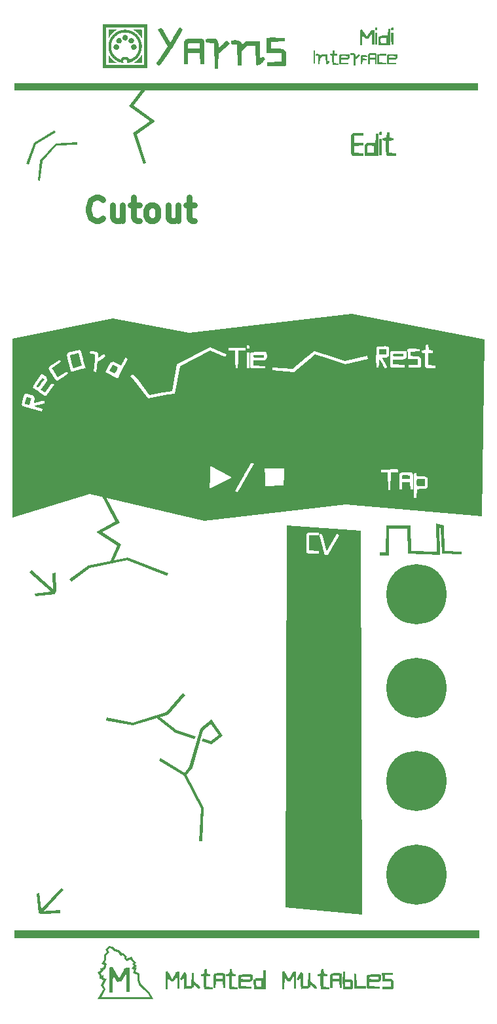
<source format=gbr>
G04 #@! TF.FileFunction,Copper,L1,Top,Signal*
%FSLAX46Y46*%
G04 Gerber Fmt 4.6, Leading zero omitted, Abs format (unit mm)*
G04 Created by KiCad (PCBNEW 4.0.1-stable) date Donnerstag, 28. April 2016 'u50' 10:50:22*
%MOMM*%
G01*
G04 APERTURE LIST*
%ADD10C,0.100000*%
%ADD11C,0.750000*%
%ADD12C,7.800000*%
%ADD13C,10.400000*%
G04 APERTURE END LIST*
D10*
D11*
X101617856Y-58421429D02*
X101474999Y-58564286D01*
X101046428Y-58707143D01*
X100760714Y-58707143D01*
X100332142Y-58564286D01*
X100046428Y-58278571D01*
X99903571Y-57992857D01*
X99760714Y-57421429D01*
X99760714Y-56992857D01*
X99903571Y-56421429D01*
X100046428Y-56135714D01*
X100332142Y-55850000D01*
X100760714Y-55707143D01*
X101046428Y-55707143D01*
X101474999Y-55850000D01*
X101617856Y-55992857D01*
X104189285Y-56707143D02*
X104189285Y-58707143D01*
X102903571Y-56707143D02*
X102903571Y-58278571D01*
X103046428Y-58564286D01*
X103332142Y-58707143D01*
X103760714Y-58707143D01*
X104046428Y-58564286D01*
X104189285Y-58421429D01*
X105189285Y-56707143D02*
X106332142Y-56707143D01*
X105617857Y-55707143D02*
X105617857Y-58278571D01*
X105760714Y-58564286D01*
X106046428Y-58707143D01*
X106332142Y-58707143D01*
X107760714Y-58707143D02*
X107475000Y-58564286D01*
X107332143Y-58421429D01*
X107189286Y-58135714D01*
X107189286Y-57278571D01*
X107332143Y-56992857D01*
X107475000Y-56850000D01*
X107760714Y-56707143D01*
X108189286Y-56707143D01*
X108475000Y-56850000D01*
X108617857Y-56992857D01*
X108760714Y-57278571D01*
X108760714Y-58135714D01*
X108617857Y-58421429D01*
X108475000Y-58564286D01*
X108189286Y-58707143D01*
X107760714Y-58707143D01*
X111332143Y-56707143D02*
X111332143Y-58707143D01*
X110046429Y-56707143D02*
X110046429Y-58278571D01*
X110189286Y-58564286D01*
X110475000Y-58707143D01*
X110903572Y-58707143D01*
X111189286Y-58564286D01*
X111332143Y-58421429D01*
X112332143Y-56707143D02*
X113475000Y-56707143D01*
X112760715Y-55707143D02*
X112760715Y-58278571D01*
X112903572Y-58564286D01*
X113189286Y-58707143D01*
X113475000Y-58707143D01*
D10*
G36*
X140796369Y-92073082D02*
X141347586Y-92073082D01*
X141347586Y-91616124D01*
X140850389Y-91599036D01*
X140613368Y-91599036D01*
X140590486Y-91597621D01*
X140566992Y-91597135D01*
X140542878Y-91597580D01*
X140518137Y-91598961D01*
X140492761Y-91601282D01*
X140466745Y-91604548D01*
X140430788Y-91610198D01*
X140401920Y-91615848D01*
X140380109Y-91621497D01*
X140365320Y-91627148D01*
X140353358Y-91638381D01*
X140340102Y-91657084D01*
X140325634Y-91683372D01*
X140316186Y-91709800D01*
X140310467Y-91736312D01*
X140308545Y-91762747D01*
X140309912Y-91777718D01*
X140311300Y-91794167D01*
X140796369Y-92073082D01*
X140796369Y-92073082D01*
G37*
G36*
X140796369Y-92073082D02*
X140311300Y-91794167D01*
X140313515Y-91814092D01*
X140315743Y-91835907D01*
X140317954Y-91861381D01*
X140320119Y-91892282D01*
X140337208Y-92073082D01*
X140796369Y-92073082D01*
X140796369Y-92073082D01*
G37*
G36*
X143232190Y-92652408D02*
X143232190Y-92118280D01*
X142741058Y-92106706D01*
X142703477Y-92105299D01*
X142667499Y-92104093D01*
X142633125Y-92103089D01*
X142600354Y-92102285D01*
X142569187Y-92101682D01*
X142539625Y-92101280D01*
X142511668Y-92101079D01*
X142485316Y-92101079D01*
X142460570Y-92101280D01*
X142437430Y-92101682D01*
X142415897Y-92102285D01*
X142395971Y-92103089D01*
X142377651Y-92104093D01*
X142360940Y-92105299D01*
X142345837Y-92106706D01*
X142312609Y-92111290D01*
X142284416Y-92117491D01*
X142261248Y-92125284D01*
X142243098Y-92134645D01*
X142229956Y-92145548D01*
X142221814Y-92157968D01*
X142219129Y-92166986D01*
X142216714Y-92178518D01*
X142214568Y-92192564D01*
X142212690Y-92209124D01*
X142211079Y-92228197D01*
X142209736Y-92249785D01*
X142208658Y-92273886D01*
X142207845Y-92300501D01*
X142207296Y-92329629D01*
X142207011Y-92361271D01*
X142206989Y-92395426D01*
X142207228Y-92432095D01*
X142207729Y-92471277D01*
X142208489Y-92512972D01*
X142209509Y-92557181D01*
X142210788Y-92603902D01*
X142213545Y-92667842D01*
X143232190Y-92652408D01*
X143232190Y-92652408D01*
G37*
G36*
X143232190Y-92652408D02*
X142213545Y-92667842D01*
X142227326Y-92993058D01*
X143232190Y-92993058D01*
X143232190Y-92652408D01*
X143232190Y-92652408D01*
G37*
G36*
X139809695Y-75907590D02*
X139763157Y-75906899D01*
X139718234Y-75906390D01*
X139674942Y-75906066D01*
X139633298Y-75905928D01*
X139593319Y-75905977D01*
X139555021Y-75906216D01*
X139518421Y-75906645D01*
X139483536Y-75907266D01*
X139450382Y-75908080D01*
X139418977Y-75909090D01*
X139389338Y-75910297D01*
X139361480Y-75911701D01*
X139335421Y-75913306D01*
X139311178Y-75915111D01*
X139288767Y-75917119D01*
X139268205Y-75919332D01*
X139249508Y-75921750D01*
X139232695Y-75924375D01*
X139217780Y-75927209D01*
X139204782Y-75930254D01*
X139193717Y-75933510D01*
X139184601Y-75936979D01*
X139177452Y-75940664D01*
X139163245Y-75952382D01*
X139151671Y-75967789D01*
X139142735Y-75986892D01*
X139136441Y-76009694D01*
X139132793Y-76036201D01*
X139131794Y-76066418D01*
X139133450Y-76100349D01*
X139137763Y-76137999D01*
X139144308Y-76163084D01*
X139154903Y-76184135D01*
X139169558Y-76201134D01*
X139188280Y-76214058D01*
X139211076Y-76222886D01*
X139218703Y-76224388D01*
X139228243Y-76225816D01*
X139239697Y-76227169D01*
X139253063Y-76228449D01*
X139268342Y-76229656D01*
X139285534Y-76230790D01*
X139304639Y-76231852D01*
X139325657Y-76232843D01*
X139348588Y-76233761D01*
X139373431Y-76234610D01*
X139400186Y-76235387D01*
X139428855Y-76236095D01*
X139459436Y-76236733D01*
X139491929Y-76237302D01*
X139526335Y-76237802D01*
X139562653Y-76238235D01*
X139600883Y-76238599D01*
X139641026Y-76238896D01*
X139683081Y-76239127D01*
X139727048Y-76239291D01*
X139772927Y-76239389D01*
X139820718Y-76239422D01*
X139865369Y-76239422D01*
X139809695Y-75907590D01*
X139809695Y-75907590D01*
G37*
G36*
X139809695Y-75907590D02*
X139865369Y-76239422D01*
X140487138Y-76239422D01*
X140487138Y-75918064D01*
X139832295Y-75906487D01*
X139820844Y-75907022D01*
X139809695Y-75907590D01*
X139809695Y-75907590D01*
G37*
G36*
X137323715Y-75686001D02*
X137324265Y-75692066D01*
X137341354Y-75962711D01*
X138261331Y-75962711D01*
X138261331Y-75569144D01*
X137323715Y-75686001D01*
X137323715Y-75686001D01*
G37*
G36*
X137323715Y-75686001D02*
X138261331Y-75569144D01*
X138261331Y-75324957D01*
X137809885Y-75308418D01*
X137634600Y-75308418D01*
X137615410Y-75306617D01*
X137593967Y-75305716D01*
X137570267Y-75305716D01*
X137544308Y-75306617D01*
X137516089Y-75308418D01*
X137482581Y-75311193D01*
X137455432Y-75313921D01*
X137434633Y-75316654D01*
X137420176Y-75319445D01*
X137407027Y-75322550D01*
X137390136Y-75331902D01*
X137369466Y-75347557D01*
X137349978Y-75365131D01*
X137336722Y-75380202D01*
X137329777Y-75392755D01*
X137328594Y-75405912D01*
X137324960Y-75430338D01*
X137318753Y-75466068D01*
X137316309Y-75493224D01*
X137314590Y-75518256D01*
X137313575Y-75541172D01*
X137313242Y-75561978D01*
X137315361Y-75577462D01*
X137317443Y-75597893D01*
X137319512Y-75622983D01*
X137321594Y-75652448D01*
X137323715Y-75686001D01*
X137323715Y-75686001D01*
G37*
G36*
X128362606Y-76551960D02*
X129085801Y-76711814D01*
X130705824Y-76510070D01*
X129052177Y-75974288D01*
X128362606Y-76551960D01*
X128362606Y-76551960D01*
G37*
G36*
X121081606Y-76306669D02*
X121093799Y-76330133D01*
X121108693Y-76350891D01*
X121131215Y-76363997D01*
X121138842Y-76365499D01*
X121148382Y-76366927D01*
X121159836Y-76368280D01*
X121173202Y-76369560D01*
X121188481Y-76370767D01*
X121205673Y-76371901D01*
X121224778Y-76372963D01*
X121245796Y-76373954D01*
X121268726Y-76374873D01*
X121293570Y-76375721D01*
X121320325Y-76376498D01*
X121348994Y-76377206D01*
X121379575Y-76377844D01*
X121412068Y-76378413D01*
X121446474Y-76378914D01*
X121482792Y-76379346D01*
X121521022Y-76379710D01*
X121561165Y-76380008D01*
X121603220Y-76380238D01*
X121647187Y-76380402D01*
X121693066Y-76380500D01*
X121740857Y-76380533D01*
X122407277Y-76380533D01*
X122407277Y-76059175D01*
X122142694Y-76054764D01*
X121081606Y-76306669D01*
X121081606Y-76306669D01*
G37*
G36*
X121081606Y-76306669D02*
X122142694Y-76054764D01*
X121752434Y-76047598D01*
X121704867Y-76046756D01*
X121659064Y-76046112D01*
X121615024Y-76045668D01*
X121572746Y-76045422D01*
X121532232Y-76045374D01*
X121493482Y-76045524D01*
X121456495Y-76045872D01*
X121421271Y-76046418D01*
X121387811Y-76047160D01*
X121356114Y-76048100D01*
X121326181Y-76049236D01*
X121298013Y-76050568D01*
X121271607Y-76052097D01*
X121246966Y-76053821D01*
X121224089Y-76055741D01*
X121202976Y-76057856D01*
X121183628Y-76060166D01*
X121166043Y-76062671D01*
X121150223Y-76065371D01*
X121136168Y-76068264D01*
X121123876Y-76071352D01*
X121113350Y-76074633D01*
X121104588Y-76078107D01*
X121097591Y-76081775D01*
X121083384Y-76093493D01*
X121071810Y-76108900D01*
X121062874Y-76128003D01*
X121056580Y-76150805D01*
X121052931Y-76177312D01*
X121051933Y-76207529D01*
X121053588Y-76241460D01*
X121057902Y-76279110D01*
X121068424Y-76294212D01*
X121081606Y-76306669D01*
X121081606Y-76306669D01*
G37*
G36*
X106233519Y-79411114D02*
X107647385Y-81198153D01*
X109421197Y-80894434D01*
X106233519Y-79411114D01*
X106233519Y-79411114D01*
G37*
G36*
X102660541Y-77748650D02*
X102657233Y-77755262D01*
X102488010Y-78125129D01*
X103181992Y-78478457D01*
X103382635Y-78084890D01*
X102660541Y-77748650D01*
X102660541Y-77748650D01*
G37*
G36*
X102660541Y-77748650D02*
X103382635Y-78084890D01*
X103597056Y-77663763D01*
X103267429Y-77476901D01*
X103232668Y-77458088D01*
X103199497Y-77440584D01*
X103167916Y-77424389D01*
X103137924Y-77409505D01*
X103109519Y-77395933D01*
X103082701Y-77383674D01*
X103057467Y-77372730D01*
X103033818Y-77363102D01*
X103011752Y-77354790D01*
X102991267Y-77347797D01*
X102972363Y-77342124D01*
X102955039Y-77337771D01*
X102939293Y-77334740D01*
X102925124Y-77333033D01*
X102898210Y-77334375D01*
X102879924Y-77342956D01*
X102873887Y-77349304D01*
X102866966Y-77357901D01*
X102859164Y-77368735D01*
X102850488Y-77381795D01*
X102840943Y-77397068D01*
X102830534Y-77414542D01*
X102819267Y-77434206D01*
X102807146Y-77456048D01*
X102794177Y-77480055D01*
X102780366Y-77506216D01*
X102765717Y-77534519D01*
X102750237Y-77564952D01*
X102733930Y-77597503D01*
X102716801Y-77632161D01*
X102698857Y-77668912D01*
X102680101Y-77707746D01*
X102660541Y-77748650D01*
X102660541Y-77748650D01*
G37*
G36*
X97642277Y-77237122D02*
X97773467Y-77743689D01*
X98886370Y-77471389D01*
X98733684Y-76847413D01*
X97642277Y-77237122D01*
X97642277Y-77237122D01*
G37*
G36*
X97642277Y-77237122D02*
X98733684Y-76847413D01*
X98482881Y-75821050D01*
X97937178Y-75942868D01*
X97888094Y-75953457D01*
X97841263Y-75963833D01*
X97796685Y-75973998D01*
X97754359Y-75983949D01*
X97714286Y-75993688D01*
X97676466Y-76003214D01*
X97640898Y-76012527D01*
X97607583Y-76021626D01*
X97576521Y-76030510D01*
X97547711Y-76039181D01*
X97521154Y-76047637D01*
X97496850Y-76055879D01*
X97474797Y-76063905D01*
X97454998Y-76071717D01*
X97437451Y-76079312D01*
X97422157Y-76086692D01*
X97409115Y-76093856D01*
X97398326Y-76100803D01*
X97389789Y-76107533D01*
X97383505Y-76114047D01*
X97379473Y-76120344D01*
X97377694Y-76126423D01*
X97377449Y-76131398D01*
X97377640Y-76137848D01*
X97378267Y-76145775D01*
X97379330Y-76155177D01*
X97380829Y-76166056D01*
X97382764Y-76178411D01*
X97385135Y-76192242D01*
X97387940Y-76207551D01*
X97391181Y-76224336D01*
X97394857Y-76242598D01*
X97398968Y-76262337D01*
X97403514Y-76283553D01*
X97408494Y-76306247D01*
X97413909Y-76330419D01*
X97419758Y-76356069D01*
X97426041Y-76383196D01*
X97432758Y-76411802D01*
X97439909Y-76441886D01*
X97447493Y-76473448D01*
X97455511Y-76506489D01*
X97463962Y-76541009D01*
X97472847Y-76577008D01*
X97482164Y-76614486D01*
X97491915Y-76653443D01*
X97502097Y-76693880D01*
X97512713Y-76735796D01*
X97523761Y-76779192D01*
X97535241Y-76824068D01*
X97547153Y-76870424D01*
X97559497Y-76918261D01*
X97572273Y-76967577D01*
X97642277Y-77237122D01*
X97642277Y-77237122D01*
G37*
G36*
X93282164Y-80245653D02*
X93295394Y-80244553D01*
X93301029Y-80239197D01*
X93307711Y-80232239D01*
X93315439Y-80223677D01*
X93324215Y-80213514D01*
X93334038Y-80201748D01*
X93344908Y-80188380D01*
X93356826Y-80173410D01*
X93369791Y-80156838D01*
X93383804Y-80138664D01*
X93398866Y-80118889D01*
X93414975Y-80097513D01*
X93432133Y-80074535D01*
X93450339Y-80049957D01*
X93469593Y-80023777D01*
X93489897Y-79995996D01*
X93511249Y-79966616D01*
X93533651Y-79935634D01*
X93557102Y-79903052D01*
X93581602Y-79868871D01*
X93607152Y-79833089D01*
X93633751Y-79795707D01*
X93661401Y-79756726D01*
X94046149Y-79213228D01*
X93783770Y-79027469D01*
X93718727Y-79116214D01*
X93282164Y-80245653D01*
X93282164Y-80245653D01*
G37*
G36*
X93282164Y-80245653D02*
X93718727Y-79116214D01*
X93396266Y-79554982D01*
X93368085Y-79593312D01*
X93341080Y-79630317D01*
X93315252Y-79665996D01*
X93290600Y-79700349D01*
X93267126Y-79733377D01*
X93244828Y-79765080D01*
X93223709Y-79795456D01*
X93203767Y-79824507D01*
X93185004Y-79852232D01*
X93167419Y-79878631D01*
X93151014Y-79903704D01*
X93135787Y-79927451D01*
X93121739Y-79949871D01*
X93108872Y-79970966D01*
X93097184Y-79990734D01*
X93086677Y-80009176D01*
X93077350Y-80026292D01*
X93069204Y-80042080D01*
X93062239Y-80056543D01*
X93056455Y-80069679D01*
X93051854Y-80081488D01*
X93048434Y-80091970D01*
X93046197Y-80101125D01*
X93045142Y-80108953D01*
X93046507Y-80127329D01*
X93052422Y-80145700D01*
X93062887Y-80164062D01*
X93077904Y-80182411D01*
X93097473Y-80200741D01*
X93121594Y-80219049D01*
X93150269Y-80237329D01*
X93183497Y-80255576D01*
X93210005Y-80264141D01*
X93235155Y-80264392D01*
X93259143Y-80257754D01*
X93282164Y-80245653D01*
X93282164Y-80245653D01*
G37*
G36*
X91587178Y-82072382D02*
X91580596Y-82090146D01*
X91574273Y-82110115D01*
X91568210Y-82132337D01*
X91562405Y-82156858D01*
X91556861Y-82183727D01*
X91550748Y-82216769D01*
X91546339Y-82243655D01*
X91543608Y-82264418D01*
X91542529Y-82279087D01*
X91542071Y-82292563D01*
X91546664Y-82311271D01*
X91556310Y-82335311D01*
X91568099Y-82358734D01*
X91579117Y-82375468D01*
X91589383Y-82385474D01*
X91601757Y-82390171D01*
X91624358Y-82400289D01*
X91657182Y-82415790D01*
X91682712Y-82425361D01*
X91706367Y-82433703D01*
X91728168Y-82440805D01*
X91748133Y-82446657D01*
X91764215Y-82448658D01*
X91785122Y-82451961D01*
X91810832Y-82456578D01*
X91841321Y-82462523D01*
X91876566Y-82469807D01*
X92142251Y-82525481D01*
X92339035Y-81806145D01*
X91587178Y-82072382D01*
X91587178Y-82072382D01*
G37*
G36*
X91587178Y-82072382D02*
X92339035Y-81806145D01*
X92385337Y-81638025D01*
X91770181Y-81469352D01*
X91634582Y-81900401D01*
X91588280Y-82069074D01*
X91587178Y-82072382D01*
X91587178Y-82072382D01*
G37*
G36*
X89929122Y-85522989D02*
X110583710Y-85123910D01*
X138735376Y-83783354D01*
X138876487Y-86817243D01*
X112277043Y-87946132D01*
X106209265Y-91967799D01*
X115476297Y-91809599D01*
X115537480Y-90395733D01*
X118077480Y-91765502D01*
X119800029Y-91735736D01*
X120029885Y-91332799D01*
X120047658Y-91299863D01*
X120065059Y-91267765D01*
X120082086Y-91236504D01*
X120098740Y-91206080D01*
X120115022Y-91176495D01*
X120130930Y-91147747D01*
X120146465Y-91119837D01*
X120161627Y-91092767D01*
X120176416Y-91066535D01*
X120190832Y-91041142D01*
X120204875Y-91016588D01*
X120218544Y-90992875D01*
X120231841Y-90970001D01*
X120244764Y-90947967D01*
X120257313Y-90926774D01*
X120269490Y-90906422D01*
X120281293Y-90886910D01*
X120292723Y-90868240D01*
X120303779Y-90850412D01*
X120314462Y-90833425D01*
X120324772Y-90817280D01*
X120334708Y-90801978D01*
X120348836Y-90781298D01*
X120362998Y-90760181D01*
X120377197Y-90738626D01*
X120391433Y-90716633D01*
X120405707Y-90694201D01*
X120420022Y-90671330D01*
X120434378Y-90648018D01*
X120448777Y-90624267D01*
X120463219Y-90600074D01*
X120477707Y-90575440D01*
X120492242Y-90550363D01*
X120506826Y-90524845D01*
X120521458Y-90498883D01*
X120536142Y-90472477D01*
X120550878Y-90445628D01*
X120565667Y-90418334D01*
X120583901Y-90382942D01*
X120601511Y-90349338D01*
X120618493Y-90317521D01*
X120634849Y-90287492D01*
X120650574Y-90259249D01*
X120665669Y-90232792D01*
X120680132Y-90208121D01*
X120693962Y-90185236D01*
X120707156Y-90164136D01*
X120719714Y-90144820D01*
X120731634Y-90127289D01*
X120742915Y-90111542D01*
X120753555Y-90097579D01*
X120763553Y-90085399D01*
X120787679Y-90058989D01*
X120810406Y-90038459D01*
X120831764Y-90023803D01*
X120851782Y-90015014D01*
X120870490Y-90012086D01*
X120886056Y-90011954D01*
X120903722Y-90014782D01*
X120923475Y-90020586D01*
X120945307Y-90029379D01*
X120969208Y-90041173D01*
X120995167Y-90055983D01*
X121023175Y-90073822D01*
X121141688Y-90147685D01*
X120447156Y-91366423D01*
X120435654Y-91387990D01*
X120423719Y-91409794D01*
X120411348Y-91431832D01*
X120398536Y-91454101D01*
X120385277Y-91476599D01*
X120371566Y-91499322D01*
X120357399Y-91522269D01*
X120342770Y-91545436D01*
X120327674Y-91568821D01*
X120312107Y-91592420D01*
X120300314Y-91610552D01*
X120287471Y-91632242D01*
X120273962Y-91656191D01*
X120260172Y-91681096D01*
X120246485Y-91705657D01*
X120233285Y-91728570D01*
X122577604Y-91688334D01*
X122567131Y-90715988D01*
X125071853Y-90690083D01*
X125052560Y-91646441D01*
X126882043Y-91615021D01*
X137853432Y-90380299D01*
X138672537Y-90851587D01*
X138698098Y-90851182D01*
X138722831Y-90850806D01*
X138747819Y-90850394D01*
X138774146Y-90849879D01*
X138802895Y-90849196D01*
X138835148Y-90848280D01*
X138870558Y-90847363D01*
X138905293Y-90846498D01*
X138939353Y-90845683D01*
X138972739Y-90844919D01*
X139005450Y-90844206D01*
X139037488Y-90843543D01*
X139068852Y-90842930D01*
X139099543Y-90842367D01*
X139129561Y-90841854D01*
X139158907Y-90841390D01*
X139187581Y-90840976D01*
X139215584Y-90840612D01*
X139242915Y-90840296D01*
X139269575Y-90840029D01*
X139295565Y-90839811D01*
X139320885Y-90839641D01*
X139345535Y-90839520D01*
X139369515Y-90839447D01*
X139392827Y-90839423D01*
X139415469Y-90839446D01*
X139437444Y-90839516D01*
X139458750Y-90839635D01*
X139479389Y-90839800D01*
X139499360Y-90840013D01*
X139544569Y-90840729D01*
X139585929Y-90841695D01*
X139623436Y-90842918D01*
X139657086Y-90844406D01*
X139686873Y-90846167D01*
X139712795Y-90848207D01*
X139734845Y-90850534D01*
X139753019Y-90853154D01*
X139767314Y-90856076D01*
X139777725Y-90859306D01*
X139795791Y-90869252D01*
X139809349Y-90885535D01*
X139818394Y-90908145D01*
X139822920Y-90937072D01*
X139822925Y-90972305D01*
X139822925Y-91017503D01*
X139822925Y-91203815D01*
X139325729Y-91226965D01*
X139949152Y-91585805D01*
X139947498Y-91435324D01*
X140071524Y-91333902D01*
X140092008Y-91318289D01*
X140113326Y-91304065D01*
X140135476Y-91291231D01*
X140158462Y-91279788D01*
X140182283Y-91269739D01*
X140206940Y-91261084D01*
X140232436Y-91253825D01*
X140258770Y-91247964D01*
X140285945Y-91243501D01*
X140297994Y-91241995D01*
X140311565Y-91240558D01*
X140326657Y-91239190D01*
X140343269Y-91237890D01*
X140361401Y-91236658D01*
X140381051Y-91235496D01*
X140402221Y-91234403D01*
X140424909Y-91233379D01*
X140449114Y-91232424D01*
X140474837Y-91231540D01*
X140502076Y-91230724D01*
X140530831Y-91229979D01*
X140561102Y-91229304D01*
X140592888Y-91228700D01*
X140626188Y-91228166D01*
X140661002Y-91227702D01*
X140697330Y-91227310D01*
X140735171Y-91226988D01*
X140774524Y-91226738D01*
X140815389Y-91226558D01*
X140857765Y-91226451D01*
X140901652Y-91226415D01*
X140950888Y-91226468D01*
X140998350Y-91226627D01*
X141044038Y-91226893D01*
X141087953Y-91227265D01*
X141130096Y-91227743D01*
X141170465Y-91228329D01*
X141209063Y-91229022D01*
X141245889Y-91229822D01*
X141280943Y-91230730D01*
X141314226Y-91231745D01*
X141345738Y-91232868D01*
X141375480Y-91234100D01*
X141403451Y-91235439D01*
X141429653Y-91236888D01*
X141454085Y-91238445D01*
X141476747Y-91240111D01*
X141497641Y-91241886D01*
X141516766Y-91243770D01*
X141534122Y-91245764D01*
X141549711Y-91247868D01*
X141563532Y-91250081D01*
X141575585Y-91252405D01*
X141585872Y-91254839D01*
X141594392Y-91257384D01*
X141601145Y-91260039D01*
X141618089Y-91271051D01*
X141635045Y-91287092D01*
X141652000Y-91308073D01*
X141668944Y-91333902D01*
X141676825Y-91347374D01*
X141684051Y-91363161D01*
X141690620Y-91381267D01*
X141696534Y-91401696D01*
X141701794Y-91424452D01*
X141706400Y-91449538D01*
X141710354Y-91476959D01*
X141713655Y-91506717D01*
X141716306Y-91538818D01*
X141718306Y-91573264D01*
X141719656Y-91610059D01*
X141720392Y-91624084D01*
X141721093Y-91639063D01*
X141721758Y-91654997D01*
X141722388Y-91671885D01*
X141722982Y-91689728D01*
X141723541Y-91708526D01*
X141724063Y-91728278D01*
X141724549Y-91748984D01*
X141724998Y-91770645D01*
X141725411Y-91793259D01*
X141725787Y-91816827D01*
X141726126Y-91841349D01*
X141726428Y-91866825D01*
X141726693Y-91893254D01*
X141726921Y-91920637D01*
X141727110Y-91948973D01*
X141727262Y-91978262D01*
X141727376Y-92008504D01*
X141727452Y-92039699D01*
X141727489Y-92071846D01*
X141727488Y-92104947D01*
X141727449Y-92139000D01*
X141727370Y-92174005D01*
X141727253Y-92209963D01*
X141727096Y-92246873D01*
X141726900Y-92284735D01*
X141726664Y-92323549D01*
X141726389Y-92363315D01*
X141726074Y-92404033D01*
X141725718Y-92445702D01*
X141724065Y-92606657D01*
X141839821Y-92673354D01*
X141845883Y-92673354D01*
X141845718Y-92629686D01*
X141845560Y-92586323D01*
X141845410Y-92543293D01*
X141845268Y-92500621D01*
X141845135Y-92458332D01*
X141845011Y-92416454D01*
X141844897Y-92375011D01*
X141844794Y-92334031D01*
X141844702Y-92293538D01*
X141844622Y-92253560D01*
X141844554Y-92214121D01*
X141844500Y-92175248D01*
X141844458Y-92136967D01*
X141844431Y-92099303D01*
X141844419Y-92062284D01*
X141844422Y-92025934D01*
X141844440Y-91990280D01*
X141844475Y-91955348D01*
X141844527Y-91921163D01*
X141844597Y-91887752D01*
X141844685Y-91855141D01*
X141844791Y-91823355D01*
X141844917Y-91792421D01*
X141845063Y-91762365D01*
X141845229Y-91733212D01*
X141845417Y-91704989D01*
X141845626Y-91677721D01*
X141845857Y-91651435D01*
X141846112Y-91626156D01*
X141846389Y-91601911D01*
X141846691Y-91578725D01*
X141847017Y-91556625D01*
X141847368Y-91535636D01*
X141847745Y-91515784D01*
X141848149Y-91497096D01*
X141848579Y-91479597D01*
X141849037Y-91463314D01*
X141849523Y-91448272D01*
X141850038Y-91434497D01*
X141850581Y-91422015D01*
X141851155Y-91410853D01*
X141851759Y-91401036D01*
X141852394Y-91392590D01*
X141853061Y-91385541D01*
X141853759Y-91379916D01*
X141854491Y-91375739D01*
X141855256Y-91373038D01*
X141864155Y-91358748D01*
X141876741Y-91346925D01*
X141893018Y-91337569D01*
X141912993Y-91330682D01*
X141936672Y-91326264D01*
X141964060Y-91324316D01*
X141995164Y-91324840D01*
X142029991Y-91327837D01*
X142061798Y-91330512D01*
X142089497Y-91334776D01*
X142113103Y-91340619D01*
X142132633Y-91348032D01*
X142148101Y-91357004D01*
X142159525Y-91367526D01*
X142168478Y-91379770D01*
X142176508Y-91397674D01*
X142183606Y-91421229D01*
X142189762Y-91450427D01*
X142194968Y-91485261D01*
X142199214Y-91525723D01*
X142227326Y-91705973D01*
X142730034Y-91717547D01*
X142764829Y-91719100D01*
X142798468Y-91720749D01*
X142830954Y-91722492D01*
X142862285Y-91724331D01*
X142892462Y-91726268D01*
X142921485Y-91728302D01*
X142949354Y-91730435D01*
X142976069Y-91732668D01*
X143001630Y-91735002D01*
X143026037Y-91737437D01*
X143049290Y-91739975D01*
X143071390Y-91742616D01*
X143092336Y-91745362D01*
X143112128Y-91748213D01*
X143130767Y-91751170D01*
X143168667Y-91756134D01*
X143201730Y-91761343D01*
X143229956Y-91766792D01*
X143253345Y-91772474D01*
X143271896Y-91778384D01*
X143285607Y-91784514D01*
X143294479Y-91790859D01*
X143311316Y-91806511D01*
X143331844Y-91823404D01*
X143356215Y-91841569D01*
X143375884Y-91850176D01*
X143398753Y-91857928D01*
X143424795Y-91864793D01*
X143453986Y-91870742D01*
X143486300Y-91875746D01*
X143599301Y-91892282D01*
X143616940Y-92646896D01*
X146567043Y-92602799D01*
X146496487Y-76868910D01*
X143679227Y-76960962D01*
X143679227Y-77385399D01*
X144599757Y-77436111D01*
X144599757Y-77758020D01*
X144051848Y-77769043D01*
X143938849Y-77769043D01*
X143904773Y-77770670D01*
X143873494Y-77772323D01*
X143844999Y-77773994D01*
X143819276Y-77775670D01*
X143796310Y-77777340D01*
X143776090Y-77778994D01*
X143758602Y-77780620D01*
X143736913Y-77780413D01*
X143712496Y-77779777D01*
X143685364Y-77778694D01*
X143655528Y-77777145D01*
X143623002Y-77775108D01*
X143591382Y-77771011D01*
X143564262Y-77767778D01*
X143541652Y-77765436D01*
X143523562Y-77764012D01*
X143510003Y-77763532D01*
X143494508Y-77761454D01*
X143476232Y-77755191D01*
X143455136Y-77744691D01*
X143431179Y-77729908D01*
X143401651Y-77709091D01*
X143380860Y-77691935D01*
X143368892Y-77678645D01*
X143362244Y-77667055D01*
X143353555Y-77649177D01*
X143342750Y-77624948D01*
X143329757Y-77594308D01*
X143319879Y-77562168D01*
X143312816Y-77533510D01*
X143308572Y-77508379D01*
X143307156Y-77486821D01*
X143306820Y-77471636D01*
X143305823Y-77452401D01*
X143304183Y-77429102D01*
X143301917Y-77401726D01*
X143299044Y-77370259D01*
X143295579Y-77334686D01*
X143292596Y-77301746D01*
X143290099Y-77270657D01*
X143288077Y-77241415D01*
X143286522Y-77214018D01*
X143285423Y-77188463D01*
X143284771Y-77164745D01*
X143284556Y-77142863D01*
X143284556Y-76973640D01*
X142744916Y-76991278D01*
X142745573Y-77015078D01*
X142746591Y-77031693D01*
X142747120Y-77057976D01*
X142747002Y-77105043D01*
X142746649Y-77150290D01*
X142746059Y-77193716D01*
X142745234Y-77235320D01*
X142744174Y-77275104D01*
X142742878Y-77313066D01*
X142741346Y-77349206D01*
X142739579Y-77383524D01*
X142737577Y-77416021D01*
X142735339Y-77446695D01*
X142732866Y-77475547D01*
X142730158Y-77502576D01*
X142727214Y-77527782D01*
X142724035Y-77551166D01*
X142720621Y-77572727D01*
X142716972Y-77592464D01*
X142713088Y-77610378D01*
X142708969Y-77626469D01*
X142704615Y-77640736D01*
X142700026Y-77653178D01*
X142695202Y-77663797D01*
X142690143Y-77672592D01*
X142684850Y-77679562D01*
X142679322Y-77684707D01*
X142674417Y-77688024D01*
X142667980Y-77691201D01*
X142660011Y-77694238D01*
X142650511Y-77697134D01*
X142639479Y-77699891D01*
X142626916Y-77702508D01*
X142612821Y-77704985D01*
X142597196Y-77707323D01*
X142580040Y-77709522D01*
X142561352Y-77711582D01*
X142541134Y-77713502D01*
X142519385Y-77715285D01*
X142496106Y-77716928D01*
X142471296Y-77718434D01*
X142444955Y-77719801D01*
X142417085Y-77721030D01*
X142387684Y-77722121D01*
X142356753Y-77723075D01*
X142324293Y-77723891D01*
X142290302Y-77724570D01*
X142254782Y-77725112D01*
X142217732Y-77725517D01*
X142179152Y-77725785D01*
X142139044Y-77725916D01*
X142097405Y-77725911D01*
X142054238Y-77725770D01*
X142009542Y-77725493D01*
X141963316Y-77725079D01*
X141915562Y-77724530D01*
X141866279Y-77723845D01*
X141115523Y-77707307D01*
X141115523Y-77385399D01*
X142357411Y-77340198D01*
X142357411Y-77003959D01*
X140005376Y-77080576D01*
X139932064Y-76640154D01*
X139928206Y-76640154D01*
X139154852Y-76651731D01*
X139154852Y-77295000D01*
X140667385Y-77340198D01*
X140667385Y-77662109D01*
X139798118Y-77662109D01*
X139747343Y-77662085D01*
X139697947Y-77662013D01*
X139649929Y-77661892D01*
X139603290Y-77661723D01*
X139558028Y-77661506D01*
X139514145Y-77661240D01*
X139471639Y-77660926D01*
X139430512Y-77660564D01*
X139390762Y-77660152D01*
X139352390Y-77659693D01*
X139315395Y-77659184D01*
X139279778Y-77658628D01*
X139245539Y-77658022D01*
X139212676Y-77657368D01*
X139181191Y-77656665D01*
X139151083Y-77655913D01*
X139122352Y-77655112D01*
X139094998Y-77654263D01*
X139069021Y-77653365D01*
X139044420Y-77652417D01*
X139021196Y-77651421D01*
X138999349Y-77650376D01*
X138978878Y-77649282D01*
X138959784Y-77648138D01*
X138942065Y-77646946D01*
X138925723Y-77645704D01*
X138910757Y-77644413D01*
X138897167Y-77643073D01*
X138884953Y-77641684D01*
X138874115Y-77640246D01*
X138864652Y-77638758D01*
X138856565Y-77637220D01*
X138849853Y-77635633D01*
X138844517Y-77633997D01*
X138832344Y-77626231D01*
X138821223Y-77614218D01*
X138811158Y-77597962D01*
X138802150Y-77577468D01*
X138794200Y-77552740D01*
X138787310Y-77523783D01*
X138781482Y-77490600D01*
X138776716Y-77453197D01*
X138775974Y-77441739D01*
X138775256Y-77429188D01*
X138774561Y-77415546D01*
X138773890Y-77400812D01*
X138773243Y-77384986D01*
X138772619Y-77368068D01*
X138772020Y-77350059D01*
X138771444Y-77330958D01*
X138770893Y-77310765D01*
X138770367Y-77289481D01*
X138769864Y-77267105D01*
X138769387Y-77243638D01*
X138768934Y-77219079D01*
X138768506Y-77193429D01*
X138768104Y-77166688D01*
X138767726Y-77138855D01*
X138767373Y-77109931D01*
X138767046Y-77079916D01*
X138766745Y-77048810D01*
X138766468Y-77016613D01*
X138766218Y-76983325D01*
X138765994Y-76948945D01*
X138765795Y-76913475D01*
X138765623Y-76876914D01*
X138765476Y-76839262D01*
X138765356Y-76800520D01*
X138765263Y-76760687D01*
X138765196Y-76719763D01*
X138765156Y-76677748D01*
X138765142Y-76634643D01*
X138765142Y-75669465D01*
X138912316Y-75601667D01*
X138921266Y-75598325D01*
X138931957Y-75595120D01*
X138944344Y-75592049D01*
X138958380Y-75589107D01*
X138974018Y-75586292D01*
X138991211Y-75583599D01*
X139009913Y-75581024D01*
X139030079Y-75578564D01*
X139051660Y-75576215D01*
X139074611Y-75573974D01*
X139098885Y-75571837D01*
X139124435Y-75569799D01*
X139151216Y-75567858D01*
X139179180Y-75566010D01*
X139208281Y-75564250D01*
X139238473Y-75562575D01*
X139269708Y-75560982D01*
X139301941Y-75559467D01*
X139335126Y-75558026D01*
X139369214Y-75556655D01*
X139404161Y-75555350D01*
X139439919Y-75554109D01*
X139476442Y-75552926D01*
X139513683Y-75551799D01*
X139551596Y-75550724D01*
X139590135Y-75549697D01*
X139629252Y-75548714D01*
X139668902Y-75547771D01*
X139709038Y-75546865D01*
X139749612Y-75545993D01*
X139723154Y-75387243D01*
X138650490Y-75520638D01*
X138650490Y-75596152D01*
X138650490Y-75652377D01*
X138650383Y-75699971D01*
X138650064Y-75745314D01*
X138649530Y-75788404D01*
X138648782Y-75829242D01*
X138647819Y-75867828D01*
X138646640Y-75904163D01*
X138645245Y-75938245D01*
X138643632Y-75970076D01*
X138641801Y-75999655D01*
X138639751Y-76026982D01*
X138637482Y-76052058D01*
X138634994Y-76074883D01*
X138632284Y-76095456D01*
X138629353Y-76113778D01*
X138626200Y-76129849D01*
X138622824Y-76143669D01*
X138619225Y-76155238D01*
X138615402Y-76164556D01*
X138611354Y-76171623D01*
X138596284Y-76186089D01*
X138573674Y-76199346D01*
X138543553Y-76211309D01*
X138513739Y-76223060D01*
X138487522Y-76235721D01*
X138464911Y-76249286D01*
X138445918Y-76263751D01*
X138430554Y-76279110D01*
X138414306Y-76304209D01*
X138403136Y-76326820D01*
X138396930Y-76346909D01*
X138389823Y-76357783D01*
X138374179Y-76367887D01*
X138350066Y-76377286D01*
X138317555Y-76386044D01*
X138300201Y-76389604D01*
X138280751Y-76392754D01*
X138259206Y-76395492D01*
X138235569Y-76397816D01*
X138209841Y-76399723D01*
X138182023Y-76401211D01*
X138152117Y-76402277D01*
X138120124Y-76402919D01*
X138086045Y-76403133D01*
X138038976Y-76403327D01*
X137995605Y-76403908D01*
X137955929Y-76404878D01*
X137919945Y-76406238D01*
X137887651Y-76407988D01*
X137859044Y-76410130D01*
X137834121Y-76412664D01*
X137812881Y-76415590D01*
X137795320Y-76418911D01*
X137781435Y-76422627D01*
X137771225Y-76426738D01*
X137764687Y-76431245D01*
X137759383Y-76439011D01*
X137757593Y-76451024D01*
X137759322Y-76467280D01*
X137764574Y-76487774D01*
X137773354Y-76512502D01*
X137785667Y-76541459D01*
X137801518Y-76574640D01*
X137820911Y-76612042D01*
X137832400Y-76631399D01*
X137844286Y-76651370D01*
X137856572Y-76671954D01*
X137869255Y-76693154D01*
X137882336Y-76714969D01*
X137895815Y-76737399D01*
X137909692Y-76760446D01*
X137923965Y-76784110D01*
X137938636Y-76808391D01*
X137953703Y-76833290D01*
X137969166Y-76858808D01*
X137985026Y-76884944D01*
X138001282Y-76911700D01*
X138017933Y-76939076D01*
X138034979Y-76967072D01*
X138052421Y-76995690D01*
X138070857Y-77025373D01*
X138088535Y-77054214D01*
X138105456Y-77082213D01*
X138121620Y-77109365D01*
X138137030Y-77135672D01*
X138151685Y-77161129D01*
X138165586Y-77185736D01*
X138178735Y-77209491D01*
X138191131Y-77232393D01*
X138202776Y-77254439D01*
X138213670Y-77275627D01*
X138223814Y-77295957D01*
X138233210Y-77315426D01*
X138241857Y-77334033D01*
X138249757Y-77351775D01*
X138266424Y-77385366D01*
X138282561Y-77415589D01*
X138298168Y-77442450D01*
X138313245Y-77465953D01*
X138327793Y-77486105D01*
X138341813Y-77502912D01*
X138355304Y-77516378D01*
X138368267Y-77526510D01*
X138386657Y-77538978D01*
X138400433Y-77551923D01*
X138409593Y-77565343D01*
X138414135Y-77579237D01*
X138414056Y-77593604D01*
X138409354Y-77608442D01*
X138400027Y-77623751D01*
X138386072Y-77639529D01*
X138367487Y-77655775D01*
X138344270Y-77672487D01*
X138316419Y-77689665D01*
X138283931Y-77707307D01*
X138247492Y-77725466D01*
X138214382Y-77740435D01*
X138184608Y-77752218D01*
X138158177Y-77760820D01*
X138135098Y-77766248D01*
X138115378Y-77768506D01*
X138099024Y-77767599D01*
X138086045Y-77763532D01*
X138078771Y-77759268D01*
X138070495Y-77752494D01*
X138061216Y-77743211D01*
X138050936Y-77731418D01*
X138039652Y-77717115D01*
X138027366Y-77700303D01*
X138014077Y-77680982D01*
X137999784Y-77659152D01*
X137984488Y-77634814D01*
X137968187Y-77607967D01*
X137950883Y-77578611D01*
X137932575Y-77546748D01*
X137913262Y-77512377D01*
X137892944Y-77475498D01*
X137871621Y-77436111D01*
X137858481Y-77415438D01*
X137849123Y-77398547D01*
X137843509Y-77385399D01*
X137482465Y-76747642D01*
X137463079Y-76713485D01*
X137445063Y-76686278D01*
X137428425Y-76666025D01*
X137413171Y-76652733D01*
X137399308Y-76646406D01*
X137386841Y-76647051D01*
X137375778Y-76654672D01*
X137366126Y-76669276D01*
X137357889Y-76690867D01*
X137355258Y-76703114D01*
X137352672Y-76717275D01*
X137350130Y-76733351D01*
X137347632Y-76751342D01*
X137345177Y-76771247D01*
X137342764Y-76793066D01*
X137340393Y-76816800D01*
X137338061Y-76842448D01*
X137335770Y-76870010D01*
X137333516Y-76899486D01*
X137331301Y-76930876D01*
X137329122Y-76964180D01*
X137326980Y-76999397D01*
X137324872Y-77036528D01*
X137322800Y-77075573D01*
X137320760Y-77116530D01*
X137318753Y-77159401D01*
X137296153Y-77707307D01*
X136974245Y-77707307D01*
X136963218Y-76431245D01*
X136962798Y-76382208D01*
X136962518Y-76336436D01*
X136962370Y-76293729D01*
X136962345Y-76253890D01*
X136962435Y-76216722D01*
X136962632Y-76182027D01*
X136962926Y-76149606D01*
X136963310Y-76119263D01*
X136963775Y-76090799D01*
X136964313Y-76064016D01*
X136964915Y-76038717D01*
X136965573Y-76014704D01*
X136966277Y-75991779D01*
X136967021Y-75969744D01*
X136967795Y-75948402D01*
X136968591Y-75927554D01*
X136969400Y-75907003D01*
X136970215Y-75886552D01*
X136971026Y-75866001D01*
X136971825Y-75845154D01*
X136972603Y-75823813D01*
X136973353Y-75801779D01*
X136974066Y-75778856D01*
X136974733Y-75754844D01*
X136975345Y-75729548D01*
X131643440Y-76393210D01*
X132981791Y-76827017D01*
X135797951Y-76179890D01*
X135887246Y-76570152D01*
X132963602Y-77241531D01*
X130705824Y-76510070D01*
X129085801Y-76711814D01*
X128362606Y-76551960D01*
X126310983Y-78270098D01*
X123550497Y-78056227D01*
X123581367Y-77657148D01*
X126179245Y-77858892D01*
X127870371Y-76442819D01*
X124059821Y-75598910D01*
X122808563Y-75896014D01*
X122812681Y-75916442D01*
X122817046Y-75935476D01*
X122821499Y-75954000D01*
X122825878Y-75972896D01*
X122830024Y-75993047D01*
X122833776Y-76015335D01*
X122836973Y-76040642D01*
X122839456Y-76069852D01*
X122841063Y-76103848D01*
X122841634Y-76143511D01*
X122841491Y-76180407D01*
X122841061Y-76215151D01*
X122840347Y-76247745D01*
X122839349Y-76278191D01*
X122838070Y-76306489D01*
X122836509Y-76332641D01*
X122834670Y-76356647D01*
X122832553Y-76378510D01*
X122830159Y-76398229D01*
X122827491Y-76415807D01*
X122824548Y-76431245D01*
X122818696Y-76460366D01*
X122810168Y-76484513D01*
X122798944Y-76503691D01*
X122785003Y-76517903D01*
X122768324Y-76527156D01*
X122748043Y-76536842D01*
X122729136Y-76549764D01*
X122711605Y-76565917D01*
X122695454Y-76585296D01*
X122680688Y-76607899D01*
X122667311Y-76633720D01*
X122655325Y-76662755D01*
X122644484Y-76689857D01*
X122630017Y-76712456D01*
X122611930Y-76730545D01*
X122590230Y-76744113D01*
X122564924Y-76753153D01*
X122557185Y-76754864D01*
X122547861Y-76756523D01*
X122536954Y-76758132D01*
X122524461Y-76759690D01*
X122510384Y-76761198D01*
X122494722Y-76762655D01*
X122477474Y-76764061D01*
X122458641Y-76765417D01*
X122438223Y-76766723D01*
X122416219Y-76767978D01*
X122392629Y-76769183D01*
X122367452Y-76770338D01*
X122340690Y-76771443D01*
X122312341Y-76772497D01*
X122282405Y-76773502D01*
X122250883Y-76774457D01*
X122217774Y-76775361D01*
X122183077Y-76776216D01*
X122146793Y-76777021D01*
X122108922Y-76777776D01*
X122069463Y-76778482D01*
X122028415Y-76779138D01*
X121985780Y-76779744D01*
X121941557Y-76780301D01*
X121895745Y-76780808D01*
X121848344Y-76781266D01*
X121074991Y-76792842D01*
X121074991Y-77436111D01*
X122587524Y-77481309D01*
X122587524Y-77803220D01*
X121718257Y-77803220D01*
X121667482Y-77803196D01*
X121618086Y-77803124D01*
X121570068Y-77803003D01*
X121523429Y-77802834D01*
X121478167Y-77802617D01*
X121434284Y-77802351D01*
X121391778Y-77802037D01*
X121350651Y-77801675D01*
X121310901Y-77801263D01*
X121272529Y-77800804D01*
X121235534Y-77800296D01*
X121199917Y-77799739D01*
X121165678Y-77799133D01*
X121132815Y-77798479D01*
X121101330Y-77797776D01*
X121071222Y-77797024D01*
X121042491Y-77796224D01*
X121015137Y-77795374D01*
X120989160Y-77794476D01*
X120964559Y-77793528D01*
X120941335Y-77792532D01*
X120919488Y-77791487D01*
X120899017Y-77790393D01*
X120879922Y-77789249D01*
X120862204Y-77788057D01*
X120845862Y-77786815D01*
X120830896Y-77785525D01*
X120817306Y-77784185D01*
X120805092Y-77782795D01*
X120794254Y-77781357D01*
X120784791Y-77779869D01*
X120776704Y-77778331D01*
X120769992Y-77776745D01*
X120764656Y-77775108D01*
X120752483Y-77767342D01*
X120741362Y-77755329D01*
X120731297Y-77739073D01*
X120722289Y-77718579D01*
X120714339Y-77693851D01*
X120707449Y-77664894D01*
X120701621Y-77631711D01*
X120696855Y-77594308D01*
X120696113Y-77582850D01*
X120695395Y-77570300D01*
X120694700Y-77556657D01*
X120694029Y-77541923D01*
X120693381Y-77526097D01*
X120692758Y-77509179D01*
X120692158Y-77491170D01*
X120691583Y-77472069D01*
X120691032Y-77451876D01*
X120690505Y-77430592D01*
X120690003Y-77408216D01*
X120689526Y-77384749D01*
X120689073Y-77360190D01*
X120688645Y-77334540D01*
X120688242Y-77307799D01*
X120687865Y-77279966D01*
X120687512Y-77251042D01*
X120687185Y-77221027D01*
X120686883Y-77189921D01*
X120686607Y-77157724D01*
X120686357Y-77124436D01*
X120686133Y-77090056D01*
X120685934Y-77054586D01*
X120685762Y-77018025D01*
X120685615Y-76980374D01*
X120685495Y-76941631D01*
X120685402Y-76901798D01*
X120685335Y-76860874D01*
X120685295Y-76818859D01*
X120685281Y-76775754D01*
X120685281Y-76400929D01*
X120572282Y-76427387D01*
X120572282Y-77803220D01*
X120250371Y-77803220D01*
X120239348Y-76815443D01*
X120238967Y-76774196D01*
X120238833Y-76739736D01*
X120238909Y-76711005D01*
X120239155Y-76686947D01*
X120239533Y-76666503D01*
X120240004Y-76648617D01*
X120240530Y-76632231D01*
X120241071Y-76616288D01*
X120241588Y-76599730D01*
X120242044Y-76581501D01*
X120242400Y-76560542D01*
X120242617Y-76535798D01*
X120242655Y-76506209D01*
X119120382Y-76772446D01*
X119098332Y-77758020D01*
X118776423Y-77758020D01*
X118758231Y-76858436D01*
X116933710Y-77292243D01*
X113053154Y-82583910D01*
X110058951Y-81190988D01*
X107480919Y-81632513D01*
X105425989Y-79035185D01*
X103925029Y-78337346D01*
X103545793Y-79082040D01*
X101991917Y-78290494D01*
X102329260Y-77594861D01*
X100967758Y-76961512D01*
X100962954Y-76966277D01*
X100958049Y-76972648D01*
X100953038Y-76980679D01*
X100947919Y-76990419D01*
X100942688Y-77001922D01*
X100937342Y-77015237D01*
X100931877Y-77030418D01*
X100926290Y-77047514D01*
X100920577Y-77066579D01*
X100914736Y-77087663D01*
X100908762Y-77110818D01*
X100902654Y-77136095D01*
X100896406Y-77163546D01*
X100890016Y-77193222D01*
X100883480Y-77225176D01*
X100876795Y-77259458D01*
X100869958Y-77296119D01*
X100862965Y-77335213D01*
X100855813Y-77376789D01*
X100848499Y-77420899D01*
X100841018Y-77467596D01*
X100833368Y-77516930D01*
X100825546Y-77568953D01*
X100731840Y-78239782D01*
X100412686Y-78200646D01*
X100558206Y-76770792D01*
X99859265Y-76445576D01*
X99113471Y-76711814D01*
X99379157Y-77728807D01*
X98470203Y-77980160D01*
X98418975Y-77994309D01*
X98369172Y-78008032D01*
X98320791Y-78021329D01*
X98273835Y-78034201D01*
X98228302Y-78046647D01*
X98184192Y-78058668D01*
X98141507Y-78070263D01*
X98100244Y-78081433D01*
X98060406Y-78092178D01*
X98021991Y-78102498D01*
X97984999Y-78112393D01*
X97949432Y-78121864D01*
X97915287Y-78130909D01*
X97882567Y-78139530D01*
X97851270Y-78147727D01*
X97821397Y-78155499D01*
X97792948Y-78162847D01*
X97765922Y-78169771D01*
X97740320Y-78176271D01*
X97716142Y-78182347D01*
X97693387Y-78187999D01*
X97672056Y-78193227D01*
X97652149Y-78198032D01*
X97633666Y-78202414D01*
X97616606Y-78206372D01*
X97600970Y-78209907D01*
X97586758Y-78213019D01*
X97573970Y-78215708D01*
X97562605Y-78217974D01*
X97552664Y-78219817D01*
X97544147Y-78221238D01*
X97537054Y-78222236D01*
X97531385Y-78222811D01*
X97527139Y-78222965D01*
X97524317Y-78222696D01*
X97522179Y-78220864D01*
X97519565Y-78216785D01*
X97516489Y-78210525D01*
X97512964Y-78202145D01*
X97509004Y-78191709D01*
X97504622Y-78179281D01*
X97499832Y-78164924D01*
X97494647Y-78148702D01*
X97489081Y-78130677D01*
X97483146Y-78110913D01*
X97476857Y-78089474D01*
X97470227Y-78066422D01*
X97463270Y-78041822D01*
X97455998Y-78015737D01*
X97448426Y-77988229D01*
X97440566Y-77959363D01*
X97432433Y-77929202D01*
X97424040Y-77897809D01*
X97415399Y-77865247D01*
X97406526Y-77831580D01*
X97397432Y-77796872D01*
X97388133Y-77761185D01*
X97378640Y-77724583D01*
X97368968Y-77687130D01*
X97359129Y-77648889D01*
X97349138Y-77609922D01*
X97339008Y-77570295D01*
X97328753Y-77530069D01*
X97318385Y-77489308D01*
X97307919Y-77448076D01*
X97297367Y-77406437D01*
X97286744Y-77364452D01*
X95250003Y-78091505D01*
X95803974Y-78919429D01*
X96973653Y-78191276D01*
X97152798Y-78458614D01*
X96463228Y-78919982D01*
X96422273Y-78947356D01*
X96382421Y-78973917D01*
X96343670Y-78999664D01*
X96306020Y-79024597D01*
X96269473Y-79048718D01*
X96234028Y-79072024D01*
X96199685Y-79094518D01*
X96166444Y-79116198D01*
X96134305Y-79137064D01*
X96103268Y-79157118D01*
X96073333Y-79176359D01*
X96044501Y-79194786D01*
X96016770Y-79212400D01*
X95990143Y-79229202D01*
X95964617Y-79245190D01*
X95940195Y-79260366D01*
X95916874Y-79274728D01*
X95894656Y-79288278D01*
X95873541Y-79301016D01*
X95853529Y-79312940D01*
X95834619Y-79324052D01*
X95816812Y-79334351D01*
X95800108Y-79343838D01*
X95784506Y-79352513D01*
X95770008Y-79360374D01*
X95756612Y-79367424D01*
X95744320Y-79373661D01*
X95733131Y-79379086D01*
X95723044Y-79383699D01*
X95714061Y-79387499D01*
X95706181Y-79390488D01*
X95699405Y-79392664D01*
X95693731Y-79394028D01*
X95678339Y-79395124D01*
X95661890Y-79392079D01*
X95644375Y-79384887D01*
X95625784Y-79373544D01*
X95606109Y-79358043D01*
X95585342Y-79338379D01*
X95563473Y-79314547D01*
X95540494Y-79286541D01*
X95533710Y-79277715D01*
X95526330Y-79267913D01*
X95518355Y-79257134D01*
X95509785Y-79245378D01*
X95500619Y-79232645D01*
X95490859Y-79218936D01*
X95480503Y-79204250D01*
X95469554Y-79188588D01*
X95458009Y-79171949D01*
X95445871Y-79154333D01*
X95433138Y-79135741D01*
X95419812Y-79116173D01*
X95405891Y-79095627D01*
X95391377Y-79074106D01*
X95376270Y-79051608D01*
X95360570Y-79028133D01*
X95344276Y-79003682D01*
X95327390Y-78978254D01*
X95309911Y-78951851D01*
X95291840Y-78924470D01*
X95273176Y-78896114D01*
X95253920Y-78866781D01*
X95234072Y-78836471D01*
X95213632Y-78805186D01*
X95192601Y-78772924D01*
X95170978Y-78739686D01*
X95148764Y-78705471D01*
X95125958Y-78670281D01*
X95102562Y-78634114D01*
X95078575Y-78596970D01*
X94843758Y-78237027D01*
X93932599Y-78562243D01*
X93909999Y-78620121D01*
X93932315Y-78630780D01*
X93952655Y-78639419D01*
X93972284Y-78647336D01*
X93992466Y-78655829D01*
X94014467Y-78666198D01*
X94039551Y-78679741D01*
X94068982Y-78697757D01*
X94104027Y-78721543D01*
X94134052Y-78742986D01*
X94162155Y-78763420D01*
X94188337Y-78782844D01*
X94212602Y-78801257D01*
X94234950Y-78818659D01*
X94255385Y-78835049D01*
X94273908Y-78850426D01*
X94290521Y-78864790D01*
X94305226Y-78878139D01*
X94318026Y-78890472D01*
X94328922Y-78901790D01*
X94349305Y-78923410D01*
X94364078Y-78944351D01*
X94373234Y-78964625D01*
X94376768Y-78984243D01*
X94374673Y-79003215D01*
X94370846Y-79025348D01*
X94370443Y-79048209D01*
X94373465Y-79071800D01*
X94379916Y-79096126D01*
X94389799Y-79121189D01*
X94403117Y-79146994D01*
X94419873Y-79173542D01*
X94435719Y-79198079D01*
X94445791Y-79223002D01*
X94450090Y-79248279D01*
X94448617Y-79273879D01*
X94441370Y-79299769D01*
X94438295Y-79307075D01*
X94434267Y-79315647D01*
X94429284Y-79325486D01*
X94423346Y-79336591D01*
X94416453Y-79348962D01*
X94408606Y-79362600D01*
X94399802Y-79377503D01*
X94390043Y-79393672D01*
X94379328Y-79411108D01*
X94367656Y-79429809D01*
X94355028Y-79449776D01*
X94341442Y-79471008D01*
X94326898Y-79493507D01*
X94311397Y-79517271D01*
X94294938Y-79542301D01*
X94277520Y-79568596D01*
X94259144Y-79596157D01*
X94239808Y-79624983D01*
X94219514Y-79655075D01*
X94198259Y-79686432D01*
X94176044Y-79719055D01*
X94152869Y-79752943D01*
X94128733Y-79788095D01*
X94103637Y-79824513D01*
X94077579Y-79862197D01*
X94050559Y-79901145D01*
X93612342Y-80538349D01*
X94137651Y-80910419D01*
X95048810Y-79702156D01*
X95311188Y-79887917D01*
X94809031Y-80597331D01*
X94779664Y-80638753D01*
X94751054Y-80679024D01*
X94723199Y-80718144D01*
X94696100Y-80756114D01*
X94669758Y-80792932D01*
X94644171Y-80828599D01*
X94619340Y-80863114D01*
X94595265Y-80896479D01*
X94571946Y-80928692D01*
X94549383Y-80959753D01*
X94527576Y-80989664D01*
X94506525Y-81018422D01*
X94486230Y-81046029D01*
X94466691Y-81072485D01*
X94447908Y-81097789D01*
X94429880Y-81121941D01*
X94412609Y-81144941D01*
X94396094Y-81166789D01*
X94380335Y-81187486D01*
X94365332Y-81207030D01*
X94351084Y-81225422D01*
X94337593Y-81242663D01*
X94324858Y-81258751D01*
X94312878Y-81273687D01*
X94301655Y-81287470D01*
X94291188Y-81300102D01*
X94281476Y-81311580D01*
X94272521Y-81321907D01*
X94264321Y-81331081D01*
X94256878Y-81339102D01*
X94250191Y-81345971D01*
X94244259Y-81351687D01*
X94239084Y-81356250D01*
X94234664Y-81359661D01*
X94221307Y-81365106D01*
X94205123Y-81367241D01*
X94186106Y-81366065D01*
X94164253Y-81361582D01*
X94139556Y-81353793D01*
X94112011Y-81342699D01*
X94081612Y-81328301D01*
X94048354Y-81310602D01*
X94038575Y-81304583D01*
X94027918Y-81297910D01*
X94016383Y-81290584D01*
X94003971Y-81282606D01*
X93990682Y-81273975D01*
X93976516Y-81264691D01*
X93961472Y-81254756D01*
X93945552Y-81244167D01*
X93928755Y-81232927D01*
X93911081Y-81221035D01*
X93892530Y-81208491D01*
X93873103Y-81195295D01*
X93852799Y-81181448D01*
X93831620Y-81166949D01*
X93809564Y-81151798D01*
X93786632Y-81135997D01*
X93762824Y-81119545D01*
X93738140Y-81102441D01*
X93712581Y-81084687D01*
X93686146Y-81066283D01*
X93658836Y-81047227D01*
X93630650Y-81027522D01*
X93601589Y-81007166D01*
X93571653Y-80986160D01*
X93540842Y-80964504D01*
X93509156Y-80942198D01*
X93476595Y-80919243D01*
X93443160Y-80895637D01*
X93408850Y-80871383D01*
X93373666Y-80846479D01*
X93119556Y-80666783D01*
X92764573Y-81585108D01*
X92778060Y-81598335D01*
X92791032Y-81608809D01*
X92799692Y-81618479D01*
X92805409Y-81636114D01*
X92808209Y-81661731D01*
X92808119Y-81695350D01*
X92806970Y-81713023D01*
X92804873Y-81732601D01*
X92801827Y-81754084D01*
X92797829Y-81777472D01*
X92792876Y-81802765D01*
X92786967Y-81829965D01*
X92780098Y-81859071D01*
X92772267Y-81890083D01*
X92763471Y-81923002D01*
X92751220Y-81968452D01*
X92740318Y-82010443D01*
X92730764Y-82048977D01*
X92722561Y-82084056D01*
X92715707Y-82115681D01*
X92710204Y-82143854D01*
X92706053Y-82168576D01*
X92703254Y-82189851D01*
X92701808Y-82207679D01*
X92701716Y-82222062D01*
X92702977Y-82233003D01*
X92705593Y-82240502D01*
X92711679Y-82247661D01*
X92722776Y-82252542D01*
X92738885Y-82255143D01*
X92760008Y-82255462D01*
X92786146Y-82253499D01*
X92817300Y-82249250D01*
X92853471Y-82242714D01*
X92894660Y-82233889D01*
X92916369Y-82227924D01*
X92938784Y-82221739D01*
X92961904Y-82215334D01*
X92985728Y-82208709D01*
X93010256Y-82201863D01*
X93035487Y-82194798D01*
X93061419Y-82187513D01*
X93088052Y-82180008D01*
X93115386Y-82172284D01*
X93143419Y-82164339D01*
X93172151Y-82156176D01*
X93201581Y-82147793D01*
X93231707Y-82139190D01*
X93262530Y-82130369D01*
X93294049Y-82121328D01*
X93326262Y-82112068D01*
X93359757Y-82102128D01*
X93392232Y-82092691D01*
X93423687Y-82083757D01*
X93454121Y-82075325D01*
X93483534Y-82067394D01*
X93511927Y-82059966D01*
X93539299Y-82053038D01*
X93565649Y-82046611D01*
X93590977Y-82040684D01*
X93615284Y-82035257D01*
X93638569Y-82030330D01*
X93660831Y-82025901D01*
X93682071Y-82021972D01*
X93702289Y-82018541D01*
X93721483Y-82015607D01*
X93758296Y-82008417D01*
X93791737Y-82000873D01*
X93821806Y-81992970D01*
X93848504Y-81984700D01*
X93871830Y-81976055D01*
X93891784Y-81967030D01*
X93908366Y-81957616D01*
X93921574Y-81947806D01*
X93938448Y-81933362D01*
X93954545Y-81923488D01*
X93969867Y-81918189D01*
X93984415Y-81917467D01*
X93998191Y-81921325D01*
X94011197Y-81929765D01*
X94023435Y-81942790D01*
X94034906Y-81960404D01*
X94045612Y-81982607D01*
X94055555Y-82009405D01*
X94064737Y-82040798D01*
X94073159Y-82076790D01*
X94081057Y-82116728D01*
X94086776Y-82152605D01*
X94090318Y-82184418D01*
X94091681Y-82212163D01*
X94090867Y-82235836D01*
X94087876Y-82255435D01*
X94082708Y-82270956D01*
X94075363Y-82282395D01*
X94069333Y-82288282D01*
X94060625Y-82294470D01*
X94049240Y-82300958D01*
X94035175Y-82307749D01*
X94018430Y-82314841D01*
X93999004Y-82322237D01*
X93976895Y-82329936D01*
X93952101Y-82337941D01*
X93924623Y-82346250D01*
X93894458Y-82354865D01*
X93861605Y-82363788D01*
X93826063Y-82373018D01*
X93787832Y-82382556D01*
X93746909Y-82392403D01*
X93703293Y-82402559D01*
X93679768Y-82409789D01*
X93660795Y-82414379D01*
X93646518Y-82416340D01*
X92936001Y-82596587D01*
X92897956Y-82606245D01*
X92867009Y-82616394D01*
X92843158Y-82627034D01*
X92826399Y-82638168D01*
X92816731Y-82649798D01*
X92814150Y-82661927D01*
X92818655Y-82674555D01*
X92830242Y-82687685D01*
X92848909Y-82701320D01*
X92860025Y-82707100D01*
X92872999Y-82713351D01*
X92887831Y-82720073D01*
X92904521Y-82727265D01*
X92923069Y-82734927D01*
X92943474Y-82743059D01*
X92965736Y-82751660D01*
X92989855Y-82760729D01*
X93015831Y-82770267D01*
X93043662Y-82780272D01*
X93073350Y-82790745D01*
X93104893Y-82801685D01*
X93138292Y-82813091D01*
X93173545Y-82824964D01*
X93210653Y-82837302D01*
X93249616Y-82850106D01*
X93290433Y-82863375D01*
X93812434Y-83029843D01*
X93727547Y-83339625D01*
X92493927Y-83013858D01*
X92445518Y-83001083D01*
X92398067Y-82988525D01*
X92351574Y-82976185D01*
X92306039Y-82964062D01*
X92261462Y-82952156D01*
X92217843Y-82940467D01*
X92175182Y-82928996D01*
X92133478Y-82917743D01*
X92092733Y-82906707D01*
X92052946Y-82895889D01*
X92014117Y-82885288D01*
X91976245Y-82874905D01*
X91939332Y-82864739D01*
X91903377Y-82854792D01*
X91868379Y-82845062D01*
X91834340Y-82835550D01*
X91801259Y-82826256D01*
X91769135Y-82817180D01*
X91737970Y-82808322D01*
X91707763Y-82799682D01*
X91678514Y-82791260D01*
X91650223Y-82783056D01*
X91622889Y-82775070D01*
X91596514Y-82767303D01*
X91571097Y-82759753D01*
X91546638Y-82752422D01*
X91523137Y-82745309D01*
X91500594Y-82738415D01*
X91479009Y-82731739D01*
X91458382Y-82725282D01*
X91438714Y-82719043D01*
X91420003Y-82713022D01*
X91402250Y-82707221D01*
X91385456Y-82701637D01*
X91369619Y-82696273D01*
X91354741Y-82691127D01*
X91340821Y-82686200D01*
X91327859Y-82681492D01*
X91315855Y-82677002D01*
X91304809Y-82672732D01*
X91294721Y-82668680D01*
X91285591Y-82664848D01*
X91277419Y-82661234D01*
X91270206Y-82657840D01*
X91263951Y-82654664D01*
X91258653Y-82651708D01*
X91241144Y-82638735D01*
X91224232Y-82623613D01*
X91207916Y-82606324D01*
X91192197Y-82586848D01*
X91177073Y-82565167D01*
X91164038Y-82542032D01*
X91153340Y-82518448D01*
X91144975Y-82494411D01*
X91138937Y-82469917D01*
X91135219Y-82444961D01*
X91133818Y-82419539D01*
X91134725Y-82393647D01*
X91137937Y-82367282D01*
X91140924Y-82351961D01*
X91146768Y-82327843D01*
X91154250Y-82298680D01*
X91162149Y-82268227D01*
X91169245Y-82240234D01*
X91174317Y-82218455D01*
X89935186Y-82657223D01*
X89929122Y-85522989D01*
X89929122Y-85522989D01*
G37*
G36*
X133768375Y-70700260D02*
X120425659Y-74805710D01*
X120463122Y-74811138D01*
X120494241Y-74818377D01*
X120519031Y-74827422D01*
X120537506Y-74838268D01*
X120549682Y-74850911D01*
X120555670Y-74861413D01*
X120560741Y-74876779D01*
X120564892Y-74896998D01*
X120568124Y-74922060D01*
X120570433Y-74951954D01*
X120571820Y-74986669D01*
X120572282Y-75026196D01*
X120571820Y-75068705D01*
X120570433Y-75105919D01*
X120568124Y-75137836D01*
X120564892Y-75164455D01*
X120560741Y-75185774D01*
X120555670Y-75201792D01*
X120549682Y-75212508D01*
X120541058Y-75219405D01*
X120526477Y-75225053D01*
X120505937Y-75229449D01*
X120479440Y-75232592D01*
X120446984Y-75234479D01*
X120408571Y-75235108D01*
X120375008Y-75234481D01*
X120345821Y-75232598D01*
X120321016Y-75229460D01*
X120300602Y-75225065D01*
X120284584Y-75219415D01*
X120272972Y-75212508D01*
X120262607Y-75198253D01*
X120254087Y-75178092D01*
X120247387Y-75152051D01*
X120242482Y-75120152D01*
X120239348Y-75082420D01*
X120235726Y-75044418D01*
X120233331Y-75009427D01*
X120232164Y-74977445D01*
X120232229Y-74948465D01*
X120233528Y-74922485D01*
X120236065Y-74899497D01*
X120239841Y-74879499D01*
X120244859Y-74862485D01*
X120253866Y-74846775D01*
X120266763Y-74833510D01*
X120283549Y-74822698D01*
X120304218Y-74814347D01*
X120328768Y-74808464D01*
X120357194Y-74805058D01*
X120389492Y-74804138D01*
X120425659Y-74805710D01*
X133768375Y-70700260D01*
X112831014Y-73200571D01*
X102869453Y-71316518D01*
X89953927Y-73952981D01*
X89935186Y-82657223D01*
X91174317Y-82218455D01*
X91178301Y-82199456D01*
X91182330Y-82180307D01*
X91186469Y-82160812D01*
X91190782Y-82140771D01*
X91195334Y-82119987D01*
X91200189Y-82098263D01*
X91205412Y-82075400D01*
X91211067Y-82051200D01*
X91217219Y-82025466D01*
X91223932Y-81998000D01*
X91231270Y-81968605D01*
X91239298Y-81937081D01*
X91248080Y-81903232D01*
X91257682Y-81866859D01*
X91268167Y-81827765D01*
X91279599Y-81785751D01*
X91297238Y-81720154D01*
X91306054Y-81683554D01*
X91314367Y-81649418D01*
X91322171Y-81617743D01*
X91329458Y-81588529D01*
X91336220Y-81561773D01*
X91342450Y-81537471D01*
X91348141Y-81515623D01*
X91353284Y-81496225D01*
X91357872Y-81479275D01*
X91364295Y-81457028D01*
X91371645Y-81433844D01*
X91379940Y-81409725D01*
X91389197Y-81384676D01*
X91399433Y-81358700D01*
X91410667Y-81331803D01*
X91422915Y-81303987D01*
X91437577Y-81266791D01*
X91450167Y-81235565D01*
X91460664Y-81210315D01*
X91469043Y-81191045D01*
X91475281Y-81177760D01*
X91485449Y-81161911D01*
X91501585Y-81145515D01*
X91523723Y-81128568D01*
X91551900Y-81111062D01*
X91579345Y-81092632D01*
X91603160Y-81079813D01*
X91623255Y-81072560D01*
X91639543Y-81070823D01*
X91653754Y-81071932D01*
X91673422Y-81073574D01*
X91698553Y-81075764D01*
X91729150Y-81078517D01*
X91765220Y-81081847D01*
X91794990Y-81084640D01*
X91823261Y-81088001D01*
X91850055Y-81091933D01*
X91875390Y-81096441D01*
X91899287Y-81101530D01*
X91921765Y-81107205D01*
X91938178Y-81111685D01*
X91957476Y-81116940D01*
X91979662Y-81122976D01*
X92004738Y-81129798D01*
X92032706Y-81137413D01*
X92063568Y-81145828D01*
X92097326Y-81155049D01*
X92133983Y-81165083D01*
X92157003Y-81171380D01*
X92175212Y-81176338D01*
X92188553Y-81179964D01*
X92234429Y-81192649D01*
X92278079Y-81204958D01*
X92319501Y-81216890D01*
X92358697Y-81228444D01*
X92395664Y-81239620D01*
X92430404Y-81250416D01*
X92462916Y-81260832D01*
X92493199Y-81270866D01*
X92521253Y-81280518D01*
X92547078Y-81289786D01*
X92570673Y-81298671D01*
X92592039Y-81307170D01*
X92611174Y-81315283D01*
X92628079Y-81323009D01*
X92642753Y-81330347D01*
X92655196Y-81337297D01*
X92665408Y-81343856D01*
X92673387Y-81350025D01*
X92679135Y-81355803D01*
X92689118Y-81374070D01*
X92695943Y-81399203D01*
X92699530Y-81431320D01*
X92702956Y-81463165D01*
X92708175Y-81491766D01*
X92715210Y-81517123D01*
X92724080Y-81539233D01*
X92734808Y-81558097D01*
X92750052Y-81573335D01*
X92764573Y-81585108D01*
X93119556Y-80666783D01*
X92585980Y-80288650D01*
X92615745Y-80129900D01*
X92617930Y-80121080D01*
X92620792Y-80111446D01*
X92624331Y-80101000D01*
X92628547Y-80089740D01*
X92633441Y-80077666D01*
X92639012Y-80064779D01*
X92645260Y-80051079D01*
X92652186Y-80036566D01*
X92659789Y-80021239D01*
X92668069Y-80005099D01*
X92677026Y-79988145D01*
X92686661Y-79970377D01*
X92696973Y-79951796D01*
X92707963Y-79932402D01*
X92719629Y-79912194D01*
X92731973Y-79891173D01*
X92744995Y-79869337D01*
X92758694Y-79846688D01*
X92773070Y-79823226D01*
X92788123Y-79798950D01*
X92803854Y-79773860D01*
X92820262Y-79747956D01*
X92837347Y-79721239D01*
X92855110Y-79693708D01*
X92873550Y-79665363D01*
X92892668Y-79636204D01*
X92912463Y-79606231D01*
X92932935Y-79575444D01*
X92954085Y-79543844D01*
X92975912Y-79511430D01*
X92998416Y-79478201D01*
X93021598Y-79444159D01*
X93045457Y-79409302D01*
X93069994Y-79373632D01*
X93095208Y-79337148D01*
X93121099Y-79299849D01*
X93147668Y-79261736D01*
X93176515Y-79219965D01*
X93204651Y-79179415D01*
X93232077Y-79140085D01*
X93258791Y-79101976D01*
X93284795Y-79065087D01*
X93310089Y-79029419D01*
X93334672Y-78994973D01*
X93358545Y-78961746D01*
X93381708Y-78929741D01*
X93404161Y-78898957D01*
X93425903Y-78869393D01*
X93446936Y-78841050D01*
X93467260Y-78813928D01*
X93486873Y-78788027D01*
X93505778Y-78763347D01*
X93523972Y-78739888D01*
X93541458Y-78717649D01*
X93558234Y-78696632D01*
X93574302Y-78676836D01*
X93589660Y-78658260D01*
X93604310Y-78640906D01*
X93618251Y-78624772D01*
X93631483Y-78609860D01*
X93644007Y-78596168D01*
X93655822Y-78583698D01*
X93666929Y-78572449D01*
X93677328Y-78562421D01*
X93687019Y-78553614D01*
X93696002Y-78546028D01*
X93704278Y-78539663D01*
X93711845Y-78534519D01*
X93718705Y-78530596D01*
X93724858Y-78527895D01*
X93730303Y-78526415D01*
X93742862Y-78527981D01*
X93760782Y-78535041D01*
X93782799Y-78546297D01*
X93807645Y-78560453D01*
X93834054Y-78576210D01*
X93860760Y-78592272D01*
X93886497Y-78607341D01*
X93909999Y-78620121D01*
X93932599Y-78562243D01*
X94843758Y-78237027D01*
X94551062Y-77788336D01*
X94648076Y-77648879D01*
X94654703Y-77640512D01*
X94662275Y-77631642D01*
X94670792Y-77622269D01*
X94680253Y-77612392D01*
X94690659Y-77602012D01*
X94702010Y-77591129D01*
X94714305Y-77579742D01*
X94727544Y-77567853D01*
X94741729Y-77555460D01*
X94756857Y-77542564D01*
X94772931Y-77529165D01*
X94789948Y-77515263D01*
X94807910Y-77500859D01*
X94826817Y-77485951D01*
X94846668Y-77470540D01*
X94867463Y-77454627D01*
X94889203Y-77438210D01*
X94911887Y-77421291D01*
X94935515Y-77403869D01*
X94960088Y-77385944D01*
X94985605Y-77367517D01*
X95012066Y-77348587D01*
X95039471Y-77329154D01*
X95067821Y-77309219D01*
X95097114Y-77288781D01*
X95127352Y-77267840D01*
X95158534Y-77246397D01*
X95190660Y-77224452D01*
X95223730Y-77202004D01*
X95257744Y-77179054D01*
X95292703Y-77155602D01*
X95328605Y-77131647D01*
X95365451Y-77107190D01*
X95403241Y-77082230D01*
X96053675Y-76653935D01*
X96232820Y-76921276D01*
X95038337Y-77775108D01*
X95250003Y-78091505D01*
X97286744Y-77364452D01*
X97279980Y-77338189D01*
X97274367Y-77317312D01*
X97269647Y-77300620D01*
X97265564Y-77286909D01*
X97261861Y-77274974D01*
X97258281Y-77263614D01*
X97254567Y-77251624D01*
X97250463Y-77237801D01*
X97245712Y-77220941D01*
X97240057Y-77199842D01*
X97233241Y-77173298D01*
X97225008Y-77140108D01*
X96963180Y-76070751D01*
X97147286Y-75752698D01*
X98637221Y-75382282D01*
X98733684Y-75515677D01*
X98738408Y-75522145D01*
X98743307Y-75529555D01*
X98748382Y-75537906D01*
X98753632Y-75547199D01*
X98759058Y-75557433D01*
X98764659Y-75568609D01*
X98770436Y-75580726D01*
X98776388Y-75593784D01*
X98782516Y-75607784D01*
X98788820Y-75622726D01*
X98795299Y-75638609D01*
X98801954Y-75655433D01*
X98808785Y-75673199D01*
X98815792Y-75691907D01*
X98822975Y-75711555D01*
X98830334Y-75732145D01*
X98837868Y-75753677D01*
X98845579Y-75776150D01*
X98853465Y-75799564D01*
X98861528Y-75823920D01*
X98869767Y-75849217D01*
X98878182Y-75875456D01*
X98886773Y-75902636D01*
X98895541Y-75930757D01*
X98904484Y-75959820D01*
X98913604Y-75989824D01*
X98922901Y-76020770D01*
X98932374Y-76052657D01*
X98942023Y-76085485D01*
X98951848Y-76119254D01*
X98961851Y-76153965D01*
X98972029Y-76189618D01*
X98982385Y-76226211D01*
X98992917Y-76263746D01*
X99003625Y-76302222D01*
X99014510Y-76341640D01*
X99025573Y-76381999D01*
X99036811Y-76423299D01*
X99048227Y-76465540D01*
X99059820Y-76508723D01*
X99071589Y-76552847D01*
X99083535Y-76597912D01*
X99095659Y-76643919D01*
X99107959Y-76690867D01*
X99113471Y-76711814D01*
X99859265Y-76445576D01*
X100558206Y-76770792D01*
X100635927Y-76010116D01*
X100296930Y-75946176D01*
X100256005Y-75938050D01*
X100218044Y-75930283D01*
X100183047Y-75922878D01*
X100151013Y-75915834D01*
X100121943Y-75909152D01*
X100095836Y-75902834D01*
X100072693Y-75896880D01*
X100052512Y-75891291D01*
X100035294Y-75886068D01*
X100021039Y-75881212D01*
X100009747Y-75876724D01*
X99990464Y-75863196D01*
X99975241Y-75846056D01*
X99964094Y-75825317D01*
X99957034Y-75800993D01*
X99954074Y-75773094D01*
X99953716Y-75742985D01*
X99954768Y-75714665D01*
X99957227Y-75688137D01*
X99961091Y-75663405D01*
X99966357Y-75640471D01*
X99973022Y-75619339D01*
X99981084Y-75600013D01*
X99992470Y-75588698D01*
X100009891Y-75579971D01*
X100033359Y-75573815D01*
X100062888Y-75570212D01*
X100098493Y-75569144D01*
X100114348Y-75568560D01*
X100131973Y-75568385D01*
X100151368Y-75568622D01*
X100172531Y-75569271D01*
X100195462Y-75570334D01*
X100220160Y-75571813D01*
X100246624Y-75573710D01*
X100274853Y-75576025D01*
X100304847Y-75578762D01*
X100336605Y-75581921D01*
X100370125Y-75585504D01*
X100405407Y-75589512D01*
X100442451Y-75593948D01*
X100486007Y-75599383D01*
X100527035Y-75604691D01*
X100565534Y-75609871D01*
X100601503Y-75614921D01*
X100634940Y-75619840D01*
X100665843Y-75624625D01*
X100694211Y-75629274D01*
X100720043Y-75633787D01*
X100743337Y-75638161D01*
X100764092Y-75642395D01*
X100782306Y-75646486D01*
X100797977Y-75650433D01*
X100811105Y-75654235D01*
X100821688Y-75657889D01*
X100841695Y-75666962D01*
X100861278Y-75679472D01*
X100880438Y-75695418D01*
X100899177Y-75714794D01*
X100917495Y-75737600D01*
X100935395Y-75763832D01*
X100952876Y-75793488D01*
X100963603Y-75813529D01*
X100973294Y-75834496D01*
X100981951Y-75856390D01*
X100989575Y-75879214D01*
X100996168Y-75902968D01*
X101001732Y-75927654D01*
X101006269Y-75953274D01*
X101009781Y-75979829D01*
X101012268Y-76007320D01*
X101013734Y-76035749D01*
X101014180Y-76065118D01*
X101013606Y-76095428D01*
X101012016Y-76126680D01*
X101009411Y-76158875D01*
X101005793Y-76192017D01*
X101000250Y-76239961D01*
X100995998Y-76282950D01*
X100993039Y-76320983D01*
X100991373Y-76354057D01*
X100991000Y-76382172D01*
X100991921Y-76405328D01*
X100994136Y-76423523D01*
X100997646Y-76436756D01*
X101002450Y-76445027D01*
X101008550Y-76448334D01*
X101012925Y-76447822D01*
X101019453Y-76445492D01*
X101028135Y-76441341D01*
X101038971Y-76435371D01*
X101051960Y-76427580D01*
X101067101Y-76417969D01*
X101084396Y-76406537D01*
X101103842Y-76393284D01*
X101125441Y-76378210D01*
X101149191Y-76361314D01*
X101175092Y-76342597D01*
X101203144Y-76322057D01*
X101233347Y-76299695D01*
X101265701Y-76275510D01*
X101300204Y-76249502D01*
X101336857Y-76221671D01*
X101375659Y-76192017D01*
X101414500Y-76162365D01*
X101451266Y-76134541D01*
X101485956Y-76108545D01*
X101518571Y-76084376D01*
X101549111Y-76062037D01*
X101577576Y-76041527D01*
X101603967Y-76022846D01*
X101628283Y-76005996D01*
X101650525Y-75990977D01*
X101670692Y-75977790D01*
X101688785Y-75966435D01*
X101704804Y-75956912D01*
X101718749Y-75949222D01*
X101730620Y-75943366D01*
X101740418Y-75939344D01*
X101748141Y-75937158D01*
X101753792Y-75936806D01*
X101768208Y-75940357D01*
X101783441Y-75947560D01*
X101799482Y-75958414D01*
X101816327Y-75972919D01*
X101833967Y-75991075D01*
X101852396Y-76012881D01*
X101871608Y-76038338D01*
X101891595Y-76067444D01*
X101979240Y-76186505D01*
X101507951Y-76549756D01*
X101467775Y-76580623D01*
X101429169Y-76610092D01*
X101392133Y-76638161D01*
X101356668Y-76664831D01*
X101322772Y-76690103D01*
X101290447Y-76713975D01*
X101259691Y-76736449D01*
X101230505Y-76757524D01*
X101202888Y-76777201D01*
X101176840Y-76795478D01*
X101152362Y-76812357D01*
X101129454Y-76827838D01*
X101108114Y-76841920D01*
X101088343Y-76854604D01*
X101070141Y-76865890D01*
X101053508Y-76875777D01*
X101038443Y-76884266D01*
X101024947Y-76891357D01*
X101013019Y-76897050D01*
X101002659Y-76901344D01*
X100993868Y-76904241D01*
X100986644Y-76905740D01*
X100980989Y-76905841D01*
X100976907Y-76919481D01*
X100971977Y-76945750D01*
X100967758Y-76961512D01*
X102329260Y-77594861D01*
X102625263Y-76984666D01*
X102743774Y-77001201D01*
X102775080Y-77003698D01*
X102804142Y-77003498D01*
X102830959Y-77000600D01*
X102855530Y-76995007D01*
X102877854Y-76986719D01*
X102897929Y-76975739D01*
X102915755Y-76962066D01*
X102929554Y-76953235D01*
X102947226Y-76948461D01*
X102968781Y-76947764D01*
X102994232Y-76951163D01*
X103023589Y-76958680D01*
X103056866Y-76970335D01*
X103070881Y-76975262D01*
X103086266Y-76980939D01*
X103103021Y-76987365D01*
X103121148Y-76994540D01*
X103140646Y-77002462D01*
X103161517Y-77011132D01*
X103183761Y-77020547D01*
X103207378Y-77030707D01*
X103232370Y-77041612D01*
X103258736Y-77053260D01*
X103286478Y-77065650D01*
X103315597Y-77078782D01*
X103346092Y-77092656D01*
X103377964Y-77107269D01*
X103411215Y-77122621D01*
X103445844Y-77138712D01*
X103481853Y-77155540D01*
X103990073Y-77401384D01*
X104240875Y-76933953D01*
X104264065Y-76890851D01*
X104286340Y-76849664D01*
X104307699Y-76810394D01*
X104328144Y-76773040D01*
X104347672Y-76737603D01*
X104366285Y-76704082D01*
X104383980Y-76672477D01*
X104400758Y-76642788D01*
X104416619Y-76615017D01*
X104431562Y-76589161D01*
X104445587Y-76565222D01*
X104458692Y-76543200D01*
X104470878Y-76523094D01*
X104482145Y-76504905D01*
X104492492Y-76488632D01*
X104501918Y-76474276D01*
X104510423Y-76461836D01*
X104518006Y-76451314D01*
X104524668Y-76442707D01*
X104530408Y-76436018D01*
X104535225Y-76431245D01*
X104548343Y-76421898D01*
X104563887Y-76416361D01*
X104582006Y-76414592D01*
X104602542Y-76416602D01*
X104625495Y-76422403D01*
X104650866Y-76432006D01*
X104678653Y-76445423D01*
X104708856Y-76462665D01*
X104839494Y-76542040D01*
X103925029Y-78337346D01*
X105425989Y-79035185D01*
X105205502Y-78756821D01*
X105519695Y-78508776D01*
X106233519Y-79411114D01*
X109421197Y-80894434D01*
X110610718Y-80690486D01*
X111214852Y-77254208D01*
X115492282Y-75032811D01*
X117580837Y-75981453D01*
X117415472Y-76345255D01*
X115504409Y-75477642D01*
X111574795Y-77517691D01*
X110955780Y-81037199D01*
X110058951Y-81190988D01*
X113053154Y-82583910D01*
X116933710Y-77292243D01*
X118758231Y-76858436D01*
X118731223Y-75511266D01*
X117907156Y-75466068D01*
X117907156Y-75144707D01*
X118827686Y-75116044D01*
X118847832Y-75116002D01*
X118869273Y-75115873D01*
X118892012Y-75115656D01*
X118916051Y-75115350D01*
X118941393Y-75114951D01*
X118968040Y-75114460D01*
X118995994Y-75113872D01*
X119025258Y-75113188D01*
X119055834Y-75112404D01*
X119087725Y-75111520D01*
X119120932Y-75110533D01*
X119156345Y-75109616D01*
X119191088Y-75108751D01*
X119225161Y-75107936D01*
X119258564Y-75107172D01*
X119291296Y-75106459D01*
X119323358Y-75105796D01*
X119354750Y-75105183D01*
X119385471Y-75104620D01*
X119415521Y-75104106D01*
X119444900Y-75103643D01*
X119473608Y-75103228D01*
X119501645Y-75102863D01*
X119529010Y-75102547D01*
X119555705Y-75102280D01*
X119581728Y-75102062D01*
X119607079Y-75101892D01*
X119631759Y-75101771D01*
X119655766Y-75101698D01*
X119679102Y-75101673D01*
X119701766Y-75101696D01*
X119723757Y-75101767D01*
X119745077Y-75101885D01*
X119765724Y-75102051D01*
X119785698Y-75102264D01*
X119830891Y-75102994D01*
X119872209Y-75104002D01*
X119909654Y-75105288D01*
X119943229Y-75106852D01*
X119972934Y-75108694D01*
X119998774Y-75110816D01*
X120020749Y-75113218D01*
X120038861Y-75115900D01*
X120053114Y-75118864D01*
X120063509Y-75122109D01*
X120081576Y-75132055D01*
X120095134Y-75148338D01*
X120104178Y-75170948D01*
X120108705Y-75199875D01*
X120108710Y-75235108D01*
X120108710Y-75279756D01*
X120108710Y-75466068D01*
X119149044Y-75511266D01*
X119120382Y-76772446D01*
X120242655Y-76506209D01*
X120242575Y-76467887D01*
X120242485Y-76429331D01*
X120242391Y-76390671D01*
X120242298Y-76352040D01*
X120242211Y-76313570D01*
X120242134Y-76275393D01*
X120242073Y-76237642D01*
X120242031Y-76200449D01*
X120242016Y-76163945D01*
X120242030Y-76128263D01*
X120242079Y-76093535D01*
X120242169Y-76059894D01*
X120242303Y-76027470D01*
X120242487Y-75996397D01*
X120242726Y-75966807D01*
X120243025Y-75938831D01*
X120243388Y-75912602D01*
X120243820Y-75888252D01*
X120244327Y-75865913D01*
X120244914Y-75845718D01*
X120245584Y-75827797D01*
X120246344Y-75812285D01*
X120247197Y-75799312D01*
X120248150Y-75789011D01*
X120249206Y-75781514D01*
X120250371Y-75776952D01*
X120258055Y-75762557D01*
X120269818Y-75750421D01*
X120285655Y-75740557D01*
X120305556Y-75732976D01*
X120329515Y-75727687D01*
X120357523Y-75724703D01*
X120389574Y-75724033D01*
X120425659Y-75725690D01*
X120572282Y-75737264D01*
X120572282Y-76427387D01*
X120685281Y-76400929D01*
X120685281Y-75810576D01*
X120832454Y-75742778D01*
X120840915Y-75739463D01*
X120850430Y-75736230D01*
X120861001Y-75733079D01*
X120872626Y-75730011D01*
X120885307Y-75727024D01*
X120899043Y-75724120D01*
X120913833Y-75721299D01*
X120929680Y-75718559D01*
X120946581Y-75715902D01*
X120964538Y-75713327D01*
X120983549Y-75710834D01*
X121003617Y-75708424D01*
X121024739Y-75706096D01*
X121046917Y-75703851D01*
X121070150Y-75701688D01*
X121094439Y-75699607D01*
X121119783Y-75697609D01*
X121146182Y-75695693D01*
X121173637Y-75693859D01*
X121202148Y-75692109D01*
X121231714Y-75690440D01*
X121262336Y-75688854D01*
X121294013Y-75687351D01*
X121326746Y-75685930D01*
X121360534Y-75684592D01*
X121395378Y-75683336D01*
X121431278Y-75682163D01*
X121468233Y-75681072D01*
X121506245Y-75680064D01*
X121545312Y-75679139D01*
X121585434Y-75678296D01*
X121626613Y-75677536D01*
X121668848Y-75676859D01*
X121712138Y-75676265D01*
X121756484Y-75675753D01*
X121801886Y-75675323D01*
X121848344Y-75674977D01*
X121899106Y-75674375D01*
X121948461Y-75673900D01*
X121996410Y-75673552D01*
X122042954Y-75673330D01*
X122088091Y-75673235D01*
X122131823Y-75673267D01*
X122174148Y-75673425D01*
X122215068Y-75673710D01*
X122254581Y-75674122D01*
X122292688Y-75674661D01*
X122329390Y-75675326D01*
X122364685Y-75676118D01*
X122398574Y-75677037D01*
X122431057Y-75678083D01*
X122462134Y-75679256D01*
X122491805Y-75680556D01*
X122520070Y-75681983D01*
X122546929Y-75683537D01*
X122572381Y-75685218D01*
X122596427Y-75687025D01*
X122619067Y-75688960D01*
X122640301Y-75691022D01*
X122660128Y-75693212D01*
X122678549Y-75695528D01*
X122695564Y-75697971D01*
X122711173Y-75700542D01*
X122725375Y-75703240D01*
X122738171Y-75706065D01*
X122749560Y-75709018D01*
X122759544Y-75712097D01*
X122768120Y-75715304D01*
X122775291Y-75718639D01*
X122781055Y-75722100D01*
X122785413Y-75725690D01*
X122791051Y-75737376D01*
X122795129Y-75757569D01*
X122798117Y-75783693D01*
X122800485Y-75813174D01*
X122802702Y-75843438D01*
X122805238Y-75871909D01*
X122808563Y-75896014D01*
X124059821Y-75598910D01*
X127870371Y-76442819D01*
X128965086Y-75525597D01*
X131643440Y-76393210D01*
X136975345Y-75729548D01*
X136975873Y-75702535D01*
X136976307Y-75673325D01*
X136976662Y-75642253D01*
X136976953Y-75609652D01*
X136977193Y-75575855D01*
X136977397Y-75541196D01*
X136977579Y-75506008D01*
X136977754Y-75470626D01*
X136977935Y-75435382D01*
X136978137Y-75400611D01*
X136978375Y-75366646D01*
X136978661Y-75333820D01*
X136979012Y-75302467D01*
X136979440Y-75272921D01*
X136979961Y-75245515D01*
X136980588Y-75220583D01*
X136981336Y-75198459D01*
X136982218Y-75179475D01*
X136983250Y-75163966D01*
X136984446Y-75152266D01*
X136985819Y-75144707D01*
X136993684Y-75124348D01*
X137003757Y-75103936D01*
X137016070Y-75083506D01*
X137030658Y-75063093D01*
X137047555Y-75042734D01*
X137066436Y-75024057D01*
X137086388Y-75007528D01*
X137107406Y-74993138D01*
X137129487Y-74980876D01*
X137152627Y-74970730D01*
X137176821Y-74962691D01*
X137202065Y-74956746D01*
X137228355Y-74952886D01*
X137239385Y-74951381D01*
X137251953Y-74949944D01*
X137266057Y-74948575D01*
X137281699Y-74947275D01*
X137298878Y-74946043D01*
X137317594Y-74944881D01*
X137337849Y-74943788D01*
X137359642Y-74942763D01*
X137382974Y-74941809D01*
X137407845Y-74940924D01*
X137434255Y-74940109D01*
X137462204Y-74939363D01*
X137491693Y-74938688D01*
X137522722Y-74938083D01*
X137555291Y-74937549D01*
X137589400Y-74937085D01*
X137625051Y-74936693D01*
X137662242Y-74936371D01*
X137700975Y-74936120D01*
X137741249Y-74935941D01*
X137783065Y-74935833D01*
X137826423Y-74935798D01*
X137894222Y-74935798D01*
X137931859Y-74934620D01*
X137967002Y-74933588D01*
X137999647Y-74932700D01*
X138029789Y-74931954D01*
X138057425Y-74931349D01*
X138082550Y-74930881D01*
X138105160Y-74930549D01*
X138125251Y-74930351D01*
X138142820Y-74930286D01*
X138165976Y-74930609D01*
X138190288Y-74931589D01*
X138215754Y-74933239D01*
X138242373Y-74935574D01*
X138270143Y-74938606D01*
X138299063Y-74942351D01*
X138329132Y-74946821D01*
X138368825Y-74951129D01*
X138402136Y-74955002D01*
X138429105Y-74958431D01*
X138449772Y-74961404D01*
X138464178Y-74963910D01*
X138482204Y-74969515D01*
X138502388Y-74980727D01*
X138524688Y-74997587D01*
X138549065Y-75020134D01*
X138574144Y-75041730D01*
X138592909Y-75061299D01*
X138605325Y-75078752D01*
X138611354Y-75093997D01*
X138614062Y-75107983D01*
X138617679Y-75127361D01*
X138622202Y-75152150D01*
X138627628Y-75182364D01*
X138633951Y-75218020D01*
X138639096Y-75247508D01*
X138643256Y-75275758D01*
X138646454Y-75302764D01*
X138648711Y-75328515D01*
X138650048Y-75353003D01*
X138650490Y-75376219D01*
X138650490Y-75520638D01*
X139723154Y-75387243D01*
X139749612Y-75545993D01*
X139778083Y-75544974D01*
X139799889Y-75543420D01*
X139817485Y-75541526D01*
X139833324Y-75539491D01*
X139849862Y-75537511D01*
X139869552Y-75535782D01*
X139894848Y-75534502D01*
X139928206Y-75533866D01*
X139978967Y-75533264D01*
X140028322Y-75532789D01*
X140076271Y-75532441D01*
X140122815Y-75532219D01*
X140167952Y-75532124D01*
X140211684Y-75532156D01*
X140254009Y-75532314D01*
X140294929Y-75532599D01*
X140334442Y-75533011D01*
X140372550Y-75533549D01*
X140409251Y-75534215D01*
X140444546Y-75535007D01*
X140478435Y-75535926D01*
X140510919Y-75536972D01*
X140541996Y-75538145D01*
X140571666Y-75539445D01*
X140599931Y-75540872D01*
X140626790Y-75542426D01*
X140652242Y-75544106D01*
X140676288Y-75545914D01*
X140698928Y-75547849D01*
X140720162Y-75549911D01*
X140739989Y-75552100D01*
X140758410Y-75554417D01*
X140775425Y-75556860D01*
X140791034Y-75559431D01*
X140805236Y-75562129D01*
X140818032Y-75564954D01*
X140829422Y-75567906D01*
X140839405Y-75570986D01*
X140847982Y-75574193D01*
X140855152Y-75577528D01*
X140860916Y-75580989D01*
X140865274Y-75584578D01*
X140872106Y-75592826D01*
X140878493Y-75603457D01*
X140884435Y-75616472D01*
X140889933Y-75631871D01*
X140894987Y-75649652D01*
X140899599Y-75669815D01*
X140903768Y-75692361D01*
X140907495Y-75717288D01*
X140910782Y-75744597D01*
X140913628Y-75774286D01*
X140916034Y-75806356D01*
X140918002Y-75840806D01*
X140919531Y-75877636D01*
X140920623Y-75916845D01*
X140921277Y-75958433D01*
X140921495Y-76002400D01*
X140921352Y-76039295D01*
X140920922Y-76074040D01*
X140920208Y-76106634D01*
X140919210Y-76137080D01*
X140917931Y-76165378D01*
X140916371Y-76191529D01*
X140914531Y-76215536D01*
X140912414Y-76237398D01*
X140910020Y-76257118D01*
X140907352Y-76274696D01*
X140904409Y-76290134D01*
X140898557Y-76319255D01*
X140890029Y-76343402D01*
X140878805Y-76362580D01*
X140864864Y-76376792D01*
X140848185Y-76386044D01*
X140827904Y-76395731D01*
X140808997Y-76408653D01*
X140791466Y-76424806D01*
X140775316Y-76444185D01*
X140760550Y-76466788D01*
X140747172Y-76492609D01*
X140735186Y-76521644D01*
X140724344Y-76548746D01*
X140709875Y-76571345D01*
X140691787Y-76589433D01*
X140670088Y-76603002D01*
X140644785Y-76612042D01*
X140637079Y-76613744D01*
X140627783Y-76615396D01*
X140616898Y-76616998D01*
X140604425Y-76618551D01*
X140590367Y-76620053D01*
X140574726Y-76621506D01*
X140557502Y-76622910D01*
X140538699Y-76624263D01*
X140518317Y-76625567D01*
X140496359Y-76626822D01*
X140472825Y-76628027D01*
X140447719Y-76629182D01*
X140421042Y-76630287D01*
X140392795Y-76631343D01*
X140362980Y-76632350D01*
X140331600Y-76633307D01*
X140298655Y-76634214D01*
X140264149Y-76635072D01*
X140228081Y-76635880D01*
X140190455Y-76636639D01*
X140151272Y-76637349D01*
X140110534Y-76638009D01*
X140068242Y-76638619D01*
X140024398Y-76639180D01*
X139979005Y-76639692D01*
X139932064Y-76640154D01*
X140005376Y-77080576D01*
X142357411Y-77003959D01*
X142357411Y-76606531D01*
X141070325Y-76561333D01*
X141042213Y-75940664D01*
X141039490Y-75890402D01*
X141036966Y-75842156D01*
X141034640Y-75795927D01*
X141032512Y-75751715D01*
X141030582Y-75709520D01*
X141028850Y-75669343D01*
X141027315Y-75631183D01*
X141025978Y-75595041D01*
X141024837Y-75560916D01*
X141023893Y-75528810D01*
X141023145Y-75498722D01*
X141022593Y-75470653D01*
X141022238Y-75444603D01*
X141022078Y-75420571D01*
X141022114Y-75398558D01*
X141022344Y-75378565D01*
X141022770Y-75360591D01*
X141023391Y-75344636D01*
X141024206Y-75330702D01*
X141025215Y-75318787D01*
X141026418Y-75308893D01*
X141027815Y-75301019D01*
X141029405Y-75295165D01*
X141031189Y-75291333D01*
X141033545Y-75288756D01*
X141037606Y-75286293D01*
X141043370Y-75283944D01*
X141050839Y-75281707D01*
X141060013Y-75279584D01*
X141070890Y-75277575D01*
X141083473Y-75275678D01*
X141097761Y-75273895D01*
X141113753Y-75272225D01*
X141131451Y-75270668D01*
X141150854Y-75269224D01*
X141171962Y-75267893D01*
X141194776Y-75266675D01*
X141219295Y-75265570D01*
X141245520Y-75264578D01*
X141273451Y-75263698D01*
X141303088Y-75262932D01*
X141334432Y-75262279D01*
X141367481Y-75261738D01*
X141402237Y-75261310D01*
X141438700Y-75260994D01*
X141476869Y-75260792D01*
X141516745Y-75260701D01*
X141558328Y-75260724D01*
X141601618Y-75260859D01*
X141646615Y-75261106D01*
X141693320Y-75261466D01*
X141741732Y-75261939D01*
X141791851Y-75262523D01*
X141843679Y-75263220D01*
X142628609Y-75274244D01*
X142628609Y-75596152D01*
X141437434Y-75646865D01*
X141437434Y-76194224D01*
X141956678Y-76211309D01*
X142000174Y-76212030D01*
X142041679Y-76212865D01*
X142081192Y-76213817D01*
X142118714Y-76214885D01*
X142154244Y-76216069D01*
X142187782Y-76217370D01*
X142219328Y-76218787D01*
X142248882Y-76220321D01*
X142276445Y-76221972D01*
X142302014Y-76223741D01*
X142325592Y-76225627D01*
X142347177Y-76227631D01*
X142366770Y-76229752D01*
X142384369Y-76231992D01*
X142399976Y-76234350D01*
X142413591Y-76236826D01*
X142425212Y-76239422D01*
X142447879Y-76244894D01*
X142470727Y-76252845D01*
X142493753Y-76263269D01*
X142516956Y-76276166D01*
X142540336Y-76291532D01*
X142563891Y-76309365D01*
X142587621Y-76329662D01*
X142611524Y-76352420D01*
X142633055Y-76373676D01*
X142652494Y-76394795D01*
X142669842Y-76415775D01*
X142685100Y-76436618D01*
X142698267Y-76457322D01*
X142709343Y-76477885D01*
X142718330Y-76498309D01*
X142725227Y-76518591D01*
X142730034Y-76538732D01*
X142731708Y-76549260D01*
X142733260Y-76562263D01*
X142734694Y-76577647D01*
X142736016Y-76595320D01*
X142737228Y-76615190D01*
X142738337Y-76637164D01*
X142739345Y-76661149D01*
X142740259Y-76687054D01*
X142741081Y-76714785D01*
X142741817Y-76744250D01*
X142742470Y-76775356D01*
X142743046Y-76808011D01*
X142743549Y-76842122D01*
X142743983Y-76877597D01*
X142744353Y-76914343D01*
X142744662Y-76952268D01*
X142744916Y-76991278D01*
X143284556Y-76973640D01*
X143284556Y-76899779D01*
X143284371Y-76865438D01*
X143283831Y-76833918D01*
X143282954Y-76805220D01*
X143281759Y-76779346D01*
X143280266Y-76756294D01*
X143278494Y-76736068D01*
X143267467Y-75827665D01*
X143064070Y-75805065D01*
X143023082Y-75800101D01*
X142987196Y-75794892D01*
X142956397Y-75789443D01*
X142930674Y-75783761D01*
X142910013Y-75777851D01*
X142894400Y-75771721D01*
X142883823Y-75765376D01*
X142875164Y-75753466D01*
X142868026Y-75736557D01*
X142862433Y-75714638D01*
X142858408Y-75687704D01*
X142855976Y-75655745D01*
X142855160Y-75618753D01*
X142855160Y-75460556D01*
X143357869Y-75415355D01*
X143368892Y-75116044D01*
X143370703Y-75071458D01*
X143372657Y-75029746D01*
X143374751Y-74990908D01*
X143376984Y-74954943D01*
X143379355Y-74921852D01*
X143381862Y-74891633D01*
X143384502Y-74864287D01*
X143387275Y-74839813D01*
X143390179Y-74818210D01*
X143393212Y-74799480D01*
X143396372Y-74783620D01*
X143399657Y-74770631D01*
X143403067Y-74760512D01*
X143411967Y-74746140D01*
X143424552Y-74734067D01*
X143440830Y-74724291D01*
X143460805Y-74716811D01*
X143484484Y-74711623D01*
X143511872Y-74708727D01*
X143542976Y-74708120D01*
X143577802Y-74709800D01*
X143724425Y-74726888D01*
X143775690Y-75415355D01*
X144277845Y-75460556D01*
X144277845Y-75782464D01*
X143679227Y-75827665D01*
X143679227Y-76960962D01*
X146496487Y-76868910D01*
X146567043Y-92602799D01*
X143616940Y-92646896D01*
X143627411Y-93111569D01*
X143491814Y-93241657D01*
X143470493Y-93263253D01*
X143449178Y-93282890D01*
X143427866Y-93300570D01*
X143406556Y-93316294D01*
X143385247Y-93330066D01*
X143363937Y-93341888D01*
X143342626Y-93351762D01*
X143321311Y-93359692D01*
X143299991Y-93365679D01*
X143289575Y-93367431D01*
X143277343Y-93369121D01*
X143263294Y-93370748D01*
X143247429Y-93372313D01*
X143229748Y-93373816D01*
X143210252Y-93375257D01*
X143188940Y-93376635D01*
X143165814Y-93377950D01*
X143140874Y-93379203D01*
X143114120Y-93380393D01*
X143085552Y-93381521D01*
X143055171Y-93382586D01*
X143022978Y-93383588D01*
X142988972Y-93384528D01*
X142953154Y-93385404D01*
X142915524Y-93386217D01*
X142876084Y-93386968D01*
X142834832Y-93387655D01*
X142791770Y-93388280D01*
X142227326Y-93405368D01*
X142176614Y-94505594D01*
X141860767Y-94505594D01*
X141843679Y-92970458D01*
X141843471Y-92935337D01*
X141843393Y-92905866D01*
X141843428Y-92881246D01*
X141843558Y-92860679D01*
X141843762Y-92843365D01*
X141844024Y-92828506D01*
X141844324Y-92815301D01*
X141844644Y-92802952D01*
X141844965Y-92790660D01*
X141845269Y-92777626D01*
X141845537Y-92763051D01*
X141845751Y-92746135D01*
X141845893Y-92726080D01*
X141845943Y-92702086D01*
X141845883Y-92673354D01*
X141839821Y-92673354D01*
X141724065Y-92606657D01*
X141714144Y-93450569D01*
X141392233Y-93450569D01*
X141347586Y-92484838D01*
X140337208Y-92484838D01*
X140292007Y-93450569D01*
X139970099Y-93450569D01*
X139949152Y-91585805D01*
X139325729Y-91226965D01*
X138863257Y-91249012D01*
X138812547Y-93495216D01*
X138490636Y-93495216D01*
X138445438Y-91249012D01*
X137621369Y-91203815D01*
X137621369Y-90881903D01*
X138541349Y-90853791D01*
X138563172Y-90853631D01*
X138589082Y-90853221D01*
X138617198Y-90852671D01*
X138645642Y-90852091D01*
X138672537Y-90851587D01*
X137853432Y-90380299D01*
X126882043Y-91615021D01*
X125052560Y-91646441D01*
X125026102Y-92966050D01*
X122591935Y-92991405D01*
X122577604Y-91688334D01*
X120233285Y-91728570D01*
X120220309Y-91750222D01*
X120207524Y-91771226D01*
X120194770Y-91792130D01*
X120181885Y-91813482D01*
X120168707Y-91835830D01*
X120155074Y-91859722D01*
X120140825Y-91885707D01*
X120125798Y-91914332D01*
X120109810Y-91943733D01*
X120094101Y-91972268D01*
X120078673Y-91999938D01*
X120063527Y-92026742D01*
X120048664Y-92052680D01*
X120034087Y-92077754D01*
X120019796Y-92101964D01*
X120005794Y-92125310D01*
X119992081Y-92147792D01*
X119978659Y-92169411D01*
X119965530Y-92190168D01*
X119952695Y-92210062D01*
X119940155Y-92229093D01*
X119927913Y-92247264D01*
X119908964Y-92277340D01*
X119891624Y-92305480D01*
X119875887Y-92331680D01*
X119861744Y-92355942D01*
X119849189Y-92378263D01*
X119838214Y-92398643D01*
X119828812Y-92417081D01*
X119820976Y-92433575D01*
X119816531Y-92442343D01*
X119811324Y-92452389D01*
X119805357Y-92463715D01*
X119798628Y-92476321D01*
X119791139Y-92490207D01*
X119782889Y-92505373D01*
X119773879Y-92521819D01*
X119764108Y-92539546D01*
X119753578Y-92558555D01*
X119742289Y-92578845D01*
X119730240Y-92600416D01*
X119717432Y-92623270D01*
X119703866Y-92647405D01*
X119689541Y-92672824D01*
X119674458Y-92699525D01*
X119658617Y-92727509D01*
X119642018Y-92756777D01*
X119624661Y-92787328D01*
X119606548Y-92819164D01*
X119587677Y-92852283D01*
X119568050Y-92886687D01*
X119547666Y-92922377D01*
X119526526Y-92959351D01*
X119504630Y-92997610D01*
X119481979Y-93037156D01*
X119460128Y-93074797D01*
X119438861Y-93111303D01*
X119418180Y-93146673D01*
X119398083Y-93180909D01*
X119378571Y-93214009D01*
X119359644Y-93245973D01*
X119341301Y-93276803D01*
X119323544Y-93306497D01*
X119306370Y-93335055D01*
X119289782Y-93362478D01*
X119273778Y-93388766D01*
X119258358Y-93413918D01*
X119243523Y-93437934D01*
X119229272Y-93460815D01*
X119215606Y-93482560D01*
X119202525Y-93503170D01*
X119190027Y-93522644D01*
X119178114Y-93540982D01*
X119166786Y-93558185D01*
X119156041Y-93574252D01*
X119145881Y-93589183D01*
X119136305Y-93602978D01*
X119127314Y-93615638D01*
X119118906Y-93627161D01*
X119111083Y-93637549D01*
X119103843Y-93646801D01*
X119078749Y-93676452D01*
X119056151Y-93701427D01*
X119036056Y-93721711D01*
X119018468Y-93737291D01*
X119003396Y-93748155D01*
X118990844Y-93754288D01*
X118975268Y-93756999D01*
X118955631Y-93756092D01*
X118931931Y-93751569D01*
X118904166Y-93743433D01*
X118872334Y-93731688D01*
X118850160Y-93719731D01*
X118828755Y-93706401D01*
X118808055Y-93691658D01*
X118787997Y-93675463D01*
X118769103Y-93654054D01*
X118757666Y-93635080D01*
X118753823Y-93618689D01*
X118754671Y-93605348D01*
X118757214Y-93589955D01*
X118761448Y-93572511D01*
X118767370Y-93553014D01*
X118774977Y-93531466D01*
X118784264Y-93507865D01*
X118795229Y-93482211D01*
X118807869Y-93454505D01*
X118822179Y-93424745D01*
X118838156Y-93392933D01*
X118855798Y-93359067D01*
X118867837Y-93337589D01*
X118880122Y-93315801D01*
X118892652Y-93293705D01*
X118905427Y-93271298D01*
X118918447Y-93248580D01*
X118931713Y-93225551D01*
X118945222Y-93202210D01*
X118958977Y-93178557D01*
X118972975Y-93154590D01*
X118987217Y-93130310D01*
X119001703Y-93105715D01*
X119016432Y-93080806D01*
X119031405Y-93055581D01*
X119046620Y-93030041D01*
X119062079Y-93004184D01*
X119077780Y-92978009D01*
X119093723Y-92951517D01*
X119109908Y-92924707D01*
X119132645Y-92887635D01*
X119153963Y-92852832D01*
X119173866Y-92820301D01*
X119192356Y-92790039D01*
X119209437Y-92762049D01*
X119225111Y-92736329D01*
X119239381Y-92712880D01*
X119252249Y-92691703D01*
X119263719Y-92672796D01*
X119273792Y-92656161D01*
X119282473Y-92641798D01*
X119289764Y-92629707D01*
X119295667Y-92619887D01*
X119800029Y-91735736D01*
X118077480Y-91765502D01*
X118269857Y-91869131D01*
X115407946Y-93381114D01*
X115476297Y-91809599D01*
X106209265Y-91967799D01*
X112277043Y-87946132D01*
X138876487Y-86817243D01*
X138735376Y-83783354D01*
X110583710Y-85123910D01*
X89929122Y-85522989D01*
X89903766Y-97102369D01*
X99881865Y-94008948D01*
X114749245Y-97501448D01*
X133009353Y-95405728D01*
X150670289Y-96902830D01*
X150993854Y-74076453D01*
X133768375Y-70700260D01*
X133768375Y-70700260D01*
G37*
G36*
X90145325Y-40906175D02*
X90145325Y-41906078D01*
X150130790Y-41906078D01*
X150130790Y-40906175D01*
X90145325Y-40906175D01*
X90145325Y-40906175D01*
G37*
G36*
X90146810Y-150408396D02*
X90146810Y-151408301D01*
X150298910Y-151408301D01*
X150298910Y-150408396D01*
X90146810Y-150408396D01*
X90146810Y-150408396D01*
G37*
G36*
X133711821Y-47619399D02*
X133965821Y-47354110D01*
X135343065Y-47371043D01*
X135343065Y-47692776D01*
X134101287Y-47737932D01*
X134101287Y-48612821D01*
X135292265Y-48657976D01*
X135292265Y-48979710D01*
X134101287Y-49024865D01*
X134101287Y-49939265D01*
X135292265Y-49990065D01*
X135292265Y-50311799D01*
X133920665Y-50334376D01*
X133819065Y-50210199D01*
X133806190Y-50192099D01*
X133794248Y-50172693D01*
X133783239Y-50151982D01*
X133773163Y-50129964D01*
X133764020Y-50106639D01*
X133755810Y-50082009D01*
X133748533Y-50056073D01*
X133742189Y-50028830D01*
X133736778Y-50000281D01*
X133732299Y-49970426D01*
X133728754Y-49939265D01*
X133728179Y-49929806D01*
X133727611Y-49919374D01*
X133727051Y-49907970D01*
X133726498Y-49895594D01*
X133725952Y-49882246D01*
X133725414Y-49867925D01*
X133724884Y-49852632D01*
X133724360Y-49836366D01*
X133723844Y-49819129D01*
X133723336Y-49800919D01*
X133722835Y-49781737D01*
X133722342Y-49761582D01*
X133721855Y-49740455D01*
X133721377Y-49718356D01*
X133720905Y-49695285D01*
X133720442Y-49671241D01*
X133719985Y-49646225D01*
X133719536Y-49620237D01*
X133719094Y-49593277D01*
X133718660Y-49565344D01*
X133718233Y-49536439D01*
X133717814Y-49506562D01*
X133717402Y-49475712D01*
X133716998Y-49443890D01*
X133716601Y-49411096D01*
X133716211Y-49377329D01*
X133715829Y-49342591D01*
X133715454Y-49306880D01*
X133715087Y-49270196D01*
X133714727Y-49232541D01*
X133714374Y-49193913D01*
X133714029Y-49154313D01*
X133713691Y-49113740D01*
X133713361Y-49072195D01*
X133713038Y-49029678D01*
X133712723Y-48986189D01*
X133712415Y-48941728D01*
X133712114Y-48896294D01*
X133711821Y-48849887D01*
X133711821Y-47619399D01*
X133711821Y-47619399D01*
G37*
G36*
X136881442Y-48082243D02*
X136882542Y-48033312D01*
X136883694Y-47986505D01*
X136884897Y-47941823D01*
X136886152Y-47899266D01*
X136887457Y-47858833D01*
X136888814Y-47820525D01*
X136890222Y-47784342D01*
X136891681Y-47750283D01*
X136893191Y-47718349D01*
X136894753Y-47688540D01*
X136896366Y-47660855D01*
X136898029Y-47635295D01*
X136899745Y-47611860D01*
X136901511Y-47590549D01*
X136903328Y-47571363D01*
X136905197Y-47554302D01*
X136907117Y-47539365D01*
X136909088Y-47526553D01*
X136911110Y-47515866D01*
X136913184Y-47507303D01*
X136915308Y-47500865D01*
X136922893Y-47486490D01*
X136934358Y-47474407D01*
X136949704Y-47464617D01*
X136968931Y-47457121D01*
X136992038Y-47451917D01*
X137019025Y-47449007D01*
X137049893Y-47448390D01*
X137084642Y-47450065D01*
X136638731Y-49939265D01*
X136638731Y-49024865D01*
X136260553Y-49007932D01*
X136217272Y-49006877D01*
X136176413Y-49006369D01*
X136137977Y-49006409D01*
X136101961Y-49006994D01*
X136068368Y-49008127D01*
X136037197Y-49009807D01*
X136008447Y-49012033D01*
X135982120Y-49014807D01*
X135958214Y-49018127D01*
X135936730Y-49021994D01*
X135917667Y-49026408D01*
X135901027Y-49031369D01*
X135886809Y-49036877D01*
X135875012Y-49042931D01*
X135865637Y-49049533D01*
X135858684Y-49056681D01*
X135854153Y-49064376D01*
X135851614Y-49072872D01*
X135849309Y-49083751D01*
X135847239Y-49097013D01*
X135845403Y-49112657D01*
X135843801Y-49130684D01*
X135842434Y-49151094D01*
X135841301Y-49173886D01*
X135840403Y-49199062D01*
X135839739Y-49226620D01*
X135839309Y-49256561D01*
X135839114Y-49288885D01*
X135839153Y-49323591D01*
X135839426Y-49360680D01*
X135839934Y-49400152D01*
X135840676Y-49442007D01*
X135841653Y-49486245D01*
X135842864Y-49532865D01*
X135859797Y-49939265D01*
X136638731Y-49939265D01*
X137084642Y-47450065D01*
X137237042Y-47461354D01*
X137237042Y-50311799D01*
X135492908Y-50311799D01*
X135464686Y-48861176D01*
X135577575Y-48821665D01*
X135606604Y-48809685D01*
X135632407Y-48796323D01*
X135654985Y-48781578D01*
X135674337Y-48765451D01*
X135690464Y-48747942D01*
X135703365Y-48729050D01*
X135713042Y-48708776D01*
X135721352Y-48694665D01*
X135734992Y-48682436D01*
X135753964Y-48672087D01*
X135778266Y-48663621D01*
X135807900Y-48657036D01*
X135842864Y-48652332D01*
X135857590Y-48650359D01*
X135873879Y-48648426D01*
X135891730Y-48646531D01*
X135911144Y-48644676D01*
X135932120Y-48642859D01*
X135954659Y-48641082D01*
X135978760Y-48639344D01*
X136004424Y-48637645D01*
X136031650Y-48635985D01*
X136060439Y-48634363D01*
X136090790Y-48632781D01*
X136122703Y-48631239D01*
X136156179Y-48629735D01*
X136191218Y-48628270D01*
X136227819Y-48626844D01*
X136265982Y-48625457D01*
X136305708Y-48624110D01*
X136870153Y-48612821D01*
X136881442Y-48082243D01*
X136881442Y-48082243D01*
G37*
G36*
X137355485Y-49228065D02*
X137354899Y-49175653D01*
X137354363Y-49124593D01*
X137353877Y-49074886D01*
X137353440Y-49026531D01*
X137353052Y-48979528D01*
X137352714Y-48933878D01*
X137352425Y-48889580D01*
X137352186Y-48846634D01*
X137351997Y-48805041D01*
X137351856Y-48764800D01*
X137348341Y-47390181D01*
X137348429Y-47361165D01*
X137349752Y-47335148D01*
X137352310Y-47312129D01*
X137356102Y-47292109D01*
X137361129Y-47275087D01*
X137368934Y-47261011D01*
X137379805Y-47248886D01*
X137393741Y-47238712D01*
X137410745Y-47230489D01*
X137430814Y-47224218D01*
X137453949Y-47219897D01*
X137480150Y-47217528D01*
X137509418Y-47217110D01*
X137541751Y-47218643D01*
X137573423Y-47223033D01*
X137600704Y-47228678D01*
X137623596Y-47235576D01*
X137642097Y-47243729D01*
X137656208Y-47253137D01*
X137665929Y-47263799D01*
X137671919Y-47274281D01*
X137676988Y-47289602D01*
X137681135Y-47309761D01*
X137684360Y-47334757D01*
X137686664Y-47364592D01*
X137688046Y-47399265D01*
X137688507Y-47438776D01*
X137688046Y-47481283D01*
X137686664Y-47518490D01*
X137684360Y-47550398D01*
X137681135Y-47577008D01*
X137676988Y-47598318D01*
X137671919Y-47614330D01*
X137665929Y-47625043D01*
X137657306Y-47631942D01*
X137642724Y-47637586D01*
X137622185Y-47641976D01*
X137595687Y-47645112D01*
X137563232Y-47646994D01*
X137524818Y-47647621D01*
X137491265Y-47646994D01*
X137462102Y-47645112D01*
X137437329Y-47641976D01*
X137416946Y-47637586D01*
X137400954Y-47631942D01*
X137389351Y-47625043D01*
X137380571Y-47613597D01*
X137373045Y-47598075D01*
X137366774Y-47578476D01*
X137361756Y-47554801D01*
X137357993Y-47527049D01*
X137355485Y-47495221D01*
X137351869Y-47457209D01*
X137349487Y-47422196D01*
X137348341Y-47390181D01*
X137351856Y-48764800D01*
X137351766Y-48725912D01*
X137351724Y-48688376D01*
X137351733Y-48652192D01*
X137351790Y-48617360D01*
X137351898Y-48583881D01*
X137352054Y-48551754D01*
X137352260Y-48520980D01*
X137352516Y-48491558D01*
X137352821Y-48463488D01*
X137353176Y-48436771D01*
X137353580Y-48411406D01*
X137354033Y-48387394D01*
X137354536Y-48364733D01*
X137355089Y-48343425D01*
X137355691Y-48323470D01*
X137356342Y-48304867D01*
X137357043Y-48287616D01*
X137357794Y-48271717D01*
X137358593Y-48257171D01*
X137359443Y-48243978D01*
X137360342Y-48232136D01*
X137361290Y-48221647D01*
X137362288Y-48212511D01*
X137363335Y-48204726D01*
X137364432Y-48198294D01*
X137365578Y-48193215D01*
X137366774Y-48189487D01*
X137374447Y-48175112D01*
X137386176Y-48163029D01*
X137401963Y-48153240D01*
X137421807Y-48145743D01*
X137445708Y-48140540D01*
X137473665Y-48137629D01*
X137505680Y-48137012D01*
X137541751Y-48138687D01*
X137688507Y-48149976D01*
X137688507Y-50215843D01*
X137366774Y-50215843D01*
X137355485Y-49228065D01*
X137355485Y-49228065D01*
G37*
G36*
X138315483Y-47670199D02*
X138317287Y-47625611D01*
X138319224Y-47583895D01*
X138321295Y-47545052D01*
X138323499Y-47509081D01*
X138325837Y-47475983D01*
X138328309Y-47445757D01*
X138330914Y-47418403D01*
X138333652Y-47393921D01*
X138336525Y-47372312D01*
X138339531Y-47353575D01*
X138342670Y-47337711D01*
X138345943Y-47324719D01*
X138349350Y-47314599D01*
X138358258Y-47300223D01*
X138370869Y-47288140D01*
X138387185Y-47278351D01*
X138407206Y-47270854D01*
X138430930Y-47265651D01*
X138458358Y-47262740D01*
X138489491Y-47262123D01*
X138524328Y-47263799D01*
X138671083Y-47280732D01*
X138721883Y-47969354D01*
X139224239Y-48014510D01*
X139224239Y-48336243D01*
X138625928Y-48381399D01*
X138625928Y-49939265D01*
X139545972Y-49990065D01*
X139545972Y-50311799D01*
X138998461Y-50323087D01*
X138981302Y-50323087D01*
X138961434Y-50323087D01*
X138938856Y-50323087D01*
X138913569Y-50323087D01*
X138885572Y-50323087D01*
X138851475Y-50324700D01*
X138820143Y-50326313D01*
X138791575Y-50327926D01*
X138765772Y-50329538D01*
X138742733Y-50331151D01*
X138722459Y-50332764D01*
X138704950Y-50334376D01*
X138683275Y-50334151D01*
X138658891Y-50333473D01*
X138631798Y-50332344D01*
X138601995Y-50330764D01*
X138569483Y-50328732D01*
X138537874Y-50324668D01*
X138510781Y-50321507D01*
X138488203Y-50319249D01*
X138470141Y-50317895D01*
X138456594Y-50317443D01*
X138441072Y-50315326D01*
X138422728Y-50308976D01*
X138401561Y-50298393D01*
X138377572Y-50283576D01*
X138348096Y-50262880D01*
X138327399Y-50245947D01*
X138315483Y-50232776D01*
X138308781Y-50221135D01*
X138299961Y-50203143D01*
X138289025Y-50178801D01*
X138275972Y-50148110D01*
X138266094Y-50116007D01*
X138259039Y-50087432D01*
X138254806Y-50062385D01*
X138253394Y-50040865D01*
X138253081Y-50025657D01*
X138252140Y-50006371D01*
X138250572Y-49983010D01*
X138248377Y-49955571D01*
X138245555Y-49924057D01*
X138242106Y-49888465D01*
X138239111Y-49855520D01*
X138236576Y-49824418D01*
X138234503Y-49795159D01*
X138232890Y-49767743D01*
X138231738Y-49742170D01*
X138231047Y-49718441D01*
X138230817Y-49696554D01*
X138230817Y-49679063D01*
X138230817Y-49659203D01*
X138230817Y-49636974D01*
X138230817Y-49612375D01*
X138230817Y-49585407D01*
X138230817Y-49556070D01*
X138230817Y-49524364D01*
X138230817Y-49490288D01*
X138230817Y-49453843D01*
X138230660Y-49419506D01*
X138230190Y-49387991D01*
X138229406Y-49359299D01*
X138228308Y-49333428D01*
X138226897Y-49310380D01*
X138225172Y-49290154D01*
X138213883Y-48381399D01*
X138010683Y-48358821D01*
X137969675Y-48353868D01*
X137933735Y-48348684D01*
X137902863Y-48343270D01*
X137877060Y-48337625D01*
X137856325Y-48331751D01*
X137840659Y-48325645D01*
X137830061Y-48319310D01*
X137821438Y-48307394D01*
X137814382Y-48290460D01*
X137808894Y-48268510D01*
X137804975Y-48241542D01*
X137802623Y-48209557D01*
X137801839Y-48172554D01*
X137801839Y-48014510D01*
X138304194Y-47969354D01*
X138315483Y-47670199D01*
X138315483Y-47670199D01*
G37*
G36*
X102068607Y-36175182D02*
X101657621Y-33343434D01*
X107346868Y-33343434D01*
X107349664Y-33368194D01*
X107351833Y-33390053D01*
X107352512Y-33410815D01*
X107352427Y-33438295D01*
X107352325Y-33465778D01*
X107352207Y-33493263D01*
X107352075Y-33520750D01*
X107351930Y-33548239D01*
X107351774Y-33575730D01*
X107351608Y-33603222D01*
X107351434Y-33630716D01*
X107351254Y-33658211D01*
X107351068Y-33685707D01*
X107350880Y-33713203D01*
X107350689Y-33740700D01*
X107350497Y-33768198D01*
X107350307Y-33795696D01*
X107350120Y-33823193D01*
X107349937Y-33850691D01*
X107349759Y-33878188D01*
X107349589Y-33905685D01*
X107349428Y-33933180D01*
X107349278Y-33960675D01*
X107349139Y-33988169D01*
X107349013Y-34015661D01*
X107348903Y-34043152D01*
X107348810Y-34070641D01*
X107348734Y-34098128D01*
X107348678Y-34125613D01*
X107348644Y-34153096D01*
X107348632Y-34180576D01*
X107348608Y-34208393D01*
X107348602Y-34236217D01*
X107348612Y-34264046D01*
X107348639Y-34291880D01*
X107348680Y-34319719D01*
X107348736Y-34347562D01*
X107348804Y-34375410D01*
X107348885Y-34403262D01*
X107348978Y-34431117D01*
X107349080Y-34458976D01*
X107349193Y-34486837D01*
X107349314Y-34514701D01*
X107349443Y-34542568D01*
X107349578Y-34570437D01*
X107349720Y-34598307D01*
X107349866Y-34626179D01*
X107350017Y-34654051D01*
X107350171Y-34681925D01*
X107350327Y-34709798D01*
X107350485Y-34737672D01*
X107350643Y-34765546D01*
X107350801Y-34793419D01*
X107350958Y-34821291D01*
X107351112Y-34849162D01*
X107351263Y-34877031D01*
X107351411Y-34904898D01*
X107351553Y-34932764D01*
X107351690Y-34960626D01*
X107351819Y-34988486D01*
X107351942Y-35016343D01*
X107352055Y-35044196D01*
X107352159Y-35072046D01*
X107352197Y-35099788D01*
X107352235Y-35127528D01*
X107352273Y-35155265D01*
X107352312Y-35183002D01*
X107352350Y-35210737D01*
X107352390Y-35238472D01*
X107352430Y-35266206D01*
X107352470Y-35293940D01*
X107352511Y-35321674D01*
X107352553Y-35349409D01*
X107352597Y-35377146D01*
X107352641Y-35404884D01*
X107352686Y-35432624D01*
X107352733Y-35460366D01*
X107352781Y-35488111D01*
X107352830Y-35515859D01*
X107352881Y-35543610D01*
X107352934Y-35571365D01*
X107352988Y-35599125D01*
X107353044Y-35626889D01*
X107353102Y-35654658D01*
X107353162Y-35682433D01*
X107353224Y-35710213D01*
X107353289Y-35737999D01*
X107353355Y-35765793D01*
X107353425Y-35793593D01*
X107353496Y-35821400D01*
X107353571Y-35849215D01*
X107353621Y-35877411D01*
X107353671Y-35905607D01*
X107353721Y-35933801D01*
X107353771Y-35961994D01*
X107353821Y-35990187D01*
X107353870Y-36018379D01*
X107353918Y-36046570D01*
X107353966Y-36074760D01*
X107354014Y-36102950D01*
X107354060Y-36131140D01*
X107354106Y-36159329D01*
X107354151Y-36187518D01*
X107354194Y-36215706D01*
X107354237Y-36243895D01*
X107354278Y-36272084D01*
X107354318Y-36300272D01*
X107354357Y-36328461D01*
X107354394Y-36356650D01*
X107354430Y-36384840D01*
X107354464Y-36413030D01*
X107354497Y-36441220D01*
X107354527Y-36469411D01*
X107354556Y-36497603D01*
X107354583Y-36525795D01*
X107354607Y-36553989D01*
X107354630Y-36582183D01*
X107354650Y-36610378D01*
X107354668Y-36638575D01*
X107354684Y-36666773D01*
X107354697Y-36694971D01*
X107354707Y-36723172D01*
X107354715Y-36751373D01*
X107354720Y-36779577D01*
X107354723Y-36807782D01*
X107354722Y-36835988D01*
X107354718Y-36864197D01*
X107354712Y-36892407D01*
X107354702Y-36920619D01*
X107354689Y-36948834D01*
X107354672Y-36977050D01*
X107354652Y-37005269D01*
X107354629Y-37033490D01*
X107354622Y-37061101D01*
X107354603Y-37088708D01*
X107354571Y-37116312D01*
X107354528Y-37143912D01*
X107354475Y-37171509D01*
X107354412Y-37199104D01*
X107354339Y-37226695D01*
X107354259Y-37254284D01*
X107354171Y-37281870D01*
X107354076Y-37309454D01*
X107353976Y-37337036D01*
X107353870Y-37364616D01*
X107353760Y-37392194D01*
X107353646Y-37419770D01*
X107353529Y-37447345D01*
X107353410Y-37474919D01*
X107353290Y-37502492D01*
X107353169Y-37530064D01*
X107353048Y-37557635D01*
X107352929Y-37585206D01*
X107352811Y-37612776D01*
X107352695Y-37640346D01*
X107352583Y-37667916D01*
X107352475Y-37695487D01*
X107352371Y-37723057D01*
X107352273Y-37750629D01*
X107352181Y-37778200D01*
X107352097Y-37805773D01*
X107352020Y-37833347D01*
X107351952Y-37860922D01*
X107351893Y-37888499D01*
X107351844Y-37916077D01*
X107351807Y-37943657D01*
X107351808Y-37971115D01*
X107351813Y-37998576D01*
X107351822Y-38026039D01*
X107351833Y-38053506D01*
X107351848Y-38080975D01*
X107351865Y-38108445D01*
X107351886Y-38135918D01*
X107351909Y-38163391D01*
X107351935Y-38190866D01*
X107351963Y-38218342D01*
X107351994Y-38245818D01*
X107352027Y-38273294D01*
X107352063Y-38300771D01*
X107352100Y-38328247D01*
X107352140Y-38355722D01*
X107352182Y-38383196D01*
X107352225Y-38410669D01*
X107352271Y-38438140D01*
X107352318Y-38465609D01*
X107352366Y-38493077D01*
X107352416Y-38520541D01*
X107352468Y-38548003D01*
X107352520Y-38575462D01*
X107352574Y-38602918D01*
X107352629Y-38630370D01*
X107352685Y-38657818D01*
X107352742Y-38685262D01*
X107352800Y-38712701D01*
X107352858Y-38740135D01*
X107352917Y-38767565D01*
X107352977Y-38794988D01*
X107353037Y-38822406D01*
X107353097Y-38849818D01*
X107353157Y-38877224D01*
X107353218Y-38904623D01*
X107353174Y-38924026D01*
X107352865Y-38943429D01*
X107351643Y-38977146D01*
X107347068Y-38997858D01*
X107335872Y-39008732D01*
X107314788Y-39012935D01*
X107280546Y-39013632D01*
X107252827Y-39013634D01*
X107225107Y-39013641D01*
X107197386Y-39013652D01*
X107169663Y-39013667D01*
X107141940Y-39013686D01*
X107114215Y-39013708D01*
X107086490Y-39013733D01*
X107058764Y-39013761D01*
X107031036Y-39013791D01*
X107003308Y-39013824D01*
X106975578Y-39013859D01*
X106947848Y-39013895D01*
X106920117Y-39013933D01*
X106892385Y-39013971D01*
X106864653Y-39014011D01*
X106836919Y-39014051D01*
X106809185Y-39014091D01*
X106781450Y-39014132D01*
X106753715Y-39014171D01*
X106725979Y-39014211D01*
X106698242Y-39014249D01*
X106670504Y-39014286D01*
X106642766Y-39014322D01*
X106615028Y-39014356D01*
X106587289Y-39014388D01*
X106559549Y-39014417D01*
X106531809Y-39014444D01*
X106504069Y-39014468D01*
X106476328Y-39014489D01*
X106448587Y-39014506D01*
X106420845Y-39014519D01*
X106393103Y-39014529D01*
X106365361Y-39014534D01*
X106337619Y-39014534D01*
X106309876Y-39014530D01*
X106282133Y-39014520D01*
X106254390Y-39014505D01*
X106226647Y-39014484D01*
X106198904Y-39014457D01*
X106171160Y-39014424D01*
X106143417Y-39014384D01*
X106115673Y-39014337D01*
X106087807Y-39014250D01*
X106059946Y-39014147D01*
X106032090Y-39014028D01*
X106004240Y-39013896D01*
X105976394Y-39013750D01*
X105948553Y-39013592D01*
X105920717Y-39013423D01*
X105892885Y-39013244D01*
X105865057Y-39013057D01*
X105837233Y-39012861D01*
X105809413Y-39012659D01*
X105781596Y-39012452D01*
X105753782Y-39012240D01*
X105725972Y-39012024D01*
X105698164Y-39011806D01*
X105670359Y-39011587D01*
X105642556Y-39011368D01*
X105614755Y-39011149D01*
X105586956Y-39010933D01*
X105559159Y-39010719D01*
X105531363Y-39010509D01*
X105503569Y-39010305D01*
X105475776Y-39010107D01*
X105447984Y-39009916D01*
X105420192Y-39009734D01*
X105392401Y-39009561D01*
X105364609Y-39009398D01*
X105337920Y-39009345D01*
X105311196Y-39009562D01*
X105284447Y-39009983D01*
X105257681Y-39010539D01*
X105230907Y-39011162D01*
X105204132Y-39011786D01*
X105177366Y-39012342D01*
X105150617Y-39012762D01*
X105123894Y-39012980D01*
X105097204Y-39012926D01*
X105069240Y-39012866D01*
X105041274Y-39012798D01*
X105013305Y-39012722D01*
X104985333Y-39012639D01*
X104957359Y-39012549D01*
X104929383Y-39012453D01*
X104901405Y-39012352D01*
X104873425Y-39012245D01*
X104845443Y-39012134D01*
X104817460Y-39012019D01*
X104789476Y-39011901D01*
X104761490Y-39011780D01*
X104733503Y-39011657D01*
X104705515Y-39011531D01*
X104677527Y-39011405D01*
X104649537Y-39011278D01*
X104621548Y-39011151D01*
X104593558Y-39011024D01*
X104565568Y-39010898D01*
X104537578Y-39010773D01*
X104509588Y-39010651D01*
X104481598Y-39010531D01*
X104453609Y-39010414D01*
X104425620Y-39010301D01*
X104397633Y-39010191D01*
X104369646Y-39010087D01*
X104341660Y-39009988D01*
X104313675Y-39009895D01*
X104285692Y-39009808D01*
X104257711Y-39009728D01*
X104229731Y-39009655D01*
X104201753Y-39009590D01*
X104173776Y-39009534D01*
X104145803Y-39009486D01*
X104117831Y-39009449D01*
X104089862Y-39009421D01*
X104061895Y-39009404D01*
X104033932Y-39009398D01*
X104006152Y-39009408D01*
X103978375Y-39009436D01*
X103950602Y-39009482D01*
X103922830Y-39009544D01*
X103895062Y-39009621D01*
X103867295Y-39009712D01*
X103839530Y-39009816D01*
X103811767Y-39009933D01*
X103784005Y-39010060D01*
X103756245Y-39010197D01*
X103728485Y-39010343D01*
X103700727Y-39010496D01*
X103672968Y-39010656D01*
X103645211Y-39010821D01*
X103617453Y-39010991D01*
X103589695Y-39011164D01*
X103561937Y-39011339D01*
X103534178Y-39011515D01*
X103506418Y-39011691D01*
X103478658Y-39011866D01*
X103450896Y-39012039D01*
X103423132Y-39012209D01*
X103395367Y-39012374D01*
X103367600Y-39012534D01*
X103339830Y-39012687D01*
X103312059Y-39012833D01*
X103284284Y-39012970D01*
X103256507Y-39013097D01*
X103228727Y-39013214D01*
X103200943Y-39013318D01*
X103173156Y-39013409D01*
X103145365Y-39013486D01*
X103117570Y-39013548D01*
X103089771Y-39013594D01*
X103061968Y-39013622D01*
X103034159Y-39013632D01*
X103006228Y-39013540D01*
X102978300Y-39013419D01*
X102950373Y-39013270D01*
X102922449Y-39013095D01*
X102894527Y-39012897D01*
X102866606Y-39012678D01*
X102838687Y-39012441D01*
X102810770Y-39012188D01*
X102782853Y-39011920D01*
X102754938Y-39011642D01*
X102727023Y-39011353D01*
X102699109Y-39011058D01*
X102671195Y-39010759D01*
X102643282Y-39010457D01*
X102615368Y-39010155D01*
X102587454Y-39009855D01*
X102559540Y-39009560D01*
X102531625Y-39009272D01*
X102503710Y-39008993D01*
X102475793Y-39008726D01*
X102447876Y-39008472D01*
X102419957Y-39008235D01*
X102392036Y-39008016D01*
X102364114Y-39007819D01*
X102336190Y-39007644D01*
X102308264Y-39007495D01*
X102280335Y-39007373D01*
X102252404Y-39007282D01*
X102225558Y-39007316D01*
X102198718Y-39007414D01*
X102171883Y-39007571D01*
X102145051Y-39007779D01*
X102118223Y-39008033D01*
X102091398Y-39008326D01*
X102064575Y-39008653D01*
X102037753Y-39009007D01*
X102010932Y-39009381D01*
X101984112Y-39009771D01*
X101957291Y-39010169D01*
X101930469Y-39010570D01*
X101903646Y-39010967D01*
X101876821Y-39011354D01*
X101849993Y-39011725D01*
X101823161Y-39012074D01*
X101796326Y-39012395D01*
X101769485Y-39012681D01*
X101742640Y-39012926D01*
X101720283Y-39013102D01*
X101698190Y-39012221D01*
X101672333Y-39005648D01*
X101655961Y-38989747D01*
X101649859Y-38963890D01*
X101649859Y-38938490D01*
X101649831Y-38910630D01*
X101649799Y-38882771D01*
X101649764Y-38854914D01*
X101649725Y-38827057D01*
X101649684Y-38799202D01*
X101649640Y-38771348D01*
X101649594Y-38743494D01*
X101649546Y-38715642D01*
X101649497Y-38687790D01*
X101649446Y-38659939D01*
X101649394Y-38632088D01*
X101649342Y-38604239D01*
X101649289Y-38576389D01*
X101649236Y-38548541D01*
X101649184Y-38520692D01*
X101649131Y-38492844D01*
X101649080Y-38464996D01*
X101649030Y-38437149D01*
X101648981Y-38409301D01*
X101648933Y-38381454D01*
X101648888Y-38353606D01*
X101648845Y-38325759D01*
X101648805Y-38297911D01*
X101648767Y-38270064D01*
X101648733Y-38242216D01*
X101648702Y-38214367D01*
X101648675Y-38186518D01*
X101648652Y-38158669D01*
X101648633Y-38130819D01*
X101648619Y-38102969D01*
X101648610Y-38075118D01*
X101648606Y-38047266D01*
X101648608Y-38019414D01*
X101648616Y-37991560D01*
X101648630Y-37963706D01*
X101648650Y-37935850D01*
X101648677Y-37907994D01*
X101648711Y-37880136D01*
X101648752Y-37852278D01*
X101648801Y-37824418D01*
X101648820Y-37796862D01*
X101648873Y-37769306D01*
X101648958Y-37741749D01*
X101649073Y-37714191D01*
X101649215Y-37686632D01*
X101649380Y-37659071D01*
X101649566Y-37631508D01*
X101649770Y-37603943D01*
X101649990Y-37576376D01*
X101650222Y-37548805D01*
X101650464Y-37521232D01*
X101650714Y-37493654D01*
X101650967Y-37466073D01*
X101651221Y-37438488D01*
X101651475Y-37410898D01*
X101651724Y-37383304D01*
X101651966Y-37355704D01*
X101652198Y-37328099D01*
X101652418Y-37300488D01*
X101652622Y-37272870D01*
X101652808Y-37245247D01*
X101652974Y-37217616D01*
X101653115Y-37189979D01*
X101653230Y-37162334D01*
X101653315Y-37134681D01*
X101653369Y-37107020D01*
X101653387Y-37079351D01*
X101653443Y-37051286D01*
X101653466Y-37023218D01*
X101653458Y-36995148D01*
X101653421Y-36967076D01*
X101653359Y-36939001D01*
X101653272Y-36910924D01*
X101653164Y-36882846D01*
X101653036Y-36854765D01*
X101652891Y-36826683D01*
X101652731Y-36798599D01*
X101652559Y-36770513D01*
X101652376Y-36742426D01*
X101652185Y-36714337D01*
X101651988Y-36686247D01*
X101651787Y-36658156D01*
X101651585Y-36630063D01*
X101651384Y-36601969D01*
X101651186Y-36573874D01*
X101650993Y-36545779D01*
X101650808Y-36517682D01*
X101650633Y-36489584D01*
X101650470Y-36461486D01*
X101650322Y-36433388D01*
X101650190Y-36405288D01*
X101650077Y-36377189D01*
X101649985Y-36349089D01*
X101649917Y-36320988D01*
X101649874Y-36292888D01*
X101649859Y-36264787D01*
X101649866Y-36236899D01*
X101649883Y-36209013D01*
X101649912Y-36181128D01*
X101649951Y-36153245D01*
X101650000Y-36125362D01*
X101650058Y-36097481D01*
X101650124Y-36069601D01*
X101650198Y-36041721D01*
X101650279Y-36013843D01*
X101650366Y-35985965D01*
X101650459Y-35958089D01*
X101650557Y-35930212D01*
X101650660Y-35902337D01*
X101650766Y-35874461D01*
X101650875Y-35846586D01*
X101650986Y-35818712D01*
X101651099Y-35790837D01*
X101651213Y-35762963D01*
X101651328Y-35735089D01*
X101651442Y-35707215D01*
X101651555Y-35679340D01*
X101651666Y-35651466D01*
X101651775Y-35623591D01*
X101651881Y-35595716D01*
X101651984Y-35567840D01*
X101652082Y-35539964D01*
X101652175Y-35512087D01*
X101652262Y-35484209D01*
X101652343Y-35456331D01*
X101652417Y-35428451D01*
X101652483Y-35400571D01*
X101652541Y-35372690D01*
X101652590Y-35344808D01*
X101652629Y-35316924D01*
X101652658Y-35289039D01*
X101652676Y-35261153D01*
X101652682Y-35233265D01*
X101652759Y-35205086D01*
X101652772Y-35176917D01*
X101652726Y-35148757D01*
X101652627Y-35120605D01*
X101652481Y-35092460D01*
X101652295Y-35064321D01*
X101652073Y-35036186D01*
X101651822Y-35008054D01*
X101651547Y-34979924D01*
X101651255Y-34951795D01*
X101650951Y-34923665D01*
X101650641Y-34895533D01*
X101650331Y-34867398D01*
X101650028Y-34839258D01*
X101649735Y-34811114D01*
X101649461Y-34782962D01*
X101649210Y-34754802D01*
X101648988Y-34726633D01*
X101648801Y-34698454D01*
X101648663Y-34671874D01*
X101648499Y-34645301D01*
X101648315Y-34618733D01*
X101648115Y-34592167D01*
X101647902Y-34565604D01*
X101647682Y-34539042D01*
X101647458Y-34512480D01*
X101647235Y-34485915D01*
X101647017Y-34459348D01*
X101646809Y-34432776D01*
X101646615Y-34406199D01*
X101646438Y-34379615D01*
X101646284Y-34353023D01*
X101646157Y-34326421D01*
X101646061Y-34299808D01*
X101646000Y-34273184D01*
X101645979Y-34246546D01*
X101646383Y-34220249D01*
X101647026Y-34193998D01*
X101647852Y-34167772D01*
X101648801Y-34141550D01*
X101649817Y-34115312D01*
X101650841Y-34089036D01*
X101651815Y-34062702D01*
X101652682Y-34036290D01*
X101653167Y-34013565D01*
X101653686Y-33990722D01*
X101654104Y-33967812D01*
X101654285Y-33944884D01*
X101654093Y-33921990D01*
X101653970Y-33894579D01*
X101653826Y-33867157D01*
X101653664Y-33839724D01*
X101653486Y-33812282D01*
X101653294Y-33784830D01*
X101653091Y-33757370D01*
X101652879Y-33729901D01*
X101652662Y-33702425D01*
X101652440Y-33674943D01*
X101652218Y-33647454D01*
X101651996Y-33619960D01*
X101651778Y-33592460D01*
X101651567Y-33564957D01*
X101651364Y-33537449D01*
X101651172Y-33509939D01*
X101650994Y-33482426D01*
X101650831Y-33454911D01*
X101650688Y-33427395D01*
X101650565Y-33399879D01*
X101651610Y-33383364D01*
X101654223Y-33364889D01*
X101657621Y-33343434D01*
X102068607Y-36175182D01*
X102066843Y-36175182D01*
X102066843Y-36557240D01*
X102066843Y-36585135D01*
X102066843Y-36613032D01*
X102066843Y-36640929D01*
X102066842Y-36668827D01*
X102066842Y-36696726D01*
X102066841Y-36724625D01*
X102066840Y-36752525D01*
X102066838Y-36780426D01*
X102066836Y-36808326D01*
X102066833Y-36836227D01*
X102066830Y-36864128D01*
X102066826Y-36892029D01*
X102066822Y-36919930D01*
X102066817Y-36947830D01*
X102066811Y-36975730D01*
X102066804Y-37003630D01*
X102066796Y-37031529D01*
X102066787Y-37059427D01*
X102066777Y-37087324D01*
X102066767Y-37115220D01*
X102066755Y-37143116D01*
X102066741Y-37171010D01*
X102066727Y-37198902D01*
X102066711Y-37226794D01*
X102066694Y-37254683D01*
X102066675Y-37282572D01*
X102066655Y-37310458D01*
X102066634Y-37338342D01*
X102066611Y-37366225D01*
X102066586Y-37394105D01*
X102066559Y-37421983D01*
X102066531Y-37449859D01*
X102066501Y-37477732D01*
X102066468Y-37505603D01*
X102066434Y-37533471D01*
X102066398Y-37561336D01*
X102066360Y-37589198D01*
X102066320Y-37617058D01*
X102066278Y-37644914D01*
X102066233Y-37672767D01*
X102066186Y-37700616D01*
X102066137Y-37728462D01*
X102066100Y-37755908D01*
X102066060Y-37783359D01*
X102066018Y-37810814D01*
X102065974Y-37838272D01*
X102065929Y-37865733D01*
X102065882Y-37893196D01*
X102065835Y-37920662D01*
X102065787Y-37948128D01*
X102065738Y-37975596D01*
X102065690Y-38003064D01*
X102065641Y-38030532D01*
X102065593Y-38057999D01*
X102065545Y-38085465D01*
X102065499Y-38112929D01*
X102065453Y-38140391D01*
X102065409Y-38167850D01*
X102065366Y-38195306D01*
X102065326Y-38222758D01*
X102065287Y-38250205D01*
X102065251Y-38277648D01*
X102065218Y-38305086D01*
X102065187Y-38332517D01*
X102065160Y-38359942D01*
X102065136Y-38387360D01*
X102065116Y-38414771D01*
X102065100Y-38442174D01*
X102065089Y-38469568D01*
X102065081Y-38496953D01*
X102065079Y-38524329D01*
X102065711Y-38553048D01*
X102068724Y-38572633D01*
X102075795Y-38584830D01*
X102088597Y-38591383D01*
X102108809Y-38594035D01*
X102138104Y-38594532D01*
X102165504Y-38595034D01*
X102192886Y-38595672D01*
X102220251Y-38596411D01*
X102247600Y-38597218D01*
X102274938Y-38598059D01*
X102302264Y-38598900D01*
X102329582Y-38599708D01*
X102356894Y-38600447D01*
X102384201Y-38601085D01*
X102411507Y-38601587D01*
X102436000Y-38601803D01*
X102460492Y-38601846D01*
X102484985Y-38601717D01*
X102509478Y-38601414D01*
X102533971Y-38600939D01*
X102558464Y-38600291D01*
X102582957Y-38599471D01*
X102610524Y-38598510D01*
X102638160Y-38597197D01*
X102665815Y-38595766D01*
X102693441Y-38594453D01*
X102720989Y-38593493D01*
X102748409Y-38593121D01*
X102776301Y-38593371D01*
X102804193Y-38593626D01*
X102832088Y-38593884D01*
X102859983Y-38594146D01*
X102887880Y-38594411D01*
X102915778Y-38594681D01*
X102943676Y-38594953D01*
X102971576Y-38595230D01*
X102999476Y-38595510D01*
X103027376Y-38595794D01*
X103055277Y-38596081D01*
X103083177Y-38596372D01*
X103111078Y-38596667D01*
X103138978Y-38596966D01*
X103166877Y-38597268D01*
X103194777Y-38597574D01*
X103222675Y-38597883D01*
X103250573Y-38598196D01*
X103278469Y-38598513D01*
X103306364Y-38598833D01*
X103334258Y-38599157D01*
X103362150Y-38599485D01*
X103390041Y-38599817D01*
X103417929Y-38600152D01*
X103445816Y-38600490D01*
X103473700Y-38600833D01*
X103501582Y-38601179D01*
X103529462Y-38601529D01*
X103557338Y-38601882D01*
X103585212Y-38602239D01*
X103613083Y-38602600D01*
X103640951Y-38602964D01*
X103668815Y-38603332D01*
X103696676Y-38603704D01*
X103724284Y-38603338D01*
X103751971Y-38602659D01*
X103779579Y-38602293D01*
X103807767Y-38602036D01*
X103835952Y-38601780D01*
X103864132Y-38601524D01*
X103892310Y-38601269D01*
X103920484Y-38601015D01*
X103948654Y-38600762D01*
X103976821Y-38600510D01*
X104004986Y-38600260D01*
X104033147Y-38600012D01*
X104061306Y-38599766D01*
X104089461Y-38599523D01*
X104117615Y-38599282D01*
X104145766Y-38599044D01*
X104173914Y-38598809D01*
X104202060Y-38598577D01*
X104230204Y-38598349D01*
X104258346Y-38598124D01*
X104286486Y-38597904D01*
X104314625Y-38597687D01*
X104342762Y-38597476D01*
X104370897Y-38597269D01*
X104399031Y-38597066D01*
X104427163Y-38596870D01*
X104455294Y-38596678D01*
X104483425Y-38596492D01*
X104511554Y-38596312D01*
X104539682Y-38596138D01*
X104567810Y-38595971D01*
X104595937Y-38595810D01*
X104624064Y-38595656D01*
X104652191Y-38595509D01*
X104680317Y-38595369D01*
X104708443Y-38595237D01*
X104735084Y-38595127D01*
X104761719Y-38595046D01*
X104788347Y-38594992D01*
X104814969Y-38594964D01*
X104841586Y-38594963D01*
X104868197Y-38594986D01*
X104894804Y-38595034D01*
X104921406Y-38595105D01*
X104948004Y-38595198D01*
X104974599Y-38595313D01*
X105001191Y-38595449D01*
X105027781Y-38595604D01*
X105054368Y-38595779D01*
X105080953Y-38595971D01*
X105107538Y-38596181D01*
X105134121Y-38596407D01*
X105160704Y-38596648D01*
X105188133Y-38596998D01*
X105215551Y-38597390D01*
X105242958Y-38597816D01*
X105270355Y-38598269D01*
X105297744Y-38598742D01*
X105325125Y-38599226D01*
X105352499Y-38599715D01*
X105379867Y-38600199D01*
X105407231Y-38600672D01*
X105434591Y-38601125D01*
X105461948Y-38601552D01*
X105489303Y-38601943D01*
X105516657Y-38602293D01*
X105544772Y-38602552D01*
X105572836Y-38602507D01*
X105600883Y-38602191D01*
X105628947Y-38601638D01*
X105657062Y-38600882D01*
X105684453Y-38600420D01*
X105711811Y-38599894D01*
X105739142Y-38599326D01*
X105766457Y-38598737D01*
X105793764Y-38598148D01*
X105821070Y-38597580D01*
X105848385Y-38597054D01*
X105875717Y-38596592D01*
X105903074Y-38596214D01*
X105930465Y-38595943D01*
X105958192Y-38595806D01*
X105985872Y-38595844D01*
X106013511Y-38596021D01*
X106041116Y-38596303D01*
X106068692Y-38596654D01*
X106096244Y-38597040D01*
X106123779Y-38597426D01*
X106151303Y-38597778D01*
X106178821Y-38598059D01*
X106206085Y-38598261D01*
X106233350Y-38598462D01*
X106260615Y-38598662D01*
X106287879Y-38598861D01*
X106315144Y-38599058D01*
X106342409Y-38599253D01*
X106369673Y-38599444D01*
X106396938Y-38599633D01*
X106424203Y-38599818D01*
X106451467Y-38599999D01*
X106478732Y-38600176D01*
X106505997Y-38600347D01*
X106533261Y-38600513D01*
X106560526Y-38600673D01*
X106587791Y-38600826D01*
X106615055Y-38600973D01*
X106642320Y-38601112D01*
X106669585Y-38601244D01*
X106696850Y-38601367D01*
X106724114Y-38601482D01*
X106751379Y-38601587D01*
X106778187Y-38601773D01*
X106804894Y-38601553D01*
X106831567Y-38601028D01*
X106858273Y-38600300D01*
X106885082Y-38599471D01*
X106910573Y-38593055D01*
X106926265Y-38576841D01*
X106932001Y-38551140D01*
X106932001Y-38512687D01*
X106932097Y-38485725D01*
X106932185Y-38458763D01*
X106932264Y-38431800D01*
X106932337Y-38404838D01*
X106932404Y-38377876D01*
X106932466Y-38350913D01*
X106932524Y-38323951D01*
X106932578Y-38296989D01*
X106932631Y-38270027D01*
X106932681Y-38243064D01*
X106932732Y-38216102D01*
X106932783Y-38189140D01*
X106932835Y-38162177D01*
X106932890Y-38135215D01*
X106932947Y-38108253D01*
X106933009Y-38081290D01*
X106933076Y-38054328D01*
X106933149Y-38027366D01*
X106933229Y-38000403D01*
X106933316Y-37973441D01*
X106933412Y-37946479D01*
X106933548Y-37919090D01*
X106933698Y-37891698D01*
X106933861Y-37864306D01*
X106934037Y-37836911D01*
X106934222Y-37809515D01*
X106934417Y-37782118D01*
X106934620Y-37754719D01*
X106934831Y-37727320D01*
X106935046Y-37699919D01*
X106935266Y-37672517D01*
X106935490Y-37645115D01*
X106935715Y-37617712D01*
X106935941Y-37590309D01*
X106936166Y-37562905D01*
X106936390Y-37535501D01*
X106936611Y-37508096D01*
X106936827Y-37480692D01*
X106937038Y-37453288D01*
X106937242Y-37425883D01*
X106937439Y-37398480D01*
X106937626Y-37371076D01*
X106937802Y-37343673D01*
X106937967Y-37316271D01*
X106938119Y-37288869D01*
X106938257Y-37261469D01*
X106938380Y-37234069D01*
X106938486Y-37206670D01*
X106938574Y-37179273D01*
X106938643Y-37151877D01*
X106938692Y-37124483D01*
X106938719Y-37097090D01*
X106938724Y-37069699D01*
X106938704Y-37042309D01*
X106938632Y-37014126D01*
X106938540Y-36985939D01*
X106938427Y-36957749D01*
X106938296Y-36929556D01*
X106938147Y-36901361D01*
X106937983Y-36873163D01*
X106937804Y-36844963D01*
X106937611Y-36816760D01*
X106937406Y-36788556D01*
X106937190Y-36760351D01*
X106936964Y-36732143D01*
X106936731Y-36703935D01*
X106936490Y-36675725D01*
X106936243Y-36647514D01*
X106935992Y-36619303D01*
X106935737Y-36591091D01*
X106935481Y-36562879D01*
X106935224Y-36534667D01*
X106934968Y-36506455D01*
X106934713Y-36478243D01*
X106934462Y-36450032D01*
X106934215Y-36421822D01*
X106933974Y-36393612D01*
X106933741Y-36365403D01*
X106933515Y-36337196D01*
X106933299Y-36308990D01*
X106933094Y-36280786D01*
X106932901Y-36252584D01*
X106932722Y-36224384D01*
X106932558Y-36196186D01*
X106932409Y-36167990D01*
X106932278Y-36139798D01*
X106932165Y-36111608D01*
X106932073Y-36083421D01*
X106932001Y-36055237D01*
X106931962Y-36027467D01*
X106931930Y-35999698D01*
X106931904Y-35971929D01*
X106931884Y-35944161D01*
X106931870Y-35916394D01*
X106931862Y-35888627D01*
X106931859Y-35860861D01*
X106931862Y-35833096D01*
X106931870Y-35805331D01*
X106931883Y-35777567D01*
X106931900Y-35749804D01*
X106931922Y-35722040D01*
X106931949Y-35694278D01*
X106931979Y-35666515D01*
X106932014Y-35638753D01*
X106932052Y-35610992D01*
X106932094Y-35583231D01*
X106932139Y-35555469D01*
X106932187Y-35527709D01*
X106932238Y-35499948D01*
X106932292Y-35472188D01*
X106932348Y-35444427D01*
X106932407Y-35416667D01*
X106932468Y-35388907D01*
X106932530Y-35361147D01*
X106932595Y-35333387D01*
X106932660Y-35305627D01*
X106932727Y-35277867D01*
X106932796Y-35250106D01*
X106932865Y-35222346D01*
X106932934Y-35194585D01*
X106933005Y-35166824D01*
X106933075Y-35139063D01*
X106933146Y-35111302D01*
X106933216Y-35083540D01*
X106933286Y-35055779D01*
X106933356Y-35028016D01*
X106933424Y-35000253D01*
X106933492Y-34972490D01*
X106933559Y-34944727D01*
X106933624Y-34916962D01*
X106933688Y-34889198D01*
X106933750Y-34861433D01*
X106933810Y-34833667D01*
X106933868Y-34805900D01*
X106933924Y-34778133D01*
X106933976Y-34750365D01*
X106934027Y-34722596D01*
X106934074Y-34694827D01*
X106934118Y-34667057D01*
X106934122Y-34639875D01*
X106934134Y-34612689D01*
X106934154Y-34585499D01*
X106934179Y-34558306D01*
X106934211Y-34531111D01*
X106934247Y-34503913D01*
X106934287Y-34476713D01*
X106934330Y-34449511D01*
X106934375Y-34422309D01*
X106934423Y-34395105D01*
X106934471Y-34367901D01*
X106934519Y-34340697D01*
X106934566Y-34313494D01*
X106934611Y-34286291D01*
X106934654Y-34259089D01*
X106934695Y-34231890D01*
X106934731Y-34204692D01*
X106934762Y-34177496D01*
X106934788Y-34150303D01*
X106934807Y-34123114D01*
X106934819Y-34095928D01*
X106934823Y-34068746D01*
X106934821Y-34043327D01*
X106934806Y-34017878D01*
X106934766Y-33992412D01*
X106934688Y-33966942D01*
X106934559Y-33941481D01*
X106934366Y-33916041D01*
X106934097Y-33890634D01*
X106933740Y-33865275D01*
X106933280Y-33839974D01*
X106932707Y-33814746D01*
X106930500Y-33790088D01*
X106924534Y-33773863D01*
X106913250Y-33764428D01*
X106895092Y-33760141D01*
X106868501Y-33759359D01*
X106845777Y-33759771D01*
X106822934Y-33760116D01*
X106800023Y-33760325D01*
X106777095Y-33760330D01*
X106754201Y-33760065D01*
X106726426Y-33759582D01*
X106698652Y-33759113D01*
X106670877Y-33758660D01*
X106643102Y-33758224D01*
X106615327Y-33757805D01*
X106587552Y-33757405D01*
X106559778Y-33757024D01*
X106532003Y-33756663D01*
X106504228Y-33756324D01*
X106476453Y-33756007D01*
X106448678Y-33755712D01*
X106420904Y-33755442D01*
X106393129Y-33755197D01*
X106365354Y-33754977D01*
X106337579Y-33754785D01*
X106309804Y-33754620D01*
X106282030Y-33754483D01*
X106254255Y-33754376D01*
X106226480Y-33754300D01*
X106198705Y-33754255D01*
X106170930Y-33754242D01*
X106143156Y-33754262D01*
X106115381Y-33754317D01*
X106087606Y-33754406D01*
X106059831Y-33754532D01*
X106032056Y-33754694D01*
X106004282Y-33754894D01*
X105976507Y-33755133D01*
X105948732Y-33755411D01*
X105920957Y-33755731D01*
X105893182Y-33756091D01*
X105865408Y-33756494D01*
X105837633Y-33756940D01*
X105809858Y-33757431D01*
X105782083Y-33757967D01*
X105754308Y-33758549D01*
X105726534Y-33759178D01*
X105698759Y-33759854D01*
X105670984Y-33760580D01*
X105643209Y-33761355D01*
X105615434Y-33762182D01*
X105588083Y-33762656D01*
X105560930Y-33762270D01*
X105533777Y-33761487D01*
X105506426Y-33760771D01*
X105478486Y-33760088D01*
X105450543Y-33759334D01*
X105422597Y-33758542D01*
X105394644Y-33757745D01*
X105366682Y-33756978D01*
X105338710Y-33756275D01*
X105310725Y-33755669D01*
X105282725Y-33755194D01*
X105254709Y-33754884D01*
X105226673Y-33754773D01*
X105198738Y-33754908D01*
X105170799Y-33755056D01*
X105142856Y-33755215D01*
X105114910Y-33755384D01*
X105086962Y-33755563D01*
X105059010Y-33755750D01*
X105031056Y-33755944D01*
X105003100Y-33756145D01*
X104975142Y-33756350D01*
X104947182Y-33756560D01*
X104919221Y-33756772D01*
X104891258Y-33756987D01*
X104863294Y-33757202D01*
X104835330Y-33757418D01*
X104807365Y-33757632D01*
X104779399Y-33757844D01*
X104751434Y-33758052D01*
X104723468Y-33758256D01*
X104695503Y-33758455D01*
X104667538Y-33758647D01*
X104639575Y-33758831D01*
X104611612Y-33759007D01*
X104583650Y-33759173D01*
X104555691Y-33759328D01*
X104527732Y-33759471D01*
X104499776Y-33759602D01*
X104471822Y-33759718D01*
X104443871Y-33759820D01*
X104415922Y-33759905D01*
X104387977Y-33759974D01*
X104360034Y-33760024D01*
X104332095Y-33760054D01*
X104304159Y-33760065D01*
X104276183Y-33759982D01*
X104248204Y-33759874D01*
X104220223Y-33759743D01*
X104192240Y-33759591D01*
X104164255Y-33759418D01*
X104136268Y-33759227D01*
X104108279Y-33759018D01*
X104080289Y-33758793D01*
X104052296Y-33758554D01*
X104024302Y-33758301D01*
X103996306Y-33758037D01*
X103968309Y-33757762D01*
X103940311Y-33757478D01*
X103912311Y-33757187D01*
X103884310Y-33756890D01*
X103856307Y-33756588D01*
X103828304Y-33756283D01*
X103800300Y-33755976D01*
X103772294Y-33755668D01*
X103744288Y-33755361D01*
X103716281Y-33755057D01*
X103688273Y-33754756D01*
X103660265Y-33754461D01*
X103632256Y-33754172D01*
X103604247Y-33753891D01*
X103576237Y-33753620D01*
X103548227Y-33753359D01*
X103520217Y-33753111D01*
X103492206Y-33752876D01*
X103464196Y-33752657D01*
X103436510Y-33752652D01*
X103408840Y-33752946D01*
X103381188Y-33753467D01*
X103353554Y-33754146D01*
X103325940Y-33754914D01*
X103298346Y-33755699D01*
X103270774Y-33756434D01*
X103243226Y-33757047D01*
X103215702Y-33757469D01*
X103188204Y-33757630D01*
X103160733Y-33757460D01*
X103133290Y-33756890D01*
X103105212Y-33756060D01*
X103077136Y-33755412D01*
X103049063Y-33754934D01*
X103020991Y-33754610D01*
X102992921Y-33754428D01*
X102964854Y-33754373D01*
X102936788Y-33754432D01*
X102908725Y-33754591D01*
X102880664Y-33754837D01*
X102852604Y-33755155D01*
X102824547Y-33755532D01*
X102796492Y-33755954D01*
X102768439Y-33756407D01*
X102740388Y-33756877D01*
X102712339Y-33757352D01*
X102684292Y-33757816D01*
X102656247Y-33758257D01*
X102628205Y-33758660D01*
X102600164Y-33759011D01*
X102572125Y-33759298D01*
X102544089Y-33759506D01*
X102516054Y-33759621D01*
X102488022Y-33759630D01*
X102459992Y-33759519D01*
X102431963Y-33759274D01*
X102403937Y-33758882D01*
X102375913Y-33758328D01*
X102347891Y-33757599D01*
X102319871Y-33756681D01*
X102291853Y-33755561D01*
X102263837Y-33754224D01*
X102235823Y-33752657D01*
X102208880Y-33751797D01*
X102181937Y-33752127D01*
X102154861Y-33753252D01*
X102127521Y-33754773D01*
X102100890Y-33757085D01*
X102083302Y-33762766D01*
X102072961Y-33773747D01*
X102068073Y-33791959D01*
X102066843Y-33819332D01*
X102066879Y-33846434D01*
X102066976Y-33873429D01*
X102067117Y-33900340D01*
X102067284Y-33927190D01*
X102067460Y-33954002D01*
X102067627Y-33980799D01*
X102067768Y-34007606D01*
X102067865Y-34034444D01*
X102067901Y-34061337D01*
X102067852Y-34088652D01*
X102067723Y-34115984D01*
X102067539Y-34143328D01*
X102067325Y-34170681D01*
X102067107Y-34198039D01*
X102066911Y-34225396D01*
X102066760Y-34252749D01*
X102066682Y-34280093D01*
X102066701Y-34307425D01*
X102066843Y-34334740D01*
X102066845Y-34362288D01*
X102066853Y-34389836D01*
X102066866Y-34417383D01*
X102066884Y-34444931D01*
X102066906Y-34472478D01*
X102066932Y-34500025D01*
X102066962Y-34527571D01*
X102066996Y-34555118D01*
X102067033Y-34582664D01*
X102067073Y-34610209D01*
X102067115Y-34637754D01*
X102067161Y-34665298D01*
X102067208Y-34692842D01*
X102067258Y-34720384D01*
X102067309Y-34747927D01*
X102067362Y-34775468D01*
X102067416Y-34803008D01*
X102067471Y-34830548D01*
X102067526Y-34858087D01*
X102067582Y-34885624D01*
X102067638Y-34913161D01*
X102067694Y-34940696D01*
X102067750Y-34968230D01*
X102067804Y-34995763D01*
X102067858Y-35023295D01*
X102067911Y-35050825D01*
X102067962Y-35078354D01*
X102068011Y-35105881D01*
X102068058Y-35133407D01*
X102068103Y-35160931D01*
X102068145Y-35188454D01*
X102068185Y-35215975D01*
X102068221Y-35243495D01*
X102068254Y-35271012D01*
X102068315Y-35298401D01*
X102068371Y-35325789D01*
X102068421Y-35353178D01*
X102068466Y-35380566D01*
X102068507Y-35407955D01*
X102068542Y-35435345D01*
X102068573Y-35462734D01*
X102068601Y-35490124D01*
X102068624Y-35517515D01*
X102068643Y-35544906D01*
X102068659Y-35572298D01*
X102068672Y-35599690D01*
X102068681Y-35627083D01*
X102068688Y-35654477D01*
X102068693Y-35681871D01*
X102068695Y-35709267D01*
X102068695Y-35736663D01*
X102068693Y-35764060D01*
X102068689Y-35791459D01*
X102068685Y-35818858D01*
X102068679Y-35846259D01*
X102068672Y-35873661D01*
X102068665Y-35901064D01*
X102068657Y-35928469D01*
X102068649Y-35955875D01*
X102068641Y-35983283D01*
X102068633Y-36010692D01*
X102068626Y-36038102D01*
X102068620Y-36065515D01*
X102068614Y-36092929D01*
X102068610Y-36120345D01*
X102068608Y-36147762D01*
X102068607Y-36175182D01*
X102068607Y-36175182D01*
G37*
G36*
X106305044Y-36211518D02*
X106659939Y-36214693D01*
X106659326Y-36243044D01*
X106658368Y-36271266D01*
X106657065Y-36299361D01*
X106655418Y-36327328D01*
X106653428Y-36355168D01*
X106651096Y-36382882D01*
X106648422Y-36410469D01*
X106645408Y-36437932D01*
X106642054Y-36465268D01*
X106638362Y-36492481D01*
X106634331Y-36519569D01*
X106629964Y-36546533D01*
X106625261Y-36573375D01*
X106620223Y-36600093D01*
X106614850Y-36626689D01*
X106609144Y-36653164D01*
X106603105Y-36679517D01*
X106596735Y-36705749D01*
X106590034Y-36731861D01*
X106583003Y-36757853D01*
X106575643Y-36783725D01*
X106567955Y-36809478D01*
X106559940Y-36835113D01*
X106551599Y-36860630D01*
X106542932Y-36886029D01*
X106533940Y-36911311D01*
X106524625Y-36936477D01*
X106514987Y-36961526D01*
X106505027Y-36986459D01*
X106494746Y-37011277D01*
X106484144Y-37035981D01*
X106473224Y-37060570D01*
X106461985Y-37085045D01*
X106450428Y-37109407D01*
X106438555Y-37133656D01*
X106426366Y-37157793D01*
X106413862Y-37181818D01*
X106401044Y-37205731D01*
X106387913Y-37229533D01*
X106374470Y-37253224D01*
X106360715Y-37276806D01*
X106346650Y-37300278D01*
X106332276Y-37323641D01*
X106317592Y-37346895D01*
X106302601Y-37370040D01*
X106287303Y-37393078D01*
X106271698Y-37416009D01*
X106255789Y-37438833D01*
X106239575Y-37461551D01*
X106223058Y-37484163D01*
X106206238Y-37506669D01*
X106189117Y-37529071D01*
X106171694Y-37551368D01*
X106154079Y-37573278D01*
X106136161Y-37594793D01*
X106117948Y-37615922D01*
X106099443Y-37636673D01*
X106080653Y-37657056D01*
X106061584Y-37677081D01*
X106042242Y-37696756D01*
X106022631Y-37716091D01*
X106002758Y-37735095D01*
X105982629Y-37753778D01*
X105962248Y-37772148D01*
X105941623Y-37790215D01*
X105920758Y-37807988D01*
X105899659Y-37825476D01*
X105878332Y-37842689D01*
X105856782Y-37859636D01*
X105835016Y-37876326D01*
X105813039Y-37892768D01*
X105790856Y-37908972D01*
X105768474Y-37924947D01*
X105745897Y-37940702D01*
X105723132Y-37956247D01*
X105700185Y-37971590D01*
X105677061Y-37986741D01*
X105653765Y-38001709D01*
X105630304Y-38016504D01*
X105606683Y-38031134D01*
X105582908Y-38045609D01*
X105559303Y-38059734D01*
X105535584Y-38073532D01*
X105511747Y-38086999D01*
X105487792Y-38100132D01*
X105463717Y-38112927D01*
X105439521Y-38125381D01*
X105415201Y-38137492D01*
X105390757Y-38149254D01*
X105366186Y-38160666D01*
X105341486Y-38171723D01*
X105316657Y-38182423D01*
X105291697Y-38192761D01*
X105266604Y-38202735D01*
X105241375Y-38212341D01*
X105216011Y-38221576D01*
X105190508Y-38230436D01*
X105164866Y-38238919D01*
X105139083Y-38247019D01*
X105113157Y-38254736D01*
X105087086Y-38262064D01*
X105060869Y-38269000D01*
X105034504Y-38275542D01*
X105007990Y-38281686D01*
X104981325Y-38287428D01*
X104954506Y-38292765D01*
X104927534Y-38297693D01*
X104900406Y-38302210D01*
X104873119Y-38306312D01*
X104846112Y-38310441D01*
X104818870Y-38314648D01*
X104791628Y-38318307D01*
X104765607Y-38318933D01*
X104746359Y-38313667D01*
X104733208Y-38301949D01*
X104725475Y-38283221D01*
X104722483Y-38256923D01*
X104721869Y-38230360D01*
X104721292Y-38203798D01*
X104720750Y-38177240D01*
X104720237Y-38150689D01*
X104719749Y-38124147D01*
X104719283Y-38097615D01*
X104718833Y-38071095D01*
X104718397Y-38044591D01*
X104717968Y-38018103D01*
X104717544Y-37991634D01*
X104715408Y-37963958D01*
X104709958Y-37941201D01*
X104700818Y-37923053D01*
X104687611Y-37909206D01*
X104669961Y-37899352D01*
X104647491Y-37893182D01*
X104619825Y-37890387D01*
X104592544Y-37889289D01*
X104565262Y-37888162D01*
X104537981Y-37887082D01*
X104510699Y-37886123D01*
X104483418Y-37885362D01*
X104456136Y-37884873D01*
X104428855Y-37884734D01*
X104401573Y-37885018D01*
X104374292Y-37885801D01*
X104347894Y-37888943D01*
X104326051Y-37896208D01*
X104308607Y-37907526D01*
X104295409Y-37922831D01*
X104286303Y-37942055D01*
X104281134Y-37965130D01*
X104279747Y-37991987D01*
X104280075Y-38017388D01*
X104280425Y-38042790D01*
X104280795Y-38068197D01*
X104281187Y-38093610D01*
X104281599Y-38119031D01*
X104282033Y-38144463D01*
X104282488Y-38169908D01*
X104282965Y-38195368D01*
X104283462Y-38220844D01*
X104283981Y-38246340D01*
X104280809Y-38272258D01*
X104271189Y-38294344D01*
X104256023Y-38311648D01*
X104236212Y-38323219D01*
X104212657Y-38328108D01*
X104186261Y-38325362D01*
X104159558Y-38318836D01*
X104132867Y-38312313D01*
X104106193Y-38305769D01*
X104079541Y-38299178D01*
X104052915Y-38292515D01*
X104026319Y-38285754D01*
X103999760Y-38278870D01*
X103973241Y-38271837D01*
X103946767Y-38264629D01*
X103920344Y-38257223D01*
X103893975Y-38249591D01*
X103867665Y-38241710D01*
X103841420Y-38233552D01*
X103815243Y-38225094D01*
X103789141Y-38216308D01*
X103763116Y-38207171D01*
X103737175Y-38197657D01*
X103709859Y-38187252D01*
X103682826Y-38176577D01*
X103656073Y-38165635D01*
X103629600Y-38154426D01*
X103603406Y-38142950D01*
X103577491Y-38131210D01*
X103551852Y-38119205D01*
X103526489Y-38106937D01*
X103501401Y-38094407D01*
X103476587Y-38081616D01*
X103452046Y-38068564D01*
X103427777Y-38055253D01*
X103403779Y-38041684D01*
X103380051Y-38027857D01*
X103356592Y-38013774D01*
X103333401Y-37999435D01*
X103310476Y-37984842D01*
X103287818Y-37969996D01*
X103265424Y-37954897D01*
X103243295Y-37939546D01*
X103221428Y-37923945D01*
X103199823Y-37908094D01*
X103178479Y-37891994D01*
X103157395Y-37875647D01*
X103136570Y-37859053D01*
X103116003Y-37842213D01*
X103095692Y-37825129D01*
X103075638Y-37807801D01*
X103055838Y-37790230D01*
X103036292Y-37772417D01*
X103016999Y-37754363D01*
X102997958Y-37736069D01*
X102979168Y-37717536D01*
X102960627Y-37698766D01*
X102942335Y-37679758D01*
X102924292Y-37660514D01*
X102906495Y-37641036D01*
X102888943Y-37621323D01*
X102871637Y-37601377D01*
X102854574Y-37581198D01*
X102837754Y-37560789D01*
X102821176Y-37540149D01*
X102804839Y-37519280D01*
X102788741Y-37498183D01*
X102772883Y-37476859D01*
X102757262Y-37455308D01*
X102741877Y-37433532D01*
X102726729Y-37411531D01*
X102711815Y-37389307D01*
X102697135Y-37366861D01*
X102682688Y-37344193D01*
X102668472Y-37321304D01*
X102654488Y-37298196D01*
X102640733Y-37274869D01*
X102627206Y-37251325D01*
X102613908Y-37227564D01*
X102600836Y-37203588D01*
X102587989Y-37179396D01*
X102575368Y-37154991D01*
X102562970Y-37130373D01*
X102550795Y-37105544D01*
X102538841Y-37080503D01*
X102527108Y-37055253D01*
X102515595Y-37029794D01*
X102504301Y-37004127D01*
X102493224Y-36978253D01*
X102482364Y-36952173D01*
X102471719Y-36925888D01*
X102461289Y-36899399D01*
X102451073Y-36872706D01*
X102441069Y-36845812D01*
X102432276Y-36820703D01*
X102424168Y-36795437D01*
X102416698Y-36770023D01*
X102409817Y-36744474D01*
X102403480Y-36718799D01*
X102397638Y-36693009D01*
X102392244Y-36667116D01*
X102387251Y-36641129D01*
X102382611Y-36615060D01*
X102378277Y-36588920D01*
X102374201Y-36562719D01*
X102370337Y-36536468D01*
X102366636Y-36510178D01*
X102363051Y-36483859D01*
X102359536Y-36457523D01*
X102356042Y-36431179D01*
X102352522Y-36404840D01*
X102349023Y-36376924D01*
X102346043Y-36349068D01*
X102343572Y-36321271D01*
X102341597Y-36293530D01*
X102340107Y-36265841D01*
X102339091Y-36238202D01*
X102338535Y-36210610D01*
X102338430Y-36183063D01*
X102338764Y-36155557D01*
X102339524Y-36128089D01*
X102340700Y-36100658D01*
X102342279Y-36073260D01*
X102344250Y-36045892D01*
X102346601Y-36018552D01*
X102349321Y-35991236D01*
X102352398Y-35963942D01*
X102355821Y-35936668D01*
X102359578Y-35909409D01*
X102363657Y-35882165D01*
X102368046Y-35854931D01*
X102372735Y-35827705D01*
X102377711Y-35800484D01*
X102382963Y-35773265D01*
X102388479Y-35746047D01*
X102394248Y-35718825D01*
X102400258Y-35691596D01*
X102406497Y-35664359D01*
X102412930Y-35637581D01*
X102419686Y-35610945D01*
X102426767Y-35584455D01*
X102434172Y-35558111D01*
X102441904Y-35531915D01*
X102449963Y-35505869D01*
X102458350Y-35479973D01*
X102467066Y-35454229D01*
X102476112Y-35428639D01*
X102485489Y-35403203D01*
X102495198Y-35377924D01*
X102505240Y-35352802D01*
X102515616Y-35327839D01*
X102526327Y-35303037D01*
X102537373Y-35278397D01*
X102548757Y-35253920D01*
X102560478Y-35229607D01*
X102572538Y-35205461D01*
X102584938Y-35181482D01*
X102597678Y-35157672D01*
X102610760Y-35134032D01*
X102624184Y-35110564D01*
X102637953Y-35087268D01*
X102652065Y-35064147D01*
X102666524Y-35041202D01*
X102681328Y-35018435D01*
X102696481Y-34995846D01*
X102712531Y-34972606D01*
X102728802Y-34949628D01*
X102745294Y-34926911D01*
X102762006Y-34904455D01*
X102778938Y-34882261D01*
X102796089Y-34860328D01*
X102813460Y-34838657D01*
X102831049Y-34817247D01*
X102848857Y-34796099D01*
X102866882Y-34775214D01*
X102885126Y-34754590D01*
X102903586Y-34734228D01*
X102922264Y-34714129D01*
X102941158Y-34694292D01*
X102960269Y-34674717D01*
X102979595Y-34655405D01*
X102999137Y-34636355D01*
X103018894Y-34617569D01*
X103038866Y-34599045D01*
X103059052Y-34580784D01*
X103079452Y-34562787D01*
X103100066Y-34545052D01*
X103120894Y-34527581D01*
X103141934Y-34510373D01*
X103163187Y-34493429D01*
X103184652Y-34476749D01*
X103206330Y-34460332D01*
X103228218Y-34444179D01*
X103250318Y-34428290D01*
X103272629Y-34412666D01*
X103295151Y-34397305D01*
X103317882Y-34382209D01*
X103340823Y-34367377D01*
X103363974Y-34352809D01*
X103387334Y-34338506D01*
X103410902Y-34324468D01*
X103434679Y-34310695D01*
X103458663Y-34297187D01*
X103482855Y-34283943D01*
X103507255Y-34270965D01*
X103531861Y-34258253D01*
X103556674Y-34245805D01*
X103581693Y-34233623D01*
X103606918Y-34221707D01*
X103632348Y-34210056D01*
X103657984Y-34198671D01*
X103683824Y-34187552D01*
X103709868Y-34176699D01*
X103736117Y-34166112D01*
X103761170Y-34156465D01*
X103786351Y-34147276D01*
X103811657Y-34138538D01*
X103837085Y-34130246D01*
X103862632Y-34122393D01*
X103888295Y-34114973D01*
X103914071Y-34107979D01*
X103939957Y-34101406D01*
X103965951Y-34095248D01*
X103992050Y-34089498D01*
X104018250Y-34084150D01*
X104044549Y-34079198D01*
X104070944Y-34074636D01*
X104097431Y-34070458D01*
X104124009Y-34066657D01*
X104150674Y-34063227D01*
X104177423Y-34060162D01*
X104204253Y-34057457D01*
X104231712Y-34054286D01*
X104259085Y-34050189D01*
X104286414Y-34045581D01*
X104313743Y-34040873D01*
X104341116Y-34036480D01*
X104368575Y-34032816D01*
X104396164Y-34030293D01*
X104423378Y-34029194D01*
X104450592Y-34028849D01*
X104477807Y-34029145D01*
X104505021Y-34029972D01*
X104532235Y-34031218D01*
X104559450Y-34032774D01*
X104586664Y-34034526D01*
X104614631Y-34036275D01*
X104642637Y-34037808D01*
X104670655Y-34039270D01*
X104698661Y-34040803D01*
X104726628Y-34042552D01*
X104754532Y-34044661D01*
X104782348Y-34047273D01*
X104810048Y-34050534D01*
X104837610Y-34054586D01*
X104865006Y-34059573D01*
X104892522Y-34065321D01*
X104919973Y-34071280D01*
X104947352Y-34077458D01*
X104974655Y-34083863D01*
X105001879Y-34090501D01*
X105029017Y-34097381D01*
X105056067Y-34104509D01*
X105083023Y-34111893D01*
X105109881Y-34119541D01*
X105136637Y-34127459D01*
X105163286Y-34135656D01*
X105189823Y-34144138D01*
X105216244Y-34152914D01*
X105242545Y-34161990D01*
X105268721Y-34171374D01*
X105294768Y-34181074D01*
X105320681Y-34191096D01*
X105346456Y-34201449D01*
X105372088Y-34212139D01*
X105397572Y-34223175D01*
X105422905Y-34234563D01*
X105448082Y-34246310D01*
X105473098Y-34258426D01*
X105497949Y-34270916D01*
X105522630Y-34283788D01*
X105547137Y-34297050D01*
X105571466Y-34310708D01*
X105595611Y-34324772D01*
X105619569Y-34339247D01*
X105643335Y-34354141D01*
X105666905Y-34369463D01*
X105690273Y-34385218D01*
X105713436Y-34401415D01*
X105735849Y-34417537D01*
X105758076Y-34433843D01*
X105780113Y-34450338D01*
X105801957Y-34467024D01*
X105823605Y-34483905D01*
X105845053Y-34500984D01*
X105866298Y-34518265D01*
X105887338Y-34535750D01*
X105908168Y-34553444D01*
X105928785Y-34571350D01*
X105949186Y-34589472D01*
X105969368Y-34607811D01*
X105989328Y-34626373D01*
X106009062Y-34645160D01*
X106028566Y-34664176D01*
X106047839Y-34683424D01*
X106066875Y-34702908D01*
X106085673Y-34722630D01*
X106104228Y-34742595D01*
X106122538Y-34762806D01*
X106140600Y-34783266D01*
X106158409Y-34803978D01*
X106175962Y-34824946D01*
X106193257Y-34846173D01*
X106210290Y-34867664D01*
X106227058Y-34889420D01*
X106243557Y-34911446D01*
X106259785Y-34933744D01*
X106275737Y-34956319D01*
X106291411Y-34979174D01*
X106306804Y-35002312D01*
X106321911Y-35025736D01*
X106336731Y-35049450D01*
X106351258Y-35073457D01*
X106365564Y-35097811D01*
X106379554Y-35122280D01*
X106393226Y-35146863D01*
X106406582Y-35171560D01*
X106419621Y-35196372D01*
X106432342Y-35221298D01*
X106444745Y-35246339D01*
X106456830Y-35271496D01*
X106468597Y-35296767D01*
X106480045Y-35322154D01*
X106491173Y-35347656D01*
X106501983Y-35373274D01*
X106512472Y-35399007D01*
X106522642Y-35424857D01*
X106532491Y-35450822D01*
X106542020Y-35476904D01*
X106551227Y-35503102D01*
X106560114Y-35529416D01*
X106568679Y-35555848D01*
X106576922Y-35582396D01*
X106584843Y-35609061D01*
X106592441Y-35635843D01*
X106599717Y-35662743D01*
X106606669Y-35689759D01*
X106613215Y-35716763D01*
X106619370Y-35743851D01*
X106625128Y-35771022D01*
X106630487Y-35798272D01*
X106635442Y-35825599D01*
X106639988Y-35853000D01*
X106644121Y-35880473D01*
X106647837Y-35908014D01*
X106651131Y-35935621D01*
X106653999Y-35963291D01*
X106656438Y-35991020D01*
X106658442Y-36018808D01*
X106660006Y-36046650D01*
X106661128Y-36074543D01*
X106661803Y-36102486D01*
X106662025Y-36130475D01*
X106661792Y-36158508D01*
X106661098Y-36186581D01*
X106659939Y-36214693D01*
X106305044Y-36211518D01*
X106305631Y-36175727D01*
X106305853Y-36142792D01*
X106305699Y-36112361D01*
X106305160Y-36084081D01*
X106304222Y-36057601D01*
X106302876Y-36032568D01*
X106301109Y-36008630D01*
X106298910Y-35985436D01*
X106296269Y-35962633D01*
X106293174Y-35939869D01*
X106289613Y-35916793D01*
X106285576Y-35893051D01*
X106281051Y-35868292D01*
X106276028Y-35842165D01*
X106270493Y-35814316D01*
X106264438Y-35784394D01*
X106257849Y-35752047D01*
X106250717Y-35716923D01*
X106244657Y-35689672D01*
X106237575Y-35662781D01*
X106229562Y-35636221D01*
X106220707Y-35609965D01*
X106211101Y-35583983D01*
X106200833Y-35558247D01*
X106189995Y-35532729D01*
X106178676Y-35507400D01*
X106166967Y-35482231D01*
X106154958Y-35457195D01*
X106142739Y-35432261D01*
X106130400Y-35407402D01*
X106118032Y-35382590D01*
X106105725Y-35357796D01*
X106093441Y-35333563D01*
X106080711Y-35309636D01*
X106067546Y-35286008D01*
X106053962Y-35262673D01*
X106039970Y-35239624D01*
X106025584Y-35216856D01*
X106010817Y-35194360D01*
X105995682Y-35172132D01*
X105980193Y-35150164D01*
X105964363Y-35128451D01*
X105948205Y-35106985D01*
X105931733Y-35085761D01*
X105914959Y-35064771D01*
X105897896Y-35044010D01*
X105880559Y-35023471D01*
X105862960Y-35003147D01*
X105845112Y-34983033D01*
X105827029Y-34963121D01*
X105808723Y-34943405D01*
X105790209Y-34923879D01*
X105771499Y-34904537D01*
X105752606Y-34885371D01*
X105733544Y-34866376D01*
X105713357Y-34846744D01*
X105692901Y-34827604D01*
X105672180Y-34808947D01*
X105651199Y-34790767D01*
X105629962Y-34773058D01*
X105608474Y-34755812D01*
X105586740Y-34739023D01*
X105564763Y-34722683D01*
X105542549Y-34706786D01*
X105520102Y-34691325D01*
X105497426Y-34676292D01*
X105474527Y-34661682D01*
X105451407Y-34647487D01*
X105428073Y-34633700D01*
X105404529Y-34620314D01*
X105380778Y-34607323D01*
X105356826Y-34594719D01*
X105332677Y-34582496D01*
X105308335Y-34570647D01*
X105283806Y-34559164D01*
X105259093Y-34548042D01*
X105234201Y-34537272D01*
X105209135Y-34526849D01*
X105183899Y-34516765D01*
X105158498Y-34507013D01*
X105132936Y-34497587D01*
X105107218Y-34488480D01*
X105081347Y-34479684D01*
X105055330Y-34471193D01*
X105029169Y-34462999D01*
X105002871Y-34455097D01*
X104976438Y-34447479D01*
X104949877Y-34440138D01*
X104923190Y-34433068D01*
X104896384Y-34426261D01*
X104869461Y-34419710D01*
X104842428Y-34413409D01*
X104815179Y-34407820D01*
X104787717Y-34403100D01*
X104760073Y-34399140D01*
X104732281Y-34395830D01*
X104704370Y-34393062D01*
X104676374Y-34390724D01*
X104648323Y-34388708D01*
X104620250Y-34386903D01*
X104592187Y-34385199D01*
X104564165Y-34383488D01*
X104536217Y-34381659D01*
X104509352Y-34380305D01*
X104482398Y-34380000D01*
X104455386Y-34380557D01*
X104428345Y-34381790D01*
X104401304Y-34383513D01*
X104374292Y-34385540D01*
X104350023Y-34388548D01*
X104325857Y-34392844D01*
X104301724Y-34397681D01*
X104277557Y-34402315D01*
X104253289Y-34406001D01*
X104226233Y-34409255D01*
X104199278Y-34412905D01*
X104172424Y-34416954D01*
X104145676Y-34421405D01*
X104119034Y-34426263D01*
X104092501Y-34431532D01*
X104066079Y-34437214D01*
X104039770Y-34443313D01*
X104013576Y-34449834D01*
X103987501Y-34456779D01*
X103961545Y-34464152D01*
X103935710Y-34471957D01*
X103910001Y-34480198D01*
X103884417Y-34488878D01*
X103858962Y-34498001D01*
X103833637Y-34507570D01*
X103808446Y-34517589D01*
X103783389Y-34528062D01*
X103757944Y-34539227D01*
X103732825Y-34550904D01*
X103708016Y-34563071D01*
X103683505Y-34575707D01*
X103659277Y-34588790D01*
X103635320Y-34602297D01*
X103611618Y-34616207D01*
X103588159Y-34630498D01*
X103564928Y-34645147D01*
X103541912Y-34660133D01*
X103519098Y-34675435D01*
X103496470Y-34691029D01*
X103474017Y-34706894D01*
X103451723Y-34723008D01*
X103429575Y-34739349D01*
X103407559Y-34755895D01*
X103385662Y-34772624D01*
X103363870Y-34789514D01*
X103342168Y-34806543D01*
X103320544Y-34823690D01*
X103298810Y-34841400D01*
X103277507Y-34859432D01*
X103256631Y-34877780D01*
X103236177Y-34896441D01*
X103216142Y-34915411D01*
X103196519Y-34934684D01*
X103177306Y-34954256D01*
X103158497Y-34974122D01*
X103140087Y-34994279D01*
X103122073Y-35014721D01*
X103104450Y-35035445D01*
X103087212Y-35056446D01*
X103070356Y-35077718D01*
X103053877Y-35099259D01*
X103037771Y-35121063D01*
X103022032Y-35143125D01*
X103006657Y-35165442D01*
X102991640Y-35188009D01*
X102976978Y-35210821D01*
X102962665Y-35233875D01*
X102948698Y-35257164D01*
X102935071Y-35280686D01*
X102921781Y-35304435D01*
X102908822Y-35328407D01*
X102896189Y-35352598D01*
X102883880Y-35377003D01*
X102871888Y-35401617D01*
X102860209Y-35426437D01*
X102848840Y-35451457D01*
X102837774Y-35476674D01*
X102827008Y-35502082D01*
X102816669Y-35527359D01*
X102806726Y-35552759D01*
X102797180Y-35578280D01*
X102788030Y-35603919D01*
X102779277Y-35629676D01*
X102770921Y-35655547D01*
X102762962Y-35681533D01*
X102755401Y-35707630D01*
X102748237Y-35733837D01*
X102741470Y-35760153D01*
X102735102Y-35786575D01*
X102729132Y-35813103D01*
X102723559Y-35839733D01*
X102718386Y-35866465D01*
X102713610Y-35893297D01*
X102709234Y-35920226D01*
X102705256Y-35947252D01*
X102701678Y-35974372D01*
X102698499Y-36001585D01*
X102695719Y-36028889D01*
X102693339Y-36056282D01*
X102691358Y-36083762D01*
X102689778Y-36111329D01*
X102688800Y-36137988D01*
X102688633Y-36164528D01*
X102689188Y-36190963D01*
X102690379Y-36217306D01*
X102692118Y-36243571D01*
X102694320Y-36269770D01*
X102696896Y-36295918D01*
X102699760Y-36322029D01*
X102702825Y-36348114D01*
X102706004Y-36374189D01*
X102709210Y-36400266D01*
X102712356Y-36426359D01*
X102715879Y-36454287D01*
X102719833Y-36482046D01*
X102724216Y-36509636D01*
X102729028Y-36537057D01*
X102734268Y-36564309D01*
X102739934Y-36591392D01*
X102746024Y-36618307D01*
X102752539Y-36645054D01*
X102759477Y-36671633D01*
X102766835Y-36698044D01*
X102774615Y-36724288D01*
X102782813Y-36750364D01*
X102791430Y-36776274D01*
X102800463Y-36802016D01*
X102809913Y-36827591D01*
X102819776Y-36853000D01*
X102830054Y-36878242D01*
X102840743Y-36903319D01*
X102851844Y-36928229D01*
X102863354Y-36952973D01*
X102875273Y-36977552D01*
X102887600Y-37001965D01*
X102900333Y-37026213D01*
X102913472Y-37050297D01*
X102927015Y-37074215D01*
X102940960Y-37097968D01*
X102955308Y-37121557D01*
X102970056Y-37144982D01*
X102985203Y-37168243D01*
X103000749Y-37191340D01*
X103016692Y-37214273D01*
X103033031Y-37237043D01*
X103049730Y-37259718D01*
X103066686Y-37282067D01*
X103083899Y-37304090D01*
X103101369Y-37325786D01*
X103119095Y-37347155D01*
X103137078Y-37368196D01*
X103155319Y-37388910D01*
X103173816Y-37409295D01*
X103192570Y-37429351D01*
X103211582Y-37449078D01*
X103230851Y-37468476D01*
X103250378Y-37487543D01*
X103270161Y-37506280D01*
X103290203Y-37524686D01*
X103310502Y-37542761D01*
X103331058Y-37560503D01*
X103351873Y-37577914D01*
X103372945Y-37594992D01*
X103394275Y-37611737D01*
X103415863Y-37628148D01*
X103437709Y-37644226D01*
X103459814Y-37659969D01*
X103482176Y-37675377D01*
X103504797Y-37690451D01*
X103527676Y-37705188D01*
X103550814Y-37719590D01*
X103574210Y-37733655D01*
X103597865Y-37747384D01*
X103621778Y-37760775D01*
X103645950Y-37773828D01*
X103670381Y-37786543D01*
X103695071Y-37798920D01*
X103720020Y-37810957D01*
X103745228Y-37822655D01*
X103770696Y-37834014D01*
X103796422Y-37845032D01*
X103822408Y-37855709D01*
X103848653Y-37866046D01*
X103868893Y-37872175D01*
X103889928Y-37874865D01*
X103915093Y-37871912D01*
X103935083Y-37860179D01*
X103949194Y-37835354D01*
X103958840Y-37809494D01*
X103969711Y-37784678D01*
X103981819Y-37760927D01*
X103995173Y-37738258D01*
X104009784Y-37716688D01*
X104025663Y-37696238D01*
X104042821Y-37676924D01*
X104061268Y-37658765D01*
X104081014Y-37641780D01*
X104102071Y-37625987D01*
X104124448Y-37611403D01*
X104148157Y-37598048D01*
X104173208Y-37585940D01*
X104198789Y-37575163D01*
X104224563Y-37565604D01*
X104250524Y-37557228D01*
X104276665Y-37550000D01*
X104302980Y-37543886D01*
X104329461Y-37538851D01*
X104356102Y-37534861D01*
X104382897Y-37531880D01*
X104409838Y-37529874D01*
X104436918Y-37528808D01*
X104464132Y-37528648D01*
X104491471Y-37529359D01*
X104518931Y-37530907D01*
X104546236Y-37532970D01*
X104573541Y-37534880D01*
X104600846Y-37536571D01*
X104628151Y-37537974D01*
X104655456Y-37539021D01*
X104682427Y-37540605D01*
X104708789Y-37543628D01*
X104734509Y-37548065D01*
X104759553Y-37553891D01*
X104783889Y-37561079D01*
X104807483Y-37569606D01*
X104830303Y-37579446D01*
X104852314Y-37590574D01*
X104873485Y-37602965D01*
X104893781Y-37616593D01*
X104913170Y-37631434D01*
X104931618Y-37647462D01*
X104949092Y-37664653D01*
X104965560Y-37682980D01*
X104980988Y-37702419D01*
X104995343Y-37722946D01*
X105008592Y-37744533D01*
X105020701Y-37767158D01*
X105031638Y-37790793D01*
X105041369Y-37815415D01*
X105049861Y-37840998D01*
X105058824Y-37865244D01*
X105069075Y-37880193D01*
X105082322Y-37886795D01*
X105100277Y-37885996D01*
X105124650Y-37878746D01*
X105150696Y-37868740D01*
X105176522Y-37858378D01*
X105202132Y-37847658D01*
X105227525Y-37836578D01*
X105252703Y-37825136D01*
X105277669Y-37813330D01*
X105302424Y-37801161D01*
X105326969Y-37788624D01*
X105351306Y-37775720D01*
X105375437Y-37762446D01*
X105399363Y-37748801D01*
X105423086Y-37734783D01*
X105446607Y-37720391D01*
X105469928Y-37705623D01*
X105493051Y-37690477D01*
X105515977Y-37674953D01*
X105538708Y-37659047D01*
X105561245Y-37642759D01*
X105583590Y-37626087D01*
X105605745Y-37609029D01*
X105627711Y-37591584D01*
X105649488Y-37573788D01*
X105670943Y-37555737D01*
X105692073Y-37537435D01*
X105712876Y-37518886D01*
X105733352Y-37500092D01*
X105753499Y-37481058D01*
X105773314Y-37461785D01*
X105792796Y-37442278D01*
X105811944Y-37422539D01*
X105830755Y-37402572D01*
X105849228Y-37382380D01*
X105867361Y-37361966D01*
X105885153Y-37341333D01*
X105902602Y-37320485D01*
X105919706Y-37299425D01*
X105936463Y-37278156D01*
X105952872Y-37256681D01*
X105968931Y-37235004D01*
X105984638Y-37213127D01*
X105999992Y-37191054D01*
X106014991Y-37168788D01*
X106029633Y-37146333D01*
X106043917Y-37123691D01*
X106057841Y-37100866D01*
X106071402Y-37077860D01*
X106084600Y-37054678D01*
X106097433Y-37031322D01*
X106109899Y-37007796D01*
X106121996Y-36984103D01*
X106133723Y-36960246D01*
X106145078Y-36936228D01*
X106156059Y-36912053D01*
X106166664Y-36887723D01*
X106176892Y-36863242D01*
X106186742Y-36838613D01*
X106196211Y-36813840D01*
X106205297Y-36788925D01*
X106214000Y-36763872D01*
X106222317Y-36738683D01*
X106230246Y-36713363D01*
X106237787Y-36687915D01*
X106244936Y-36662341D01*
X106251694Y-36636645D01*
X106258057Y-36610830D01*
X106264024Y-36584899D01*
X106269593Y-36558856D01*
X106274764Y-36532703D01*
X106279533Y-36506445D01*
X106283900Y-36480083D01*
X106287862Y-36453622D01*
X106291418Y-36427064D01*
X106294567Y-36400414D01*
X106297305Y-36373673D01*
X106299633Y-36346845D01*
X106301548Y-36319934D01*
X106303048Y-36292942D01*
X106304132Y-36265874D01*
X106304798Y-36238731D01*
X106305044Y-36211518D01*
X106305044Y-36211518D01*
G37*
G36*
X102898516Y-34026977D02*
X103392052Y-34026977D01*
X103414630Y-34027682D01*
X103427110Y-34035399D01*
X103435091Y-34046027D01*
X103422039Y-34066488D01*
X103398148Y-34079704D01*
X103374004Y-34092464D01*
X103349776Y-34105070D01*
X103325631Y-34117830D01*
X103301741Y-34131046D01*
X103277319Y-34145165D01*
X103253136Y-34159545D01*
X103229192Y-34174187D01*
X103205486Y-34189089D01*
X103182017Y-34204251D01*
X103158786Y-34219672D01*
X103135791Y-34235351D01*
X103113032Y-34251287D01*
X103090509Y-34267479D01*
X103068221Y-34283928D01*
X103046168Y-34300631D01*
X103024349Y-34317588D01*
X103002764Y-34334799D01*
X102981411Y-34352262D01*
X102960292Y-34369977D01*
X102939404Y-34387943D01*
X102918748Y-34406159D01*
X102898324Y-34424624D01*
X102878129Y-34443338D01*
X102858165Y-34462300D01*
X102838431Y-34481508D01*
X102818926Y-34500963D01*
X102799649Y-34520663D01*
X102780600Y-34540608D01*
X102761779Y-34560796D01*
X102743186Y-34581228D01*
X102724818Y-34601902D01*
X102706677Y-34622817D01*
X102688762Y-34643972D01*
X102671071Y-34665368D01*
X102653606Y-34687002D01*
X102636364Y-34708875D01*
X102619346Y-34730986D01*
X102602551Y-34753332D01*
X102585979Y-34775915D01*
X102569628Y-34798733D01*
X102553500Y-34821785D01*
X102538000Y-34844633D01*
X102522826Y-34867735D01*
X102507919Y-34891048D01*
X102493221Y-34914530D01*
X102478672Y-34938138D01*
X102464213Y-34961829D01*
X102449787Y-34985559D01*
X102435333Y-35009286D01*
X102420794Y-35032967D01*
X102406110Y-35056558D01*
X102391222Y-35080018D01*
X102378390Y-35091660D01*
X102361589Y-35096952D01*
X102343597Y-35088485D01*
X102339364Y-35067318D01*
X102339496Y-35045843D01*
X102339364Y-35024632D01*
X102339328Y-34997189D01*
X102339296Y-34969745D01*
X102339265Y-34942301D01*
X102339237Y-34914858D01*
X102339211Y-34887414D01*
X102339187Y-34859970D01*
X102339165Y-34832526D01*
X102339145Y-34805083D01*
X102339127Y-34777639D01*
X102339110Y-34750195D01*
X102339095Y-34722752D01*
X102339082Y-34695308D01*
X102339070Y-34667864D01*
X102339060Y-34640421D01*
X102339051Y-34612977D01*
X102339043Y-34585533D01*
X102339036Y-34558090D01*
X102339030Y-34530646D01*
X102339025Y-34503202D01*
X102339021Y-34475759D01*
X102339018Y-34448315D01*
X102339016Y-34420871D01*
X102339014Y-34393428D01*
X102339013Y-34365984D01*
X102339012Y-34338540D01*
X102339011Y-34311097D01*
X102339011Y-34283653D01*
X102339011Y-34256209D01*
X102339011Y-34228766D01*
X102339177Y-34203666D01*
X102339638Y-34178488D01*
X102340334Y-34153271D01*
X102341206Y-34128054D01*
X102342196Y-34102876D01*
X102343244Y-34077777D01*
X102346717Y-34054730D01*
X102355680Y-34039456D01*
X102371125Y-34030995D01*
X102394044Y-34028388D01*
X102422087Y-34028335D01*
X102450124Y-34028295D01*
X102478156Y-34028265D01*
X102506183Y-34028246D01*
X102534207Y-34028234D01*
X102562228Y-34028231D01*
X102590246Y-34028234D01*
X102618264Y-34028243D01*
X102646280Y-34028255D01*
X102674297Y-34028272D01*
X102702314Y-34028290D01*
X102730333Y-34028309D01*
X102758354Y-34028329D01*
X102786378Y-34028347D01*
X102814405Y-34028363D01*
X102842437Y-34028376D01*
X102870474Y-34028385D01*
X102898516Y-34028388D01*
X102898516Y-34026977D01*
X102898516Y-34026977D01*
G37*
G36*
X102891637Y-38338168D02*
X102438318Y-38338168D01*
X102422619Y-38338477D01*
X102406921Y-38338521D01*
X102380280Y-38334370D01*
X102361545Y-38323572D01*
X102350415Y-38305431D01*
X102346596Y-38279254D01*
X102346425Y-38252136D01*
X102346264Y-38225021D01*
X102346113Y-38197909D01*
X102345970Y-38170799D01*
X102345835Y-38143692D01*
X102345708Y-38116585D01*
X102345587Y-38089479D01*
X102345472Y-38062374D01*
X102345362Y-38035269D01*
X102345255Y-38008163D01*
X102345152Y-37981057D01*
X102345052Y-37953949D01*
X102344954Y-37926839D01*
X102344856Y-37899727D01*
X102344759Y-37872612D01*
X102344662Y-37845494D01*
X102344563Y-37818373D01*
X102344462Y-37791247D01*
X102344359Y-37764116D01*
X102344252Y-37736981D01*
X102344141Y-37709840D01*
X102344024Y-37682693D01*
X102343902Y-37655539D01*
X102343773Y-37628379D01*
X102343685Y-37602450D01*
X102343595Y-37576521D01*
X102343503Y-37550592D01*
X102343407Y-37524662D01*
X102343307Y-37498733D01*
X102343200Y-37472804D01*
X102343086Y-37446875D01*
X102342963Y-37420946D01*
X102342831Y-37395017D01*
X102342687Y-37369087D01*
X102342531Y-37343158D01*
X102342362Y-37317229D01*
X102341657Y-37302721D01*
X102343068Y-37289007D01*
X102352460Y-37273044D01*
X102363176Y-37257610D01*
X102377684Y-37267840D01*
X102389282Y-37279129D01*
X102402842Y-37303581D01*
X102416657Y-37327846D01*
X102430724Y-37351925D01*
X102445041Y-37375821D01*
X102459604Y-37399534D01*
X102474413Y-37423066D01*
X102489463Y-37446418D01*
X102504754Y-37469592D01*
X102520282Y-37492588D01*
X102536045Y-37515408D01*
X102552041Y-37538054D01*
X102568267Y-37560526D01*
X102584721Y-37582827D01*
X102601400Y-37604956D01*
X102618302Y-37626917D01*
X102635425Y-37648709D01*
X102652766Y-37670335D01*
X102670323Y-37691795D01*
X102688094Y-37713092D01*
X102706075Y-37734225D01*
X102724265Y-37755198D01*
X102742661Y-37776010D01*
X102761261Y-37796663D01*
X102780062Y-37817159D01*
X102799063Y-37837499D01*
X102818259Y-37857685D01*
X102837488Y-37877449D01*
X102856984Y-37896869D01*
X102876743Y-37915952D01*
X102896757Y-37934705D01*
X102917020Y-37953138D01*
X102937527Y-37971257D01*
X102958270Y-37989070D01*
X102979245Y-38006585D01*
X103000443Y-38023809D01*
X103021860Y-38040751D01*
X103043489Y-38057418D01*
X103065324Y-38073817D01*
X103087358Y-38089957D01*
X103109586Y-38105845D01*
X103132000Y-38121489D01*
X103154596Y-38136897D01*
X103177366Y-38152076D01*
X103200304Y-38167034D01*
X103223405Y-38181778D01*
X103246661Y-38196318D01*
X103270068Y-38210659D01*
X103293617Y-38224810D01*
X103317304Y-38238779D01*
X103341122Y-38252574D01*
X103365065Y-38266201D01*
X103384071Y-38276564D01*
X103399637Y-38289837D01*
X103407310Y-38307388D01*
X103408104Y-38326526D01*
X103397565Y-38333450D01*
X103379882Y-38337462D01*
X103352718Y-38337992D01*
X103325554Y-38337462D01*
X102891637Y-38337462D01*
X102891637Y-38338168D01*
X102891637Y-38338168D01*
G37*
G36*
X106654365Y-34583695D02*
X106654368Y-34611271D01*
X106654376Y-34638846D01*
X106654388Y-34666422D01*
X106654402Y-34693997D01*
X106654416Y-34721573D01*
X106654430Y-34749148D01*
X106654442Y-34776724D01*
X106654450Y-34804299D01*
X106654453Y-34831874D01*
X106654450Y-34859450D01*
X106654438Y-34887025D01*
X106654417Y-34914601D01*
X106654385Y-34942176D01*
X106654341Y-34969752D01*
X106654283Y-34997327D01*
X106654210Y-35024903D01*
X106654120Y-35052478D01*
X106654012Y-35080054D01*
X106649999Y-35093062D01*
X106643076Y-35105806D01*
X106631038Y-35097560D01*
X106619793Y-35088520D01*
X106612737Y-35076173D01*
X106599843Y-35050891D01*
X106586672Y-35025845D01*
X106573223Y-35001036D01*
X106559498Y-34976463D01*
X106545496Y-34952126D01*
X106531216Y-34928027D01*
X106516660Y-34904164D01*
X106501826Y-34880538D01*
X106486716Y-34857150D01*
X106471328Y-34833999D01*
X106455663Y-34811085D01*
X106439722Y-34788409D01*
X106423503Y-34765972D01*
X106407007Y-34743772D01*
X106390234Y-34721810D01*
X106373184Y-34700086D01*
X106355858Y-34678601D01*
X106338254Y-34657355D01*
X106320373Y-34636347D01*
X106302215Y-34615579D01*
X106283780Y-34595049D01*
X106265067Y-34574759D01*
X106246078Y-34554708D01*
X106226812Y-34534896D01*
X106207269Y-34515325D01*
X106187448Y-34495993D01*
X106167351Y-34476901D01*
X106146977Y-34458049D01*
X106126325Y-34439438D01*
X106105397Y-34421067D01*
X106084191Y-34402937D01*
X106062709Y-34385047D01*
X106040949Y-34367399D01*
X106018913Y-34349992D01*
X105996599Y-34332825D01*
X105974008Y-34315901D01*
X105951140Y-34299217D01*
X105927996Y-34282776D01*
X105905409Y-34267024D01*
X105882756Y-34251349D01*
X105860044Y-34235738D01*
X105837284Y-34220180D01*
X105814484Y-34204663D01*
X105791651Y-34189176D01*
X105768796Y-34173708D01*
X105745926Y-34158246D01*
X105723050Y-34142780D01*
X105700177Y-34127297D01*
X105677316Y-34111786D01*
X105654474Y-34096236D01*
X105631662Y-34080634D01*
X105619844Y-34070889D01*
X105611201Y-34058762D01*
X105604524Y-34035256D01*
X105612586Y-34022413D01*
X105636248Y-34018898D01*
X105663917Y-34019732D01*
X105691592Y-34020690D01*
X105719280Y-34021721D01*
X105746986Y-34022778D01*
X105774716Y-34023809D01*
X105802478Y-34024767D01*
X105830276Y-34025601D01*
X105855558Y-34026243D01*
X105880861Y-34026836D01*
X105906172Y-34027362D01*
X105931479Y-34027806D01*
X105956770Y-34028150D01*
X105982031Y-34028379D01*
X106007251Y-34028475D01*
X106032418Y-34028423D01*
X106059982Y-34028252D01*
X106087538Y-34028056D01*
X106115085Y-34027840D01*
X106142626Y-34027605D01*
X106170161Y-34027354D01*
X106197692Y-34027090D01*
X106225221Y-34026815D01*
X106252749Y-34026532D01*
X106280276Y-34026244D01*
X106307805Y-34025954D01*
X106335336Y-34025663D01*
X106362872Y-34025375D01*
X106390412Y-34025092D01*
X106417960Y-34024818D01*
X106445515Y-34024554D01*
X106473080Y-34024303D01*
X106500655Y-34024068D01*
X106528242Y-34023851D01*
X106555842Y-34023656D01*
X106583457Y-34023484D01*
X106610299Y-34026752D01*
X106631147Y-34036675D01*
X106646017Y-34052796D01*
X106654927Y-34074657D01*
X106657893Y-34101801D01*
X106657785Y-34128553D01*
X106657695Y-34155306D01*
X106657622Y-34182059D01*
X106657564Y-34208814D01*
X106657520Y-34235570D01*
X106657488Y-34262328D01*
X106657467Y-34289088D01*
X106657455Y-34315850D01*
X106657452Y-34342616D01*
X106657455Y-34369384D01*
X106657463Y-34396157D01*
X106657475Y-34422933D01*
X106657489Y-34449714D01*
X106657503Y-34476499D01*
X106657517Y-34503290D01*
X106657529Y-34530086D01*
X106657537Y-34556887D01*
X106657540Y-34583695D01*
X106654365Y-34583695D01*
X106654365Y-34583695D01*
G37*
G36*
X106658175Y-37290524D02*
X106658175Y-37330035D01*
X106658208Y-37357414D01*
X106658239Y-37384791D01*
X106658268Y-37412166D01*
X106658295Y-37439539D01*
X106658320Y-37466909D01*
X106658343Y-37494279D01*
X106658364Y-37521646D01*
X106658384Y-37549011D01*
X106658402Y-37576375D01*
X106658418Y-37603738D01*
X106658433Y-37631099D01*
X106658447Y-37658458D01*
X106658459Y-37685816D01*
X106658470Y-37713173D01*
X106658479Y-37740529D01*
X106658488Y-37767883D01*
X106658495Y-37795237D01*
X106658502Y-37822589D01*
X106658507Y-37849941D01*
X106658512Y-37877291D01*
X106658516Y-37904641D01*
X106658519Y-37931990D01*
X106658522Y-37959339D01*
X106658524Y-37986687D01*
X106658525Y-38014034D01*
X106658526Y-38041381D01*
X106658527Y-38068728D01*
X106658527Y-38096075D01*
X106658528Y-38123421D01*
X106658528Y-38150767D01*
X106658528Y-38178113D01*
X106659063Y-38205629D01*
X106659991Y-38233146D01*
X106660292Y-38260663D01*
X106657122Y-38287666D01*
X106648060Y-38308285D01*
X106633139Y-38322740D01*
X106612393Y-38331252D01*
X106585856Y-38334041D01*
X106558132Y-38334270D01*
X106530419Y-38334531D01*
X106502715Y-38334818D01*
X106475018Y-38335127D01*
X106447330Y-38335452D01*
X106419647Y-38335787D01*
X106391971Y-38336127D01*
X106364300Y-38336468D01*
X106336633Y-38336803D01*
X106308969Y-38337127D01*
X106281308Y-38337436D01*
X106253649Y-38337724D01*
X106225991Y-38337985D01*
X106198333Y-38338214D01*
X106170675Y-38338406D01*
X106143015Y-38338556D01*
X106115353Y-38338658D01*
X106087689Y-38338708D01*
X106060020Y-38338699D01*
X106032347Y-38338627D01*
X106005884Y-38338473D01*
X105979411Y-38338173D01*
X105952931Y-38337744D01*
X105926444Y-38337201D01*
X105899953Y-38336561D01*
X105873458Y-38335840D01*
X105846962Y-38335055D01*
X105820467Y-38334221D01*
X105793972Y-38333354D01*
X105767481Y-38332471D01*
X105740994Y-38331588D01*
X105714514Y-38330722D01*
X105688041Y-38329887D01*
X105661578Y-38329102D01*
X105639970Y-38318783D01*
X105637942Y-38298410D01*
X105645912Y-38279974D01*
X105657018Y-38262636D01*
X105671103Y-38249374D01*
X105690955Y-38236476D01*
X105711267Y-38224157D01*
X105731913Y-38212288D01*
X105752764Y-38200743D01*
X105773694Y-38189394D01*
X105794575Y-38178113D01*
X105818432Y-38164403D01*
X105841809Y-38150108D01*
X105864735Y-38135263D01*
X105887242Y-38119905D01*
X105909358Y-38104068D01*
X105931113Y-38087789D01*
X105952537Y-38071102D01*
X105973660Y-38054043D01*
X105994512Y-38036649D01*
X106015122Y-38018954D01*
X106035519Y-38000994D01*
X106055735Y-37982805D01*
X106075798Y-37964421D01*
X106095739Y-37945880D01*
X106115586Y-37927216D01*
X106135371Y-37908465D01*
X106155122Y-37889662D01*
X106174869Y-37870843D01*
X106194800Y-37851485D01*
X106214460Y-37831933D01*
X106233848Y-37812186D01*
X106252966Y-37792244D01*
X106271813Y-37772105D01*
X106290389Y-37751769D01*
X106308694Y-37731236D01*
X106326728Y-37710503D01*
X106344491Y-37689571D01*
X106361983Y-37668439D01*
X106379204Y-37647106D01*
X106396154Y-37625570D01*
X106412834Y-37603832D01*
X106429242Y-37581890D01*
X106445379Y-37559744D01*
X106461246Y-37537393D01*
X106476842Y-37514835D01*
X106492166Y-37492071D01*
X106507220Y-37469099D01*
X106522003Y-37445918D01*
X106536515Y-37422528D01*
X106550756Y-37398929D01*
X106564726Y-37375118D01*
X106578425Y-37351095D01*
X106591853Y-37326860D01*
X106608028Y-37306856D01*
X106629770Y-37295946D01*
X106658175Y-37290524D01*
X106658175Y-37290524D01*
G37*
G36*
X104502562Y-35411206D02*
X104473902Y-35409356D01*
X104446112Y-35405951D01*
X104419233Y-35401031D01*
X104393308Y-35394637D01*
X104368379Y-35386810D01*
X104344486Y-35377591D01*
X104321673Y-35367021D01*
X104299980Y-35355140D01*
X104279449Y-35341990D01*
X104260122Y-35327611D01*
X104242041Y-35312045D01*
X104225247Y-35295332D01*
X104209783Y-35277513D01*
X104195690Y-35258629D01*
X104183009Y-35238721D01*
X104171783Y-35217829D01*
X104162054Y-35195996D01*
X104153862Y-35173260D01*
X104147251Y-35149664D01*
X104142260Y-35125249D01*
X104138933Y-35100054D01*
X104137312Y-35074122D01*
X104137437Y-35047492D01*
X104139648Y-35020377D01*
X104144341Y-34993826D01*
X104151350Y-34967912D01*
X104160505Y-34942710D01*
X104171639Y-34918294D01*
X104184585Y-34894737D01*
X104199174Y-34872113D01*
X104215239Y-34850498D01*
X104232612Y-34829963D01*
X104251125Y-34810584D01*
X104270610Y-34792434D01*
X104290901Y-34775587D01*
X104311828Y-34760118D01*
X104333224Y-34746099D01*
X104354922Y-34733606D01*
X104376753Y-34722712D01*
X104398550Y-34713491D01*
X104420145Y-34706016D01*
X104441371Y-34700363D01*
X104462058Y-34696604D01*
X104482041Y-34694814D01*
X104501151Y-34695067D01*
X104528947Y-34697776D01*
X104555895Y-34702015D01*
X104581957Y-34707747D01*
X104607093Y-34714939D01*
X104631263Y-34723554D01*
X104654428Y-34733559D01*
X104676549Y-34744917D01*
X104697586Y-34757593D01*
X104717501Y-34771553D01*
X104736254Y-34786761D01*
X104753805Y-34803182D01*
X104770116Y-34820781D01*
X104785146Y-34839523D01*
X104798857Y-34859373D01*
X104811210Y-34880295D01*
X104822164Y-34902254D01*
X104831681Y-34925216D01*
X104839721Y-34949144D01*
X104846246Y-34974005D01*
X104851215Y-34999763D01*
X104854590Y-35026382D01*
X104856330Y-35053827D01*
X104856398Y-35082064D01*
X104854613Y-35107940D01*
X104850773Y-35133360D01*
X104844980Y-35158237D01*
X104837339Y-35182484D01*
X104827955Y-35206014D01*
X104816931Y-35228737D01*
X104804372Y-35250567D01*
X104790381Y-35271416D01*
X104775063Y-35291197D01*
X104758522Y-35309821D01*
X104740863Y-35327201D01*
X104722189Y-35343249D01*
X104702605Y-35357878D01*
X104682214Y-35371001D01*
X104661121Y-35382528D01*
X104639430Y-35392373D01*
X104617246Y-35400448D01*
X104594671Y-35406666D01*
X104571812Y-35410938D01*
X104548771Y-35413177D01*
X104525653Y-35413296D01*
X104502562Y-35411206D01*
X104502562Y-35411206D01*
G37*
G36*
X105620514Y-36604583D02*
X105591911Y-36604451D01*
X105564410Y-36602020D01*
X105538030Y-36597412D01*
X105512788Y-36590751D01*
X105488703Y-36582159D01*
X105465794Y-36571758D01*
X105444078Y-36559671D01*
X105423573Y-36546022D01*
X105404298Y-36530931D01*
X105386271Y-36514523D01*
X105369511Y-36496920D01*
X105354035Y-36478244D01*
X105339862Y-36458618D01*
X105327009Y-36438165D01*
X105315496Y-36417008D01*
X105305340Y-36395268D01*
X105296560Y-36373069D01*
X105289173Y-36350533D01*
X105283199Y-36327783D01*
X105278655Y-36304942D01*
X105275559Y-36282132D01*
X105273930Y-36259476D01*
X105273786Y-36237097D01*
X105275145Y-36215116D01*
X105278956Y-36186643D01*
X105284663Y-36159428D01*
X105292212Y-36133464D01*
X105301548Y-36108743D01*
X105312616Y-36085258D01*
X105325362Y-36063001D01*
X105339730Y-36041967D01*
X105355667Y-36022147D01*
X105373116Y-36003534D01*
X105392023Y-35986121D01*
X105412334Y-35969900D01*
X105433994Y-35954865D01*
X105456948Y-35941009D01*
X105481141Y-35928323D01*
X105506518Y-35916801D01*
X105533026Y-35906436D01*
X105557111Y-35898863D01*
X105581448Y-35893410D01*
X105605939Y-35890017D01*
X105630489Y-35888626D01*
X105654999Y-35889180D01*
X105679375Y-35891620D01*
X105703517Y-35895888D01*
X105727331Y-35901925D01*
X105750720Y-35909675D01*
X105773585Y-35919078D01*
X105795832Y-35930077D01*
X105817363Y-35942614D01*
X105838081Y-35956630D01*
X105857890Y-35972067D01*
X105876692Y-35988868D01*
X105894392Y-36006973D01*
X105910893Y-36026326D01*
X105926097Y-36046867D01*
X105939908Y-36068540D01*
X105952230Y-36091285D01*
X105962965Y-36115044D01*
X105972017Y-36139760D01*
X105979289Y-36165374D01*
X105984875Y-36190970D01*
X105989176Y-36216336D01*
X105992110Y-36241447D01*
X105993590Y-36266279D01*
X105993532Y-36290807D01*
X105991851Y-36315007D01*
X105988462Y-36338853D01*
X105983280Y-36362321D01*
X105976221Y-36385387D01*
X105967199Y-36408025D01*
X105956131Y-36430211D01*
X105942930Y-36451921D01*
X105927512Y-36473129D01*
X105909792Y-36493811D01*
X105890929Y-36512664D01*
X105871191Y-36529577D01*
X105850553Y-36544605D01*
X105828993Y-36557807D01*
X105806487Y-36569240D01*
X105783013Y-36578962D01*
X105758546Y-36587031D01*
X105733064Y-36593503D01*
X105706543Y-36598437D01*
X105678960Y-36601890D01*
X105650291Y-36603919D01*
X105620514Y-36604583D01*
X105620514Y-36604583D01*
G37*
G36*
X104066070Y-35458408D02*
X104065944Y-35486497D01*
X104063869Y-35513596D01*
X104059918Y-35539683D01*
X104054168Y-35564732D01*
X104046692Y-35588718D01*
X104037565Y-35611617D01*
X104026862Y-35633405D01*
X104014659Y-35654057D01*
X104001029Y-35673548D01*
X103986048Y-35691854D01*
X103969791Y-35708951D01*
X103952331Y-35724813D01*
X103933745Y-35739417D01*
X103914106Y-35752738D01*
X103893491Y-35764751D01*
X103871972Y-35775431D01*
X103849626Y-35784755D01*
X103826527Y-35792698D01*
X103802750Y-35799235D01*
X103778369Y-35804341D01*
X103753460Y-35807993D01*
X103728097Y-35810165D01*
X103702356Y-35810833D01*
X103676293Y-35809706D01*
X103650684Y-35806662D01*
X103625605Y-35801775D01*
X103601129Y-35795117D01*
X103577331Y-35786762D01*
X103554285Y-35776783D01*
X103532066Y-35765253D01*
X103510748Y-35752246D01*
X103490405Y-35737833D01*
X103471111Y-35722090D01*
X103452942Y-35705088D01*
X103435971Y-35686900D01*
X103420272Y-35667601D01*
X103405920Y-35647263D01*
X103392990Y-35625959D01*
X103381555Y-35603763D01*
X103371691Y-35580747D01*
X103363470Y-35556985D01*
X103356969Y-35532550D01*
X103352260Y-35507515D01*
X103349419Y-35481954D01*
X103348520Y-35455938D01*
X103349579Y-35431466D01*
X103352521Y-35407243D01*
X103357269Y-35383347D01*
X103363743Y-35359857D01*
X103371868Y-35336850D01*
X103381564Y-35314404D01*
X103392754Y-35292597D01*
X103405360Y-35271506D01*
X103419305Y-35251209D01*
X103434510Y-35231784D01*
X103450899Y-35213309D01*
X103468393Y-35195861D01*
X103486914Y-35179519D01*
X103506385Y-35164359D01*
X103526728Y-35150460D01*
X103547865Y-35137900D01*
X103569718Y-35126756D01*
X103592210Y-35117106D01*
X103615263Y-35109028D01*
X103638799Y-35102599D01*
X103662740Y-35097898D01*
X103687009Y-35095002D01*
X103711528Y-35093988D01*
X103737187Y-35094849D01*
X103762312Y-35097483D01*
X103786848Y-35101832D01*
X103810737Y-35107838D01*
X103833922Y-35115440D01*
X103856346Y-35124582D01*
X103877953Y-35135203D01*
X103898686Y-35147245D01*
X103918488Y-35160649D01*
X103937301Y-35175357D01*
X103955069Y-35191309D01*
X103971736Y-35208447D01*
X103987243Y-35226712D01*
X104001535Y-35246045D01*
X104014554Y-35266387D01*
X104026244Y-35287680D01*
X104036548Y-35309865D01*
X104045408Y-35332883D01*
X104052768Y-35356675D01*
X104058571Y-35381182D01*
X104062761Y-35406346D01*
X104065279Y-35432107D01*
X104066070Y-35458408D01*
X104066070Y-35458408D01*
G37*
G36*
X105644962Y-35451529D02*
X105645383Y-35480832D01*
X105643507Y-35509089D01*
X105639457Y-35536275D01*
X105633359Y-35562365D01*
X105625335Y-35587332D01*
X105615510Y-35611153D01*
X105604008Y-35633800D01*
X105590951Y-35655250D01*
X105576465Y-35675476D01*
X105560673Y-35694453D01*
X105543699Y-35712156D01*
X105525666Y-35728559D01*
X105506699Y-35743637D01*
X105486922Y-35757365D01*
X105466458Y-35769716D01*
X105445431Y-35780666D01*
X105423965Y-35790190D01*
X105402184Y-35798261D01*
X105380212Y-35804855D01*
X105358173Y-35809946D01*
X105336190Y-35813509D01*
X105314388Y-35815518D01*
X105292890Y-35815948D01*
X105266997Y-35814586D01*
X105241543Y-35811464D01*
X105216597Y-35806647D01*
X105192224Y-35800197D01*
X105168493Y-35792181D01*
X105145470Y-35782662D01*
X105123224Y-35771705D01*
X105101821Y-35759373D01*
X105081329Y-35745732D01*
X105061814Y-35730846D01*
X105043345Y-35714779D01*
X105025989Y-35697595D01*
X105009813Y-35679359D01*
X104994884Y-35660135D01*
X104981270Y-35639988D01*
X104969038Y-35618982D01*
X104958255Y-35597181D01*
X104948989Y-35574650D01*
X104941307Y-35551453D01*
X104935276Y-35527654D01*
X104930964Y-35503318D01*
X104928438Y-35478510D01*
X104927765Y-35453292D01*
X104929082Y-35428137D01*
X104932398Y-35403243D01*
X104937625Y-35378699D01*
X104944677Y-35354597D01*
X104953466Y-35331026D01*
X104963904Y-35308077D01*
X104975905Y-35285841D01*
X104989381Y-35264406D01*
X105004245Y-35243864D01*
X105020409Y-35224305D01*
X105037787Y-35205819D01*
X105056291Y-35188496D01*
X105075834Y-35172427D01*
X105096329Y-35157701D01*
X105117688Y-35144410D01*
X105139824Y-35132643D01*
X105162649Y-35122490D01*
X105186078Y-35114042D01*
X105210021Y-35107389D01*
X105234392Y-35102622D01*
X105259105Y-35099830D01*
X105284070Y-35099104D01*
X105308863Y-35100191D01*
X105333481Y-35102704D01*
X105357833Y-35106623D01*
X105381825Y-35111931D01*
X105405363Y-35118608D01*
X105428354Y-35126636D01*
X105450704Y-35135995D01*
X105472320Y-35146668D01*
X105493109Y-35158634D01*
X105512977Y-35171876D01*
X105531831Y-35186374D01*
X105549577Y-35202111D01*
X105566122Y-35219066D01*
X105581373Y-35237221D01*
X105595236Y-35256558D01*
X105607617Y-35277057D01*
X105618424Y-35298701D01*
X105627562Y-35321469D01*
X105634939Y-35345344D01*
X105640461Y-35370306D01*
X105644034Y-35396336D01*
X105645566Y-35423417D01*
X105644962Y-35451529D01*
X105644962Y-35451529D01*
G37*
G36*
X103364289Y-35897334D02*
X103390903Y-35898260D01*
X103416749Y-35900748D01*
X103441793Y-35904764D01*
X103466000Y-35910272D01*
X103489338Y-35917237D01*
X103511772Y-35925622D01*
X103533269Y-35935393D01*
X103553796Y-35946514D01*
X103573318Y-35958949D01*
X103591802Y-35972663D01*
X103609214Y-35987620D01*
X103625521Y-36003785D01*
X103640688Y-36021122D01*
X103654683Y-36039596D01*
X103667471Y-36059171D01*
X103679019Y-36079811D01*
X103689293Y-36101482D01*
X103698259Y-36124148D01*
X103705884Y-36147773D01*
X103712134Y-36172321D01*
X103716976Y-36197757D01*
X103720375Y-36224046D01*
X103722298Y-36251152D01*
X103722711Y-36279039D01*
X103721377Y-36303343D01*
X103718102Y-36327237D01*
X103712964Y-36350650D01*
X103706042Y-36373514D01*
X103697416Y-36395760D01*
X103687164Y-36417318D01*
X103675364Y-36438118D01*
X103662097Y-36458092D01*
X103647441Y-36477169D01*
X103631474Y-36495281D01*
X103614276Y-36512358D01*
X103595926Y-36528331D01*
X103576502Y-36543130D01*
X103556084Y-36556686D01*
X103534750Y-36568930D01*
X103512580Y-36579792D01*
X103489651Y-36589203D01*
X103466044Y-36597093D01*
X103441837Y-36603393D01*
X103417109Y-36608035D01*
X103391939Y-36610947D01*
X103366406Y-36612062D01*
X103339022Y-36611204D01*
X103312393Y-36608239D01*
X103286561Y-36603266D01*
X103261569Y-36596387D01*
X103237459Y-36587702D01*
X103214273Y-36577312D01*
X103192054Y-36565317D01*
X103170845Y-36551819D01*
X103150687Y-36536919D01*
X103131624Y-36520716D01*
X103113697Y-36503311D01*
X103096950Y-36484806D01*
X103081424Y-36465301D01*
X103067162Y-36444896D01*
X103054207Y-36423694D01*
X103042600Y-36401793D01*
X103032385Y-36379295D01*
X103023604Y-36356301D01*
X103016299Y-36332912D01*
X103010513Y-36309227D01*
X103006288Y-36285349D01*
X103003667Y-36261376D01*
X103002692Y-36237412D01*
X103003460Y-36216701D01*
X103005937Y-36195554D01*
X103010090Y-36174111D01*
X103015886Y-36152512D01*
X103023293Y-36130898D01*
X103032278Y-36109410D01*
X103042810Y-36088187D01*
X103054855Y-36067371D01*
X103068382Y-36047102D01*
X103083357Y-36027521D01*
X103099750Y-36008768D01*
X103117526Y-35990983D01*
X103136654Y-35974308D01*
X103157102Y-35958882D01*
X103178836Y-35944847D01*
X103201825Y-35932342D01*
X103226036Y-35921509D01*
X103251437Y-35912488D01*
X103277995Y-35905420D01*
X103305678Y-35900444D01*
X103334453Y-35897702D01*
X103364289Y-35897334D01*
X103364289Y-35897334D01*
G37*
G36*
X102347577Y-152406552D02*
X102455640Y-152716887D01*
X102817787Y-152791850D01*
X102935195Y-153027771D01*
X103619806Y-153279677D01*
X103926278Y-153682064D01*
X104215665Y-153645683D01*
X104425681Y-153881053D01*
X104406384Y-154132406D01*
X104748692Y-154360611D01*
X105215568Y-154173749D01*
X105282264Y-154339664D01*
X105570001Y-154586609D01*
X105453693Y-154716696D01*
X105635042Y-155006084D01*
X105348964Y-155387524D01*
X105669216Y-155456426D01*
X105552362Y-155923306D01*
X106085938Y-156162532D01*
X106069957Y-156854309D01*
X106357139Y-157619394D01*
X107438072Y-158541578D01*
X107678955Y-159035467D01*
X101413291Y-159035467D01*
X101978285Y-158073597D01*
X101710393Y-157483795D01*
X102086877Y-156670755D01*
X101731341Y-156566022D01*
X101731341Y-156188990D01*
X101484396Y-156277185D01*
X101484396Y-156133870D01*
X101344940Y-155931022D01*
X101731891Y-155662031D01*
X101666846Y-155518162D01*
X101972775Y-155448710D01*
X102140895Y-154705120D01*
X101873556Y-154579443D01*
X102047737Y-154257532D01*
X102064846Y-153662771D01*
X102446841Y-153280781D01*
X102284782Y-152919734D01*
X102455661Y-152716887D01*
X102455640Y-152716887D01*
X102347577Y-152406552D01*
X101954011Y-152873983D01*
X102109452Y-153219045D01*
X101785891Y-153542607D01*
X101767723Y-154182018D01*
X101483292Y-154707324D01*
X101815676Y-154863870D01*
X101736851Y-155213340D01*
X101266669Y-155320276D01*
X101378013Y-155564464D01*
X100953575Y-155859916D01*
X101202174Y-156221514D01*
X101202174Y-156677921D01*
X101449119Y-156589726D01*
X101449119Y-156777139D01*
X101693304Y-156848795D01*
X101399511Y-157482694D01*
X101660785Y-158057059D01*
X100920502Y-159317689D01*
X101166896Y-159317689D01*
X108130948Y-159317689D01*
X107666276Y-158364639D01*
X106595264Y-157452378D01*
X106353280Y-156806351D01*
X106372577Y-155981735D01*
X105883098Y-155762349D01*
X106013739Y-155241452D01*
X105839551Y-155203970D01*
X105976806Y-155020966D01*
X105805377Y-154745909D01*
X105971843Y-154559047D01*
X105518195Y-154170441D01*
X105373225Y-153807190D01*
X104781768Y-154043661D01*
X104700742Y-153989644D01*
X104716723Y-153782385D01*
X104327016Y-153347475D01*
X104051959Y-153381653D01*
X103793987Y-153043206D01*
X103138042Y-152801223D01*
X103008506Y-152543255D01*
X102347598Y-152406552D01*
X102347577Y-152406552D01*
X102347577Y-152406552D01*
G37*
G36*
X102634847Y-155168135D02*
X102674877Y-155156904D01*
X102710299Y-155147400D01*
X102741113Y-155139625D01*
X102767319Y-155133577D01*
X102788918Y-155129258D01*
X102805909Y-155126666D01*
X102818292Y-155125802D01*
X102823717Y-155126366D01*
X102830584Y-155129941D01*
X102838894Y-155136526D01*
X102848646Y-155146122D01*
X102859841Y-155158728D01*
X102872479Y-155174344D01*
X102886558Y-155192971D01*
X102902081Y-155214608D01*
X102919045Y-155239255D01*
X102937452Y-155266913D01*
X102957302Y-155297581D01*
X102978594Y-155331260D01*
X103001329Y-155367948D01*
X103025506Y-155407648D01*
X103051125Y-155450357D01*
X103066233Y-155474379D01*
X103081244Y-155498362D01*
X103096159Y-155522307D01*
X103110976Y-155546212D01*
X103125697Y-155570079D01*
X103140321Y-155593907D01*
X103154849Y-155617697D01*
X103169279Y-155641448D01*
X103183613Y-155665160D01*
X103197850Y-155688833D01*
X103211990Y-155712468D01*
X103226033Y-155736064D01*
X103239980Y-155759621D01*
X103253830Y-155783139D01*
X103267583Y-155806619D01*
X103281239Y-155830060D01*
X103294798Y-155853463D01*
X103308261Y-155876826D01*
X103321627Y-155900151D01*
X103334896Y-155923438D01*
X103348068Y-155946685D01*
X103361144Y-155969894D01*
X103374123Y-155993064D01*
X103387005Y-156016195D01*
X103399790Y-156039288D01*
X103412478Y-156062342D01*
X103425070Y-156085357D01*
X103449404Y-156128231D01*
X103472011Y-156168152D01*
X103492889Y-156205122D01*
X103512040Y-156239140D01*
X103529463Y-156270206D01*
X103545158Y-156298320D01*
X103559125Y-156323482D01*
X103571364Y-156345693D01*
X103581876Y-156364952D01*
X103590659Y-156381259D01*
X103597715Y-156394614D01*
X103603042Y-156405017D01*
X103606642Y-156412469D01*
X103608514Y-156416968D01*
X103622913Y-156448934D01*
X103637888Y-156476293D01*
X103653439Y-156499043D01*
X103669566Y-156517186D01*
X103686269Y-156530721D01*
X103703548Y-156539649D01*
X103721403Y-156543968D01*
X103739114Y-156543680D01*
X103755961Y-156538785D01*
X103771944Y-156529281D01*
X103787063Y-156515170D01*
X103801318Y-156496451D01*
X103814709Y-156473125D01*
X103827236Y-156445191D01*
X103833248Y-156433417D01*
X103840429Y-156419807D01*
X103848779Y-156404360D01*
X103858297Y-156387076D01*
X103868985Y-156367955D01*
X103880842Y-156346997D01*
X103893868Y-156324202D01*
X103908062Y-156299571D01*
X103923426Y-156273102D01*
X103939958Y-156244796D01*
X103957660Y-156214653D01*
X103976530Y-156182674D01*
X103996570Y-156148857D01*
X104011399Y-156123096D01*
X104026098Y-156097552D01*
X104040667Y-156072226D01*
X104055105Y-156047118D01*
X104069412Y-156022227D01*
X104083588Y-155997555D01*
X104097634Y-155973100D01*
X104111549Y-155948863D01*
X104125334Y-155924843D01*
X104138987Y-155901042D01*
X104152511Y-155877458D01*
X104165903Y-155854092D01*
X104179165Y-155830944D01*
X104192296Y-155808013D01*
X104205297Y-155785300D01*
X104218166Y-155762805D01*
X104230906Y-155740528D01*
X104243514Y-155718468D01*
X104264963Y-155679240D01*
X104284154Y-155643397D01*
X104301087Y-155610942D01*
X104315763Y-155581873D01*
X104328181Y-155556191D01*
X104338341Y-155533895D01*
X104346243Y-155514986D01*
X104351887Y-155499464D01*
X104355274Y-155487328D01*
X104356403Y-155478580D01*
X104357814Y-155457766D01*
X104362047Y-155437657D01*
X104369103Y-155418255D01*
X104378981Y-155399557D01*
X104391681Y-155381566D01*
X104407203Y-155364280D01*
X104425547Y-155347699D01*
X104446714Y-155331824D01*
X104470703Y-155316655D01*
X104497514Y-155302191D01*
X104519474Y-155291837D01*
X104541935Y-155282485D01*
X104564897Y-155274135D01*
X104588360Y-155266788D01*
X104612323Y-155260442D01*
X104636788Y-155255098D01*
X104661754Y-155250756D01*
X104687221Y-155247416D01*
X104713189Y-155245078D01*
X104739657Y-155243742D01*
X104766627Y-155243408D01*
X104794098Y-155244076D01*
X104822070Y-155245746D01*
X105076070Y-155259857D01*
X105076070Y-158357246D01*
X104673903Y-158357246D01*
X104659792Y-157228357D01*
X104659116Y-157176137D01*
X104658403Y-157125145D01*
X104657651Y-157075383D01*
X104656861Y-157026848D01*
X104656033Y-156979543D01*
X104655167Y-156933466D01*
X104654263Y-156888618D01*
X104653320Y-156844999D01*
X104652339Y-156802608D01*
X104651321Y-156761447D01*
X104650264Y-156721513D01*
X104649168Y-156682809D01*
X104648035Y-156645333D01*
X104646864Y-156609086D01*
X104645654Y-156574068D01*
X104644406Y-156540278D01*
X104643120Y-156507718D01*
X104641796Y-156476385D01*
X104640434Y-156446282D01*
X104639034Y-156417407D01*
X104637595Y-156389761D01*
X104636118Y-156363344D01*
X104634603Y-156338155D01*
X104633050Y-156314195D01*
X104631459Y-156291464D01*
X104629830Y-156269962D01*
X104628162Y-156249688D01*
X104626456Y-156230643D01*
X104624713Y-156212827D01*
X104622931Y-156196239D01*
X104621110Y-156180880D01*
X104619252Y-156166750D01*
X104617356Y-156153848D01*
X104615421Y-156142176D01*
X104613448Y-156131732D01*
X104611437Y-156122516D01*
X104609388Y-156114530D01*
X104607301Y-156107772D01*
X104605175Y-156102243D01*
X104603012Y-156097942D01*
X104600810Y-156094870D01*
X104598570Y-156093027D01*
X104596292Y-156092413D01*
X104588648Y-156094128D01*
X104579829Y-156099272D01*
X104569834Y-156107847D01*
X104558662Y-156119851D01*
X104546315Y-156135285D01*
X104532792Y-156154149D01*
X104518093Y-156176443D01*
X104502218Y-156202166D01*
X104485167Y-156231319D01*
X104466940Y-156263902D01*
X104447537Y-156299915D01*
X104426959Y-156339357D01*
X104408585Y-156373753D01*
X104391093Y-156406385D01*
X104374483Y-156437253D01*
X104358755Y-156466357D01*
X104343909Y-156493698D01*
X104329945Y-156519274D01*
X104316862Y-156543086D01*
X104304662Y-156565135D01*
X104293344Y-156585420D01*
X104282908Y-156603941D01*
X104273353Y-156620698D01*
X104264681Y-156635691D01*
X104253656Y-156657188D01*
X104241750Y-156679347D01*
X104228962Y-156702167D01*
X104215292Y-156725649D01*
X104200740Y-156749792D01*
X104185306Y-156774597D01*
X104168990Y-156800063D01*
X104151792Y-156826191D01*
X104131605Y-156859313D01*
X104113378Y-156888123D01*
X104097111Y-156912621D01*
X104082804Y-156932808D01*
X104070457Y-156948683D01*
X104060070Y-156960246D01*
X104046841Y-156971711D01*
X104028320Y-156984941D01*
X104004507Y-156999934D01*
X103975403Y-157016691D01*
X103944976Y-157029479D01*
X103917195Y-157039621D01*
X103892059Y-157047118D01*
X103869570Y-157051968D01*
X103852919Y-157051968D01*
X103831187Y-157051968D01*
X103804376Y-157051968D01*
X103772485Y-157051968D01*
X103735514Y-157051968D01*
X103446236Y-157066080D01*
X103234570Y-156692135D01*
X103211010Y-156650241D01*
X103188477Y-156610886D01*
X103166968Y-156574070D01*
X103146485Y-156539794D01*
X103127027Y-156508056D01*
X103108595Y-156478857D01*
X103091188Y-156452197D01*
X103074807Y-156428077D01*
X103059450Y-156406495D01*
X103045119Y-156387452D01*
X103031814Y-156370949D01*
X103019534Y-156356984D01*
X103008279Y-156345558D01*
X102998050Y-156336672D01*
X102988846Y-156330324D01*
X102980667Y-156326516D01*
X102973514Y-156325246D01*
X102971067Y-156325916D01*
X102968663Y-156327927D01*
X102966304Y-156331279D01*
X102963989Y-156335971D01*
X102961718Y-156342003D01*
X102959491Y-156349376D01*
X102957308Y-156358090D01*
X102955170Y-156368144D01*
X102953075Y-156379539D01*
X102951025Y-156392274D01*
X102949018Y-156406350D01*
X102947056Y-156421766D01*
X102945138Y-156438523D01*
X102943263Y-156456621D01*
X102941433Y-156476059D01*
X102939647Y-156496837D01*
X102937906Y-156518956D01*
X102936208Y-156542416D01*
X102934554Y-156567216D01*
X102932945Y-156593357D01*
X102931379Y-156620839D01*
X102929858Y-156649661D01*
X102928381Y-156679823D01*
X102926947Y-156711326D01*
X102925558Y-156744170D01*
X102924213Y-156778354D01*
X102922913Y-156813879D01*
X102921656Y-156850744D01*
X102920443Y-156888950D01*
X102919275Y-156928496D01*
X102918150Y-156969383D01*
X102917070Y-157011611D01*
X102916033Y-157055179D01*
X102915041Y-157100087D01*
X102914093Y-157146336D01*
X102913189Y-157193926D01*
X102912329Y-157242856D01*
X102911513Y-157293127D01*
X102910742Y-157344739D01*
X102910014Y-157397691D01*
X102895903Y-158470135D01*
X102493736Y-158470135D01*
X102493736Y-155210468D01*
X102634847Y-155168135D01*
X102634847Y-155168135D01*
G37*
G36*
X109835100Y-155705756D02*
X109873102Y-155695178D01*
X109904837Y-155686951D01*
X109930302Y-155681074D01*
X109949500Y-155677548D01*
X109962428Y-155676373D01*
X109967811Y-155677425D01*
X109975056Y-155682363D01*
X109984162Y-155691186D01*
X109995131Y-155703895D01*
X110007961Y-155720489D01*
X110022652Y-155740968D01*
X110039206Y-155765333D01*
X110057621Y-155793583D01*
X110077898Y-155825719D01*
X110100037Y-155861740D01*
X110124038Y-155901647D01*
X110138919Y-155925333D01*
X110153665Y-155948964D01*
X110168276Y-155972542D01*
X110182751Y-155996065D01*
X110197090Y-156019534D01*
X110211293Y-156042948D01*
X110225361Y-156066308D01*
X110239293Y-156089615D01*
X110253089Y-156112866D01*
X110266750Y-156136064D01*
X110280275Y-156159207D01*
X110293665Y-156182296D01*
X110306918Y-156205331D01*
X110320037Y-156228311D01*
X110333019Y-156251238D01*
X110345866Y-156274109D01*
X110358577Y-156296927D01*
X110371152Y-156319691D01*
X110383592Y-156342400D01*
X110406903Y-156383488D01*
X110427864Y-156420560D01*
X110446473Y-156453616D01*
X110462732Y-156482657D01*
X110476640Y-156507682D01*
X110488198Y-156528691D01*
X110497405Y-156545685D01*
X110504261Y-156558663D01*
X110508766Y-156567625D01*
X110510921Y-156572571D01*
X110525025Y-156602738D01*
X110539913Y-156626636D01*
X110555584Y-156644267D01*
X110572039Y-156655628D01*
X110589277Y-156660721D01*
X110606320Y-156659546D01*
X110622187Y-156652102D01*
X110636878Y-156638390D01*
X110650395Y-156618409D01*
X110662736Y-156592160D01*
X110669024Y-156579947D01*
X110677004Y-156565074D01*
X110686678Y-156547540D01*
X110698045Y-156527347D01*
X110711104Y-156504493D01*
X110725856Y-156478979D01*
X110742301Y-156450804D01*
X110760439Y-156419970D01*
X110780270Y-156386475D01*
X110794498Y-156361757D01*
X110808552Y-156337329D01*
X110822433Y-156313190D01*
X110836139Y-156289341D01*
X110849672Y-156265782D01*
X110863031Y-156242513D01*
X110876216Y-156219534D01*
X110889227Y-156196844D01*
X110902064Y-156174444D01*
X110914727Y-156152334D01*
X110927217Y-156130514D01*
X110939532Y-156108983D01*
X110951674Y-156087742D01*
X110972462Y-156049564D01*
X110990053Y-156016183D01*
X111004444Y-155987599D01*
X111015638Y-155963812D01*
X111023634Y-155944823D01*
X111028431Y-155930630D01*
X111030030Y-155921236D01*
X111032029Y-155900747D01*
X111038026Y-155881258D01*
X111048020Y-155862769D01*
X111062012Y-155845278D01*
X111080002Y-155828788D01*
X111101990Y-155813296D01*
X111127975Y-155798804D01*
X111150104Y-155788647D01*
X111172957Y-155779941D01*
X111196537Y-155772686D01*
X111220842Y-155766881D01*
X111245872Y-155762528D01*
X111271628Y-155759626D01*
X111298110Y-155758175D01*
X111325316Y-155758175D01*
X111353249Y-155759626D01*
X111529550Y-155769421D01*
X111529550Y-157919316D01*
X111250407Y-157919316D01*
X111240612Y-157135755D01*
X111239932Y-157084067D01*
X111239197Y-157034132D01*
X111238408Y-156985948D01*
X111237565Y-156939517D01*
X111236667Y-156894837D01*
X111235715Y-156851910D01*
X111234708Y-156810735D01*
X111233647Y-156771312D01*
X111232532Y-156733642D01*
X111231362Y-156697723D01*
X111230137Y-156663556D01*
X111228859Y-156631142D01*
X111227526Y-156600480D01*
X111226138Y-156571570D01*
X111224696Y-156544412D01*
X111223200Y-156519006D01*
X111221649Y-156495352D01*
X111220044Y-156473450D01*
X111218384Y-156453301D01*
X111216670Y-156434903D01*
X111214902Y-156418258D01*
X111213079Y-156403365D01*
X111211201Y-156390224D01*
X111209270Y-156378835D01*
X111207284Y-156369199D01*
X111205243Y-156361314D01*
X111203148Y-156355182D01*
X111200999Y-156350801D01*
X111198795Y-156348173D01*
X111196537Y-156347297D01*
X111188273Y-156349975D01*
X111178172Y-156358010D01*
X111166235Y-156371401D01*
X111152461Y-156390148D01*
X111136851Y-156414252D01*
X111119405Y-156443712D01*
X111100122Y-156478528D01*
X111079003Y-156518701D01*
X111062134Y-156550261D01*
X111046354Y-156579645D01*
X111031663Y-156606852D01*
X111018059Y-156631882D01*
X111005544Y-156654736D01*
X110994117Y-156675413D01*
X110983778Y-156693914D01*
X110974528Y-156710238D01*
X110966366Y-156724386D01*
X110956027Y-156744383D01*
X110944600Y-156765196D01*
X110932085Y-156786826D01*
X110918481Y-156809271D01*
X110903790Y-156832533D01*
X110888010Y-156856612D01*
X110871359Y-156883840D01*
X110856667Y-156906760D01*
X110843934Y-156925369D01*
X110833160Y-156939669D01*
X110824345Y-156949659D01*
X110811286Y-156960542D01*
X110791697Y-156973602D01*
X110765578Y-156988838D01*
X110737827Y-157000264D01*
X110713341Y-157008427D01*
X110692119Y-157013324D01*
X110677122Y-157013324D01*
X110656614Y-157013324D01*
X110630598Y-157013324D01*
X110599072Y-157013324D01*
X110398284Y-157023118D01*
X110251366Y-156763564D01*
X110228411Y-156722889D01*
X110206883Y-156685752D01*
X110186784Y-156652151D01*
X110168113Y-156622087D01*
X110150871Y-156595561D01*
X110135057Y-156572571D01*
X110120671Y-156553118D01*
X110107714Y-156537202D01*
X110096185Y-156524823D01*
X110086084Y-156515980D01*
X110077412Y-156510675D01*
X110070168Y-156508906D01*
X110067751Y-156509856D01*
X110065396Y-156512704D01*
X110063103Y-156517452D01*
X110060873Y-156524098D01*
X110058706Y-156532643D01*
X110056601Y-156543087D01*
X110054558Y-156555430D01*
X110052578Y-156569672D01*
X110050660Y-156585813D01*
X110048805Y-156603853D01*
X110047012Y-156623792D01*
X110045282Y-156645630D01*
X110043614Y-156669367D01*
X110042009Y-156695002D01*
X110040466Y-156722537D01*
X110038985Y-156751970D01*
X110037567Y-156783303D01*
X110036212Y-156816534D01*
X110034919Y-156851664D01*
X110033688Y-156888694D01*
X110032520Y-156927622D01*
X110031415Y-156968449D01*
X110030372Y-157011175D01*
X110029391Y-157055800D01*
X110028473Y-157102324D01*
X110027617Y-157150747D01*
X110026823Y-157201069D01*
X110026093Y-157253289D01*
X110016298Y-157997672D01*
X109737155Y-157997672D01*
X109737155Y-155735140D01*
X109835100Y-155705756D01*
X109835100Y-155705756D01*
G37*
G36*
X111988745Y-156009386D02*
X112009846Y-155971357D01*
X112029616Y-155937802D01*
X112048056Y-155908721D01*
X112065167Y-155884113D01*
X112080947Y-155863980D01*
X112095397Y-155848321D01*
X112108516Y-155837136D01*
X112120306Y-155830425D01*
X112130766Y-155828188D01*
X112152667Y-155829548D01*
X112175929Y-155833629D01*
X112200552Y-155840431D01*
X112226534Y-155849953D01*
X112253877Y-155862197D01*
X112282581Y-155877160D01*
X112310196Y-155893485D01*
X112334274Y-155909809D01*
X112354815Y-155926133D01*
X112371819Y-155942457D01*
X112385287Y-155958781D01*
X112395217Y-155975106D01*
X112397414Y-155980579D01*
X112399580Y-155987519D01*
X112401715Y-155995928D01*
X112403819Y-156005804D01*
X112405894Y-156017148D01*
X112407937Y-156029959D01*
X112409950Y-156044238D01*
X112411932Y-156059985D01*
X112413884Y-156077199D01*
X112415805Y-156095881D01*
X112417696Y-156116030D01*
X112419556Y-156137648D01*
X112421385Y-156160732D01*
X112423184Y-156185285D01*
X112424953Y-156211305D01*
X112426690Y-156238793D01*
X112428397Y-156267748D01*
X112430074Y-156298172D01*
X112431720Y-156330062D01*
X112433336Y-156363421D01*
X112434920Y-156398247D01*
X112436475Y-156434541D01*
X112437998Y-156472302D01*
X112439491Y-156511531D01*
X112440954Y-156552228D01*
X112442386Y-156594392D01*
X112443787Y-156638024D01*
X112445158Y-156683123D01*
X112446498Y-156729691D01*
X112447808Y-156777726D01*
X112449087Y-156827228D01*
X112468676Y-157600994D01*
X113066141Y-157600994D01*
X113105320Y-155931030D01*
X113384463Y-155931030D01*
X113408949Y-156925173D01*
X113830113Y-157346337D01*
X113862062Y-157378875D01*
X113892612Y-157410257D01*
X113921762Y-157440484D01*
X113949513Y-157469557D01*
X113975865Y-157497475D01*
X114000818Y-157524238D01*
X114024371Y-157549845D01*
X114046525Y-157574298D01*
X114067280Y-157597596D01*
X114086636Y-157619740D01*
X114104593Y-157640728D01*
X114121150Y-157660561D01*
X114136308Y-157679240D01*
X114150067Y-157696763D01*
X114162427Y-157713132D01*
X114173388Y-157728345D01*
X114182949Y-157742404D01*
X114191111Y-157755308D01*
X114197874Y-157767057D01*
X114203238Y-157777651D01*
X114207202Y-157787090D01*
X114211918Y-157804745D01*
X114213006Y-157822883D01*
X114210467Y-157841504D01*
X114204300Y-157860610D01*
X114194505Y-157880199D01*
X114181083Y-157900271D01*
X114164034Y-157920828D01*
X114143356Y-157941868D01*
X114119051Y-157963391D01*
X114099462Y-157978083D01*
X114082812Y-157988857D01*
X114064202Y-157993754D01*
X114043634Y-157992775D01*
X114021106Y-157985919D01*
X113996620Y-157973186D01*
X113985941Y-157965636D01*
X113973494Y-157956046D01*
X113959279Y-157944415D01*
X113943294Y-157930743D01*
X113925542Y-157915031D01*
X113906021Y-157897278D01*
X113884731Y-157877485D01*
X113861673Y-157855652D01*
X113836847Y-157831778D01*
X113810252Y-157805863D01*
X113781889Y-157777908D01*
X113751757Y-157747912D01*
X113716654Y-157713517D01*
X113683578Y-157681340D01*
X113652530Y-157651383D01*
X113623510Y-157623644D01*
X113596518Y-157598125D01*
X113571554Y-157574825D01*
X113548617Y-157553744D01*
X113527708Y-157534882D01*
X113508827Y-157518239D01*
X113491973Y-157503815D01*
X113477148Y-157491610D01*
X113464350Y-157481624D01*
X113453579Y-157473857D01*
X113444837Y-157468309D01*
X113438122Y-157464981D01*
X113433436Y-157463871D01*
X113426739Y-157466870D01*
X113420643Y-157475865D01*
X113415146Y-157490856D01*
X113410249Y-157511844D01*
X113405951Y-157538829D01*
X113402253Y-157571811D01*
X113399155Y-157610789D01*
X113394845Y-157643894D01*
X113389752Y-157672690D01*
X113383875Y-157697177D01*
X113377215Y-157717353D01*
X113369771Y-157733220D01*
X113357834Y-157748524D01*
X113341612Y-157760155D01*
X113321105Y-157768113D01*
X113296313Y-157772398D01*
X113272915Y-157778384D01*
X113248428Y-157789811D01*
X113222854Y-157806679D01*
X113198912Y-157823548D01*
X113179323Y-157841504D01*
X113164087Y-157860549D01*
X113152137Y-157880530D01*
X113135878Y-157897376D01*
X113115310Y-157911089D01*
X113090432Y-157921667D01*
X113061244Y-157929111D01*
X113048726Y-157931371D01*
X113033773Y-157933631D01*
X113016387Y-157935891D01*
X112996566Y-157938152D01*
X112974311Y-157940412D01*
X112949622Y-157942672D01*
X112922498Y-157944933D01*
X112892941Y-157947193D01*
X112860949Y-157949453D01*
X112826524Y-157951713D01*
X112789664Y-157953974D01*
X112750370Y-157956234D01*
X112708642Y-157958494D01*
X112677626Y-157960453D01*
X112647263Y-157962412D01*
X112617553Y-157964371D01*
X112588496Y-157966330D01*
X112560092Y-157968289D01*
X112532341Y-157970248D01*
X112505242Y-157972206D01*
X112478797Y-157974165D01*
X112453005Y-157976124D01*
X112427866Y-157978083D01*
X112403380Y-157980042D01*
X112379546Y-157982001D01*
X112356366Y-157983960D01*
X112333838Y-157985919D01*
X112311964Y-157987878D01*
X112150355Y-157997672D01*
X112140560Y-157282673D01*
X112139823Y-157232807D01*
X112139011Y-157184653D01*
X112138124Y-157138210D01*
X112137162Y-157093479D01*
X112136125Y-157050459D01*
X112135013Y-157009151D01*
X112133826Y-156969555D01*
X112132565Y-156931670D01*
X112131228Y-156895496D01*
X112129816Y-156861034D01*
X112128329Y-156828284D01*
X112126768Y-156797245D01*
X112125131Y-156767918D01*
X112123420Y-156740302D01*
X112121633Y-156714398D01*
X112119772Y-156690205D01*
X112117835Y-156667724D01*
X112115824Y-156646954D01*
X112113738Y-156627896D01*
X112111576Y-156610549D01*
X112109340Y-156594914D01*
X112107029Y-156580991D01*
X112104643Y-156568779D01*
X112102182Y-156558279D01*
X112099646Y-156549490D01*
X112097035Y-156542413D01*
X112094349Y-156537047D01*
X112091588Y-156533393D01*
X112080569Y-156528495D01*
X112067101Y-156533393D01*
X112051185Y-156544412D01*
X112032821Y-156567674D01*
X112020305Y-156585630D01*
X112008878Y-156606852D01*
X111998540Y-156631338D01*
X111985359Y-156662777D01*
X111971937Y-156691798D01*
X111958273Y-156718400D01*
X111944368Y-156742584D01*
X111930220Y-156764350D01*
X111915831Y-156783697D01*
X111901199Y-156800626D01*
X111886326Y-156815136D01*
X111871211Y-156827228D01*
X111851222Y-156838122D01*
X111830434Y-156845618D01*
X111808846Y-156849715D01*
X111786459Y-156850415D01*
X111763272Y-156847717D01*
X111739285Y-156841620D01*
X111714499Y-156832125D01*
X111687258Y-156817740D01*
X111664302Y-156803966D01*
X111645631Y-156790805D01*
X111631246Y-156778256D01*
X111623594Y-156763258D01*
X111620227Y-156742750D01*
X111621145Y-156716734D01*
X111626348Y-156685208D01*
X111632545Y-156665219D01*
X111639941Y-156644431D01*
X111648536Y-156622843D01*
X111658330Y-156600455D01*
X111669324Y-156577268D01*
X111681517Y-156553282D01*
X111694910Y-156528495D01*
X111703480Y-156512341D01*
X111712866Y-156494895D01*
X111723069Y-156476156D01*
X111734088Y-156456125D01*
X111745923Y-156434801D01*
X111758574Y-156412186D01*
X111772042Y-156388278D01*
X111786325Y-156363077D01*
X111801425Y-156336584D01*
X111817341Y-156308799D01*
X111834074Y-156279722D01*
X111851622Y-156249352D01*
X111988745Y-156009386D01*
X111988745Y-156009386D01*
G37*
G36*
X114754852Y-15574
... [145658 chars truncated]
</source>
